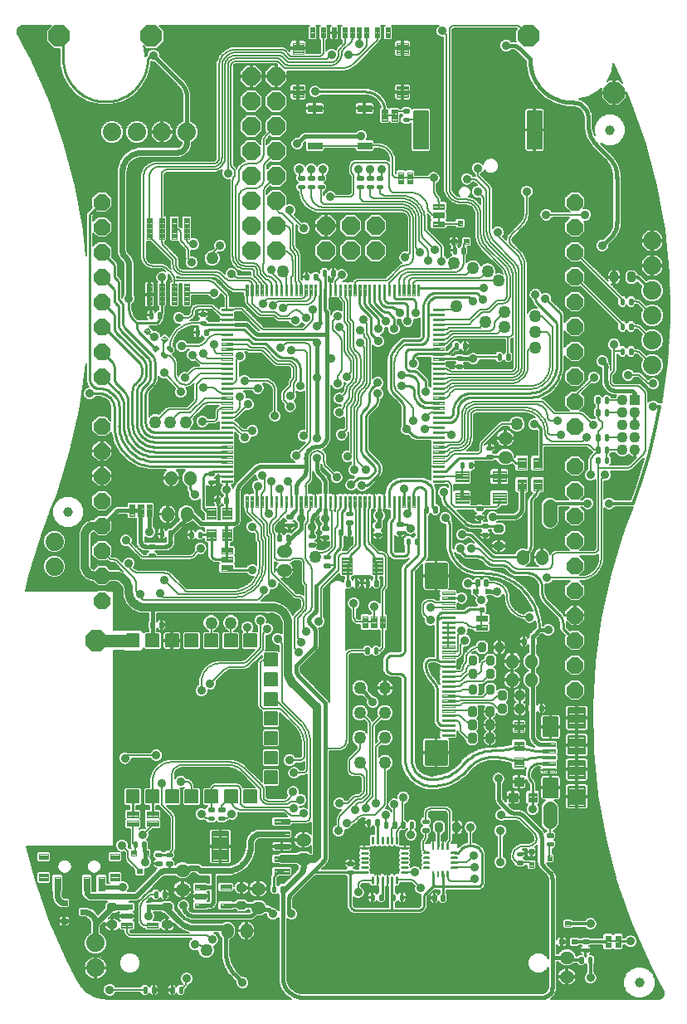
<source format=gbl>
G75*
G70*
%OFA0B0*%
%FSLAX24Y24*%
%IPPOS*%
%LPD*%
%AMOC8*
5,1,8,0,0,1.08239X$1,22.5*
%
%ADD10C,0.0055*%
%ADD11C,0.0047*%
%ADD12C,0.0040*%
%ADD13C,0.0039*%
%ADD14C,0.0394*%
%ADD15C,0.0740*%
%ADD16C,0.0063*%
%ADD17C,0.0500*%
%ADD18C,0.0039*%
%ADD19C,0.0180*%
%ADD20OC8,0.0850*%
%ADD21C,0.0098*%
%ADD22C,0.0075*%
%ADD23C,0.0512*%
%ADD24C,0.0040*%
%ADD25C,0.0039*%
%ADD26C,0.0043*%
%ADD27R,0.0436X0.0436*%
%ADD28C,0.0436*%
%ADD29C,0.0041*%
%ADD30OC8,0.0660*%
%ADD31OC8,0.0740*%
%ADD32C,0.0080*%
%ADD33C,0.0283*%
%ADD34C,0.0073*%
%ADD35C,0.0083*%
%ADD36C,0.0041*%
%ADD37C,0.0041*%
%ADD38C,0.0554*%
%ADD39C,0.0091*%
%ADD40C,0.0100*%
%ADD41C,0.0160*%
%ADD42C,0.0357*%
%ADD43C,0.0120*%
%ADD44C,0.0059*%
%ADD45C,0.0320*%
%ADD46C,0.0240*%
%ADD47C,0.0500*%
%ADD48C,0.0121*%
D10*
X006037Y008724D02*
X006037Y009220D01*
X006533Y009220D01*
X006533Y008724D01*
X006037Y008724D01*
X006037Y008778D02*
X006533Y008778D01*
X006533Y008832D02*
X006037Y008832D01*
X006037Y008886D02*
X006533Y008886D01*
X006533Y008940D02*
X006037Y008940D01*
X006037Y008994D02*
X006533Y008994D01*
X006533Y009048D02*
X006037Y009048D01*
X006037Y009102D02*
X006533Y009102D01*
X006533Y009156D02*
X006037Y009156D01*
X006037Y009210D02*
X006533Y009210D01*
X006824Y009220D02*
X006824Y008724D01*
X006824Y009220D02*
X007320Y009220D01*
X007320Y008724D01*
X006824Y008724D01*
X006824Y008778D02*
X007320Y008778D01*
X007320Y008832D02*
X006824Y008832D01*
X006824Y008886D02*
X007320Y008886D01*
X007320Y008940D02*
X006824Y008940D01*
X006824Y008994D02*
X007320Y008994D01*
X007320Y009048D02*
X006824Y009048D01*
X006824Y009102D02*
X007320Y009102D01*
X007320Y009156D02*
X006824Y009156D01*
X006824Y009210D02*
X007320Y009210D01*
X007611Y009220D02*
X007611Y008724D01*
X007611Y009220D02*
X008107Y009220D01*
X008107Y008724D01*
X007611Y008724D01*
X007611Y008778D02*
X008107Y008778D01*
X008107Y008832D02*
X007611Y008832D01*
X007611Y008886D02*
X008107Y008886D01*
X008107Y008940D02*
X007611Y008940D01*
X007611Y008994D02*
X008107Y008994D01*
X008107Y009048D02*
X007611Y009048D01*
X007611Y009102D02*
X008107Y009102D01*
X008107Y009156D02*
X007611Y009156D01*
X007611Y009210D02*
X008107Y009210D01*
X008399Y009220D02*
X008399Y008724D01*
X008399Y009220D02*
X008895Y009220D01*
X008895Y008724D01*
X008399Y008724D01*
X008399Y008778D02*
X008895Y008778D01*
X008895Y008832D02*
X008399Y008832D01*
X008399Y008886D02*
X008895Y008886D01*
X008895Y008940D02*
X008399Y008940D01*
X008399Y008994D02*
X008895Y008994D01*
X008895Y009048D02*
X008399Y009048D01*
X008399Y009102D02*
X008895Y009102D01*
X008895Y009156D02*
X008399Y009156D01*
X008399Y009210D02*
X008895Y009210D01*
X009186Y009220D02*
X009186Y008724D01*
X009186Y009220D02*
X009682Y009220D01*
X009682Y008724D01*
X009186Y008724D01*
X009186Y008778D02*
X009682Y008778D01*
X009682Y008832D02*
X009186Y008832D01*
X009186Y008886D02*
X009682Y008886D01*
X009682Y008940D02*
X009186Y008940D01*
X009186Y008994D02*
X009682Y008994D01*
X009682Y009048D02*
X009186Y009048D01*
X009186Y009102D02*
X009682Y009102D01*
X009682Y009156D02*
X009186Y009156D01*
X009186Y009210D02*
X009682Y009210D01*
X009974Y009220D02*
X009974Y008724D01*
X009974Y009220D02*
X010470Y009220D01*
X010470Y008724D01*
X009974Y008724D01*
X009974Y008778D02*
X010470Y008778D01*
X010470Y008832D02*
X009974Y008832D01*
X009974Y008886D02*
X010470Y008886D01*
X010470Y008940D02*
X009974Y008940D01*
X009974Y008994D02*
X010470Y008994D01*
X010470Y009048D02*
X009974Y009048D01*
X009974Y009102D02*
X010470Y009102D01*
X010470Y009156D02*
X009974Y009156D01*
X009974Y009210D02*
X010470Y009210D01*
X010761Y009220D02*
X010761Y008724D01*
X010761Y009220D02*
X011257Y009220D01*
X011257Y008724D01*
X010761Y008724D01*
X010761Y008778D02*
X011257Y008778D01*
X011257Y008832D02*
X010761Y008832D01*
X010761Y008886D02*
X011257Y008886D01*
X011257Y008940D02*
X010761Y008940D01*
X010761Y008994D02*
X011257Y008994D01*
X011257Y009048D02*
X010761Y009048D01*
X010761Y009102D02*
X011257Y009102D01*
X011257Y009156D02*
X010761Y009156D01*
X010761Y009210D02*
X011257Y009210D01*
X011588Y009987D02*
X012084Y009987D01*
X012084Y009491D01*
X011588Y009491D01*
X011588Y009987D01*
X011588Y009545D02*
X012084Y009545D01*
X012084Y009599D02*
X011588Y009599D01*
X011588Y009653D02*
X012084Y009653D01*
X012084Y009707D02*
X011588Y009707D01*
X011588Y009761D02*
X012084Y009761D01*
X012084Y009815D02*
X011588Y009815D01*
X011588Y009869D02*
X012084Y009869D01*
X012084Y009923D02*
X011588Y009923D01*
X011588Y009977D02*
X012084Y009977D01*
X012084Y010775D02*
X011588Y010775D01*
X012084Y010775D02*
X012084Y010279D01*
X011588Y010279D01*
X011588Y010775D01*
X011588Y010333D02*
X012084Y010333D01*
X012084Y010387D02*
X011588Y010387D01*
X011588Y010441D02*
X012084Y010441D01*
X012084Y010495D02*
X011588Y010495D01*
X011588Y010549D02*
X012084Y010549D01*
X012084Y010603D02*
X011588Y010603D01*
X011588Y010657D02*
X012084Y010657D01*
X012084Y010711D02*
X011588Y010711D01*
X011588Y010765D02*
X012084Y010765D01*
X012084Y011562D02*
X011588Y011562D01*
X012084Y011562D02*
X012084Y011066D01*
X011588Y011066D01*
X011588Y011562D01*
X011588Y011120D02*
X012084Y011120D01*
X012084Y011174D02*
X011588Y011174D01*
X011588Y011228D02*
X012084Y011228D01*
X012084Y011282D02*
X011588Y011282D01*
X011588Y011336D02*
X012084Y011336D01*
X012084Y011390D02*
X011588Y011390D01*
X011588Y011444D02*
X012084Y011444D01*
X012084Y011498D02*
X011588Y011498D01*
X011588Y011552D02*
X012084Y011552D01*
X012084Y012349D02*
X011588Y012349D01*
X012084Y012349D02*
X012084Y011853D01*
X011588Y011853D01*
X011588Y012349D01*
X011588Y011907D02*
X012084Y011907D01*
X012084Y011961D02*
X011588Y011961D01*
X011588Y012015D02*
X012084Y012015D01*
X012084Y012069D02*
X011588Y012069D01*
X011588Y012123D02*
X012084Y012123D01*
X012084Y012177D02*
X011588Y012177D01*
X011588Y012231D02*
X012084Y012231D01*
X012084Y012285D02*
X011588Y012285D01*
X011588Y012339D02*
X012084Y012339D01*
X012084Y013137D02*
X011588Y013137D01*
X012084Y013137D02*
X012084Y012641D01*
X011588Y012641D01*
X011588Y013137D01*
X011588Y012695D02*
X012084Y012695D01*
X012084Y012749D02*
X011588Y012749D01*
X011588Y012803D02*
X012084Y012803D01*
X012084Y012857D02*
X011588Y012857D01*
X011588Y012911D02*
X012084Y012911D01*
X012084Y012965D02*
X011588Y012965D01*
X011588Y013019D02*
X012084Y013019D01*
X012084Y013073D02*
X011588Y013073D01*
X011588Y013127D02*
X012084Y013127D01*
X012084Y013924D02*
X011588Y013924D01*
X012084Y013924D02*
X012084Y013428D01*
X011588Y013428D01*
X011588Y013924D01*
X011588Y013482D02*
X012084Y013482D01*
X012084Y013536D02*
X011588Y013536D01*
X011588Y013590D02*
X012084Y013590D01*
X012084Y013644D02*
X011588Y013644D01*
X011588Y013698D02*
X012084Y013698D01*
X012084Y013752D02*
X011588Y013752D01*
X011588Y013806D02*
X012084Y013806D01*
X012084Y013860D02*
X011588Y013860D01*
X011588Y013914D02*
X012084Y013914D01*
X012084Y014712D02*
X011588Y014712D01*
X012084Y014712D02*
X012084Y014216D01*
X011588Y014216D01*
X011588Y014712D01*
X011588Y014270D02*
X012084Y014270D01*
X012084Y014324D02*
X011588Y014324D01*
X011588Y014378D02*
X012084Y014378D01*
X012084Y014432D02*
X011588Y014432D01*
X011588Y014486D02*
X012084Y014486D01*
X012084Y014540D02*
X011588Y014540D01*
X011588Y014594D02*
X012084Y014594D01*
X012084Y014648D02*
X011588Y014648D01*
X011588Y014702D02*
X012084Y014702D01*
X010761Y014983D02*
X010761Y015479D01*
X011257Y015479D01*
X011257Y014983D01*
X010761Y014983D01*
X010761Y015037D02*
X011257Y015037D01*
X011257Y015091D02*
X010761Y015091D01*
X010761Y015145D02*
X011257Y015145D01*
X011257Y015199D02*
X010761Y015199D01*
X010761Y015253D02*
X011257Y015253D01*
X011257Y015307D02*
X010761Y015307D01*
X010761Y015361D02*
X011257Y015361D01*
X011257Y015415D02*
X010761Y015415D01*
X010761Y015469D02*
X011257Y015469D01*
X009974Y015479D02*
X009974Y014983D01*
X009974Y015479D02*
X010470Y015479D01*
X010470Y014983D01*
X009974Y014983D01*
X009974Y015037D02*
X010470Y015037D01*
X010470Y015091D02*
X009974Y015091D01*
X009974Y015145D02*
X010470Y015145D01*
X010470Y015199D02*
X009974Y015199D01*
X009974Y015253D02*
X010470Y015253D01*
X010470Y015307D02*
X009974Y015307D01*
X009974Y015361D02*
X010470Y015361D01*
X010470Y015415D02*
X009974Y015415D01*
X009974Y015469D02*
X010470Y015469D01*
X009186Y015479D02*
X009186Y014983D01*
X009186Y015479D02*
X009682Y015479D01*
X009682Y014983D01*
X009186Y014983D01*
X009186Y015037D02*
X009682Y015037D01*
X009682Y015091D02*
X009186Y015091D01*
X009186Y015145D02*
X009682Y015145D01*
X009682Y015199D02*
X009186Y015199D01*
X009186Y015253D02*
X009682Y015253D01*
X009682Y015307D02*
X009186Y015307D01*
X009186Y015361D02*
X009682Y015361D01*
X009682Y015415D02*
X009186Y015415D01*
X009186Y015469D02*
X009682Y015469D01*
X008399Y015479D02*
X008399Y014983D01*
X008399Y015479D02*
X008895Y015479D01*
X008895Y014983D01*
X008399Y014983D01*
X008399Y015037D02*
X008895Y015037D01*
X008895Y015091D02*
X008399Y015091D01*
X008399Y015145D02*
X008895Y015145D01*
X008895Y015199D02*
X008399Y015199D01*
X008399Y015253D02*
X008895Y015253D01*
X008895Y015307D02*
X008399Y015307D01*
X008399Y015361D02*
X008895Y015361D01*
X008895Y015415D02*
X008399Y015415D01*
X008399Y015469D02*
X008895Y015469D01*
X007611Y015479D02*
X007611Y014983D01*
X007611Y015479D02*
X008107Y015479D01*
X008107Y014983D01*
X007611Y014983D01*
X007611Y015037D02*
X008107Y015037D01*
X008107Y015091D02*
X007611Y015091D01*
X007611Y015145D02*
X008107Y015145D01*
X008107Y015199D02*
X007611Y015199D01*
X007611Y015253D02*
X008107Y015253D01*
X008107Y015307D02*
X007611Y015307D01*
X007611Y015361D02*
X008107Y015361D01*
X008107Y015415D02*
X007611Y015415D01*
X007611Y015469D02*
X008107Y015469D01*
X006824Y015479D02*
X006824Y014983D01*
X006824Y015479D02*
X007320Y015479D01*
X007320Y014983D01*
X006824Y014983D01*
X006824Y015037D02*
X007320Y015037D01*
X007320Y015091D02*
X006824Y015091D01*
X006824Y015145D02*
X007320Y015145D01*
X007320Y015199D02*
X006824Y015199D01*
X006824Y015253D02*
X007320Y015253D01*
X007320Y015307D02*
X006824Y015307D01*
X006824Y015361D02*
X007320Y015361D01*
X007320Y015415D02*
X006824Y015415D01*
X006824Y015469D02*
X007320Y015469D01*
X006037Y015479D02*
X006037Y014983D01*
X006037Y015479D02*
X006533Y015479D01*
X006533Y014983D01*
X006037Y014983D01*
X006037Y015037D02*
X006533Y015037D01*
X006533Y015091D02*
X006037Y015091D01*
X006037Y015145D02*
X006533Y015145D01*
X006533Y015199D02*
X006037Y015199D01*
X006037Y015253D02*
X006533Y015253D01*
X006533Y015307D02*
X006037Y015307D01*
X006037Y015361D02*
X006533Y015361D01*
X006533Y015415D02*
X006037Y015415D01*
X006037Y015469D02*
X006533Y015469D01*
D11*
X019241Y021173D02*
X019785Y021173D01*
X019785Y020747D01*
X019241Y020747D01*
X019241Y021173D01*
X019241Y020793D02*
X019785Y020793D01*
X019785Y020839D02*
X019241Y020839D01*
X019241Y020885D02*
X019785Y020885D01*
X019785Y020931D02*
X019241Y020931D01*
X019241Y020977D02*
X019785Y020977D01*
X019785Y021023D02*
X019241Y021023D01*
X019241Y021069D02*
X019785Y021069D01*
X019785Y021115D02*
X019241Y021115D01*
X019241Y021161D02*
X019785Y021161D01*
X019785Y022039D02*
X019241Y022039D01*
X019785Y022039D02*
X019785Y021613D01*
X019241Y021613D01*
X019241Y022039D01*
X019241Y021659D02*
X019785Y021659D01*
X019785Y021705D02*
X019241Y021705D01*
X019241Y021751D02*
X019785Y021751D01*
X019785Y021797D02*
X019241Y021797D01*
X019241Y021843D02*
X019785Y021843D01*
X019785Y021889D02*
X019241Y021889D01*
X019241Y021935D02*
X019785Y021935D01*
X019785Y021981D02*
X019241Y021981D01*
X019241Y022027D02*
X019785Y022027D01*
X020737Y022039D02*
X021281Y022039D01*
X021281Y021613D01*
X020737Y021613D01*
X020737Y022039D01*
X020737Y021659D02*
X021281Y021659D01*
X021281Y021705D02*
X020737Y021705D01*
X020737Y021751D02*
X021281Y021751D01*
X021281Y021797D02*
X020737Y021797D01*
X020737Y021843D02*
X021281Y021843D01*
X021281Y021889D02*
X020737Y021889D01*
X020737Y021935D02*
X021281Y021935D01*
X021281Y021981D02*
X020737Y021981D01*
X020737Y022027D02*
X021281Y022027D01*
X021281Y021173D02*
X020737Y021173D01*
X021281Y021173D02*
X021281Y020747D01*
X020737Y020747D01*
X020737Y021173D01*
X020737Y020793D02*
X021281Y020793D01*
X021281Y020839D02*
X020737Y020839D01*
X020737Y020885D02*
X021281Y020885D01*
X021281Y020931D02*
X020737Y020931D01*
X020737Y020977D02*
X021281Y020977D01*
X021281Y021023D02*
X020737Y021023D01*
X020737Y021069D02*
X021281Y021069D01*
X021281Y021115D02*
X020737Y021115D01*
X020737Y021161D02*
X021281Y021161D01*
X017344Y037056D02*
X016898Y037056D01*
X016898Y037482D01*
X017344Y037482D01*
X017344Y037056D01*
X017344Y037102D02*
X016898Y037102D01*
X016898Y037148D02*
X017344Y037148D01*
X017344Y037194D02*
X016898Y037194D01*
X016898Y037240D02*
X017344Y037240D01*
X017344Y037286D02*
X016898Y037286D01*
X016898Y037332D02*
X017344Y037332D01*
X017344Y037378D02*
X016898Y037378D01*
X016898Y037424D02*
X017344Y037424D01*
X017344Y037470D02*
X016898Y037470D01*
X016898Y038808D02*
X017344Y038808D01*
X016898Y038808D02*
X016898Y039234D01*
X017344Y039234D01*
X017344Y038808D01*
X017344Y038854D02*
X016898Y038854D01*
X016898Y038900D02*
X017344Y038900D01*
X017344Y038946D02*
X016898Y038946D01*
X016898Y038992D02*
X017344Y038992D01*
X017344Y039038D02*
X016898Y039038D01*
X016898Y039084D02*
X017344Y039084D01*
X017344Y039130D02*
X016898Y039130D01*
X016898Y039176D02*
X017344Y039176D01*
X017344Y039222D02*
X016898Y039222D01*
X013151Y038808D02*
X012705Y038808D01*
X012705Y039234D01*
X013151Y039234D01*
X013151Y038808D01*
X013151Y038854D02*
X012705Y038854D01*
X012705Y038900D02*
X013151Y038900D01*
X013151Y038946D02*
X012705Y038946D01*
X012705Y038992D02*
X013151Y038992D01*
X013151Y039038D02*
X012705Y039038D01*
X012705Y039084D02*
X013151Y039084D01*
X013151Y039130D02*
X012705Y039130D01*
X012705Y039176D02*
X013151Y039176D01*
X013151Y039222D02*
X012705Y039222D01*
X012705Y037056D02*
X013151Y037056D01*
X012705Y037056D02*
X012705Y037482D01*
X013151Y037482D01*
X013151Y037056D01*
X013151Y037102D02*
X012705Y037102D01*
X012705Y037148D02*
X013151Y037148D01*
X013151Y037194D02*
X012705Y037194D01*
X012705Y037240D02*
X013151Y037240D01*
X013151Y037286D02*
X012705Y037286D01*
X012705Y037332D02*
X013151Y037332D01*
X013151Y037378D02*
X012705Y037378D01*
X012705Y037424D02*
X013151Y037424D01*
X013151Y037470D02*
X012705Y037470D01*
D12*
X012604Y029542D02*
X012604Y029110D01*
X012604Y029542D02*
X012682Y029542D01*
X012682Y029110D01*
X012604Y029110D01*
X012604Y029149D02*
X012682Y029149D01*
X012682Y029188D02*
X012604Y029188D01*
X012604Y029227D02*
X012682Y029227D01*
X012682Y029266D02*
X012604Y029266D01*
X012604Y029305D02*
X012682Y029305D01*
X012682Y029344D02*
X012604Y029344D01*
X012604Y029383D02*
X012682Y029383D01*
X012682Y029422D02*
X012604Y029422D01*
X012604Y029461D02*
X012682Y029461D01*
X012682Y029500D02*
X012604Y029500D01*
X012604Y029539D02*
X012682Y029539D01*
X012801Y029542D02*
X012801Y029110D01*
X012801Y029542D02*
X012879Y029542D01*
X012879Y029110D01*
X012801Y029110D01*
X012801Y029149D02*
X012879Y029149D01*
X012879Y029188D02*
X012801Y029188D01*
X012801Y029227D02*
X012879Y029227D01*
X012879Y029266D02*
X012801Y029266D01*
X012801Y029305D02*
X012879Y029305D01*
X012879Y029344D02*
X012801Y029344D01*
X012801Y029383D02*
X012879Y029383D01*
X012879Y029422D02*
X012801Y029422D01*
X012801Y029461D02*
X012879Y029461D01*
X012879Y029500D02*
X012801Y029500D01*
X012801Y029539D02*
X012879Y029539D01*
X012998Y029542D02*
X012998Y029110D01*
X012998Y029542D02*
X013076Y029542D01*
X013076Y029110D01*
X012998Y029110D01*
X012998Y029149D02*
X013076Y029149D01*
X013076Y029188D02*
X012998Y029188D01*
X012998Y029227D02*
X013076Y029227D01*
X013076Y029266D02*
X012998Y029266D01*
X012998Y029305D02*
X013076Y029305D01*
X013076Y029344D02*
X012998Y029344D01*
X012998Y029383D02*
X013076Y029383D01*
X013076Y029422D02*
X012998Y029422D01*
X012998Y029461D02*
X013076Y029461D01*
X013076Y029500D02*
X012998Y029500D01*
X012998Y029539D02*
X013076Y029539D01*
X013195Y029542D02*
X013195Y029110D01*
X013195Y029542D02*
X013273Y029542D01*
X013273Y029110D01*
X013195Y029110D01*
X013195Y029149D02*
X013273Y029149D01*
X013273Y029188D02*
X013195Y029188D01*
X013195Y029227D02*
X013273Y029227D01*
X013273Y029266D02*
X013195Y029266D01*
X013195Y029305D02*
X013273Y029305D01*
X013273Y029344D02*
X013195Y029344D01*
X013195Y029383D02*
X013273Y029383D01*
X013273Y029422D02*
X013195Y029422D01*
X013195Y029461D02*
X013273Y029461D01*
X013273Y029500D02*
X013195Y029500D01*
X013195Y029539D02*
X013273Y029539D01*
X013391Y029542D02*
X013391Y029110D01*
X013391Y029542D02*
X013469Y029542D01*
X013469Y029110D01*
X013391Y029110D01*
X013391Y029149D02*
X013469Y029149D01*
X013469Y029188D02*
X013391Y029188D01*
X013391Y029227D02*
X013469Y029227D01*
X013469Y029266D02*
X013391Y029266D01*
X013391Y029305D02*
X013469Y029305D01*
X013469Y029344D02*
X013391Y029344D01*
X013391Y029383D02*
X013469Y029383D01*
X013469Y029422D02*
X013391Y029422D01*
X013391Y029461D02*
X013469Y029461D01*
X013469Y029500D02*
X013391Y029500D01*
X013391Y029539D02*
X013469Y029539D01*
X013588Y029542D02*
X013588Y029110D01*
X013588Y029542D02*
X013666Y029542D01*
X013666Y029110D01*
X013588Y029110D01*
X013588Y029149D02*
X013666Y029149D01*
X013666Y029188D02*
X013588Y029188D01*
X013588Y029227D02*
X013666Y029227D01*
X013666Y029266D02*
X013588Y029266D01*
X013588Y029305D02*
X013666Y029305D01*
X013666Y029344D02*
X013588Y029344D01*
X013588Y029383D02*
X013666Y029383D01*
X013666Y029422D02*
X013588Y029422D01*
X013588Y029461D02*
X013666Y029461D01*
X013666Y029500D02*
X013588Y029500D01*
X013588Y029539D02*
X013666Y029539D01*
X013785Y029542D02*
X013785Y029110D01*
X013785Y029542D02*
X013863Y029542D01*
X013863Y029110D01*
X013785Y029110D01*
X013785Y029149D02*
X013863Y029149D01*
X013863Y029188D02*
X013785Y029188D01*
X013785Y029227D02*
X013863Y029227D01*
X013863Y029266D02*
X013785Y029266D01*
X013785Y029305D02*
X013863Y029305D01*
X013863Y029344D02*
X013785Y029344D01*
X013785Y029383D02*
X013863Y029383D01*
X013863Y029422D02*
X013785Y029422D01*
X013785Y029461D02*
X013863Y029461D01*
X013863Y029500D02*
X013785Y029500D01*
X013785Y029539D02*
X013863Y029539D01*
X013982Y029542D02*
X013982Y029110D01*
X013982Y029542D02*
X014060Y029542D01*
X014060Y029110D01*
X013982Y029110D01*
X013982Y029149D02*
X014060Y029149D01*
X014060Y029188D02*
X013982Y029188D01*
X013982Y029227D02*
X014060Y029227D01*
X014060Y029266D02*
X013982Y029266D01*
X013982Y029305D02*
X014060Y029305D01*
X014060Y029344D02*
X013982Y029344D01*
X013982Y029383D02*
X014060Y029383D01*
X014060Y029422D02*
X013982Y029422D01*
X013982Y029461D02*
X014060Y029461D01*
X014060Y029500D02*
X013982Y029500D01*
X013982Y029539D02*
X014060Y029539D01*
X014179Y029542D02*
X014179Y029110D01*
X014179Y029542D02*
X014257Y029542D01*
X014257Y029110D01*
X014179Y029110D01*
X014179Y029149D02*
X014257Y029149D01*
X014257Y029188D02*
X014179Y029188D01*
X014179Y029227D02*
X014257Y029227D01*
X014257Y029266D02*
X014179Y029266D01*
X014179Y029305D02*
X014257Y029305D01*
X014257Y029344D02*
X014179Y029344D01*
X014179Y029383D02*
X014257Y029383D01*
X014257Y029422D02*
X014179Y029422D01*
X014179Y029461D02*
X014257Y029461D01*
X014257Y029500D02*
X014179Y029500D01*
X014179Y029539D02*
X014257Y029539D01*
X014376Y029542D02*
X014376Y029110D01*
X014376Y029542D02*
X014454Y029542D01*
X014454Y029110D01*
X014376Y029110D01*
X014376Y029149D02*
X014454Y029149D01*
X014454Y029188D02*
X014376Y029188D01*
X014376Y029227D02*
X014454Y029227D01*
X014454Y029266D02*
X014376Y029266D01*
X014376Y029305D02*
X014454Y029305D01*
X014454Y029344D02*
X014376Y029344D01*
X014376Y029383D02*
X014454Y029383D01*
X014454Y029422D02*
X014376Y029422D01*
X014376Y029461D02*
X014454Y029461D01*
X014454Y029500D02*
X014376Y029500D01*
X014376Y029539D02*
X014454Y029539D01*
X014572Y029542D02*
X014572Y029110D01*
X014572Y029542D02*
X014650Y029542D01*
X014650Y029110D01*
X014572Y029110D01*
X014572Y029149D02*
X014650Y029149D01*
X014650Y029188D02*
X014572Y029188D01*
X014572Y029227D02*
X014650Y029227D01*
X014650Y029266D02*
X014572Y029266D01*
X014572Y029305D02*
X014650Y029305D01*
X014650Y029344D02*
X014572Y029344D01*
X014572Y029383D02*
X014650Y029383D01*
X014650Y029422D02*
X014572Y029422D01*
X014572Y029461D02*
X014650Y029461D01*
X014650Y029500D02*
X014572Y029500D01*
X014572Y029539D02*
X014650Y029539D01*
X014769Y029542D02*
X014769Y029110D01*
X014769Y029542D02*
X014847Y029542D01*
X014847Y029110D01*
X014769Y029110D01*
X014769Y029149D02*
X014847Y029149D01*
X014847Y029188D02*
X014769Y029188D01*
X014769Y029227D02*
X014847Y029227D01*
X014847Y029266D02*
X014769Y029266D01*
X014769Y029305D02*
X014847Y029305D01*
X014847Y029344D02*
X014769Y029344D01*
X014769Y029383D02*
X014847Y029383D01*
X014847Y029422D02*
X014769Y029422D01*
X014769Y029461D02*
X014847Y029461D01*
X014847Y029500D02*
X014769Y029500D01*
X014769Y029539D02*
X014847Y029539D01*
X014966Y029542D02*
X014966Y029110D01*
X014966Y029542D02*
X015044Y029542D01*
X015044Y029110D01*
X014966Y029110D01*
X014966Y029149D02*
X015044Y029149D01*
X015044Y029188D02*
X014966Y029188D01*
X014966Y029227D02*
X015044Y029227D01*
X015044Y029266D02*
X014966Y029266D01*
X014966Y029305D02*
X015044Y029305D01*
X015044Y029344D02*
X014966Y029344D01*
X014966Y029383D02*
X015044Y029383D01*
X015044Y029422D02*
X014966Y029422D01*
X014966Y029461D02*
X015044Y029461D01*
X015044Y029500D02*
X014966Y029500D01*
X014966Y029539D02*
X015044Y029539D01*
X015163Y029542D02*
X015163Y029110D01*
X015163Y029542D02*
X015241Y029542D01*
X015241Y029110D01*
X015163Y029110D01*
X015163Y029149D02*
X015241Y029149D01*
X015241Y029188D02*
X015163Y029188D01*
X015163Y029227D02*
X015241Y029227D01*
X015241Y029266D02*
X015163Y029266D01*
X015163Y029305D02*
X015241Y029305D01*
X015241Y029344D02*
X015163Y029344D01*
X015163Y029383D02*
X015241Y029383D01*
X015241Y029422D02*
X015163Y029422D01*
X015163Y029461D02*
X015241Y029461D01*
X015241Y029500D02*
X015163Y029500D01*
X015163Y029539D02*
X015241Y029539D01*
X015360Y029542D02*
X015360Y029110D01*
X015360Y029542D02*
X015438Y029542D01*
X015438Y029110D01*
X015360Y029110D01*
X015360Y029149D02*
X015438Y029149D01*
X015438Y029188D02*
X015360Y029188D01*
X015360Y029227D02*
X015438Y029227D01*
X015438Y029266D02*
X015360Y029266D01*
X015360Y029305D02*
X015438Y029305D01*
X015438Y029344D02*
X015360Y029344D01*
X015360Y029383D02*
X015438Y029383D01*
X015438Y029422D02*
X015360Y029422D01*
X015360Y029461D02*
X015438Y029461D01*
X015438Y029500D02*
X015360Y029500D01*
X015360Y029539D02*
X015438Y029539D01*
X015557Y029542D02*
X015557Y029110D01*
X015557Y029542D02*
X015635Y029542D01*
X015635Y029110D01*
X015557Y029110D01*
X015557Y029149D02*
X015635Y029149D01*
X015635Y029188D02*
X015557Y029188D01*
X015557Y029227D02*
X015635Y029227D01*
X015635Y029266D02*
X015557Y029266D01*
X015557Y029305D02*
X015635Y029305D01*
X015635Y029344D02*
X015557Y029344D01*
X015557Y029383D02*
X015635Y029383D01*
X015635Y029422D02*
X015557Y029422D01*
X015557Y029461D02*
X015635Y029461D01*
X015635Y029500D02*
X015557Y029500D01*
X015557Y029539D02*
X015635Y029539D01*
X015754Y029542D02*
X015754Y029110D01*
X015754Y029542D02*
X015832Y029542D01*
X015832Y029110D01*
X015754Y029110D01*
X015754Y029149D02*
X015832Y029149D01*
X015832Y029188D02*
X015754Y029188D01*
X015754Y029227D02*
X015832Y029227D01*
X015832Y029266D02*
X015754Y029266D01*
X015754Y029305D02*
X015832Y029305D01*
X015832Y029344D02*
X015754Y029344D01*
X015754Y029383D02*
X015832Y029383D01*
X015832Y029422D02*
X015754Y029422D01*
X015754Y029461D02*
X015832Y029461D01*
X015832Y029500D02*
X015754Y029500D01*
X015754Y029539D02*
X015832Y029539D01*
X015950Y029542D02*
X015950Y029110D01*
X015950Y029542D02*
X016028Y029542D01*
X016028Y029110D01*
X015950Y029110D01*
X015950Y029149D02*
X016028Y029149D01*
X016028Y029188D02*
X015950Y029188D01*
X015950Y029227D02*
X016028Y029227D01*
X016028Y029266D02*
X015950Y029266D01*
X015950Y029305D02*
X016028Y029305D01*
X016028Y029344D02*
X015950Y029344D01*
X015950Y029383D02*
X016028Y029383D01*
X016028Y029422D02*
X015950Y029422D01*
X015950Y029461D02*
X016028Y029461D01*
X016028Y029500D02*
X015950Y029500D01*
X015950Y029539D02*
X016028Y029539D01*
X016147Y029542D02*
X016147Y029110D01*
X016147Y029542D02*
X016225Y029542D01*
X016225Y029110D01*
X016147Y029110D01*
X016147Y029149D02*
X016225Y029149D01*
X016225Y029188D02*
X016147Y029188D01*
X016147Y029227D02*
X016225Y029227D01*
X016225Y029266D02*
X016147Y029266D01*
X016147Y029305D02*
X016225Y029305D01*
X016225Y029344D02*
X016147Y029344D01*
X016147Y029383D02*
X016225Y029383D01*
X016225Y029422D02*
X016147Y029422D01*
X016147Y029461D02*
X016225Y029461D01*
X016225Y029500D02*
X016147Y029500D01*
X016147Y029539D02*
X016225Y029539D01*
X016344Y029542D02*
X016344Y029110D01*
X016344Y029542D02*
X016422Y029542D01*
X016422Y029110D01*
X016344Y029110D01*
X016344Y029149D02*
X016422Y029149D01*
X016422Y029188D02*
X016344Y029188D01*
X016344Y029227D02*
X016422Y029227D01*
X016422Y029266D02*
X016344Y029266D01*
X016344Y029305D02*
X016422Y029305D01*
X016422Y029344D02*
X016344Y029344D01*
X016344Y029383D02*
X016422Y029383D01*
X016422Y029422D02*
X016344Y029422D01*
X016344Y029461D02*
X016422Y029461D01*
X016422Y029500D02*
X016344Y029500D01*
X016344Y029539D02*
X016422Y029539D01*
X016541Y029542D02*
X016541Y029110D01*
X016541Y029542D02*
X016619Y029542D01*
X016619Y029110D01*
X016541Y029110D01*
X016541Y029149D02*
X016619Y029149D01*
X016619Y029188D02*
X016541Y029188D01*
X016541Y029227D02*
X016619Y029227D01*
X016619Y029266D02*
X016541Y029266D01*
X016541Y029305D02*
X016619Y029305D01*
X016619Y029344D02*
X016541Y029344D01*
X016541Y029383D02*
X016619Y029383D01*
X016619Y029422D02*
X016541Y029422D01*
X016541Y029461D02*
X016619Y029461D01*
X016619Y029500D02*
X016541Y029500D01*
X016541Y029539D02*
X016619Y029539D01*
X016738Y029542D02*
X016738Y029110D01*
X016738Y029542D02*
X016816Y029542D01*
X016816Y029110D01*
X016738Y029110D01*
X016738Y029149D02*
X016816Y029149D01*
X016816Y029188D02*
X016738Y029188D01*
X016738Y029227D02*
X016816Y029227D01*
X016816Y029266D02*
X016738Y029266D01*
X016738Y029305D02*
X016816Y029305D01*
X016816Y029344D02*
X016738Y029344D01*
X016738Y029383D02*
X016816Y029383D01*
X016816Y029422D02*
X016738Y029422D01*
X016738Y029461D02*
X016816Y029461D01*
X016816Y029500D02*
X016738Y029500D01*
X016738Y029539D02*
X016816Y029539D01*
X016935Y029542D02*
X016935Y029110D01*
X016935Y029542D02*
X017013Y029542D01*
X017013Y029110D01*
X016935Y029110D01*
X016935Y029149D02*
X017013Y029149D01*
X017013Y029188D02*
X016935Y029188D01*
X016935Y029227D02*
X017013Y029227D01*
X017013Y029266D02*
X016935Y029266D01*
X016935Y029305D02*
X017013Y029305D01*
X017013Y029344D02*
X016935Y029344D01*
X016935Y029383D02*
X017013Y029383D01*
X017013Y029422D02*
X016935Y029422D01*
X016935Y029461D02*
X017013Y029461D01*
X017013Y029500D02*
X016935Y029500D01*
X016935Y029539D02*
X017013Y029539D01*
X017132Y029542D02*
X017132Y029110D01*
X017132Y029542D02*
X017210Y029542D01*
X017210Y029110D01*
X017132Y029110D01*
X017132Y029149D02*
X017210Y029149D01*
X017210Y029188D02*
X017132Y029188D01*
X017132Y029227D02*
X017210Y029227D01*
X017210Y029266D02*
X017132Y029266D01*
X017132Y029305D02*
X017210Y029305D01*
X017210Y029344D02*
X017132Y029344D01*
X017132Y029383D02*
X017210Y029383D01*
X017210Y029422D02*
X017132Y029422D01*
X017132Y029461D02*
X017210Y029461D01*
X017210Y029500D02*
X017132Y029500D01*
X017132Y029539D02*
X017210Y029539D01*
X017328Y029542D02*
X017328Y029110D01*
X017328Y029542D02*
X017406Y029542D01*
X017406Y029110D01*
X017328Y029110D01*
X017328Y029149D02*
X017406Y029149D01*
X017406Y029188D02*
X017328Y029188D01*
X017328Y029227D02*
X017406Y029227D01*
X017406Y029266D02*
X017328Y029266D01*
X017328Y029305D02*
X017406Y029305D01*
X017406Y029344D02*
X017328Y029344D01*
X017328Y029383D02*
X017406Y029383D01*
X017406Y029422D02*
X017328Y029422D01*
X017328Y029461D02*
X017406Y029461D01*
X017406Y029500D02*
X017328Y029500D01*
X017328Y029539D02*
X017406Y029539D01*
X017525Y029542D02*
X017525Y029110D01*
X017525Y029542D02*
X017603Y029542D01*
X017603Y029110D01*
X017525Y029110D01*
X017525Y029149D02*
X017603Y029149D01*
X017603Y029188D02*
X017525Y029188D01*
X017525Y029227D02*
X017603Y029227D01*
X017603Y029266D02*
X017525Y029266D01*
X017525Y029305D02*
X017603Y029305D01*
X017603Y029344D02*
X017525Y029344D01*
X017525Y029383D02*
X017603Y029383D01*
X017603Y029422D02*
X017525Y029422D01*
X017525Y029461D02*
X017603Y029461D01*
X017603Y029500D02*
X017525Y029500D01*
X017525Y029539D02*
X017603Y029539D01*
X017722Y029542D02*
X017722Y029110D01*
X017722Y029542D02*
X017800Y029542D01*
X017800Y029110D01*
X017722Y029110D01*
X017722Y029149D02*
X017800Y029149D01*
X017800Y029188D02*
X017722Y029188D01*
X017722Y029227D02*
X017800Y029227D01*
X017800Y029266D02*
X017722Y029266D01*
X017722Y029305D02*
X017800Y029305D01*
X017800Y029344D02*
X017722Y029344D01*
X017722Y029383D02*
X017800Y029383D01*
X017800Y029422D02*
X017722Y029422D01*
X017722Y029461D02*
X017800Y029461D01*
X017800Y029500D02*
X017722Y029500D01*
X017722Y029539D02*
X017800Y029539D01*
X018352Y028558D02*
X018352Y028480D01*
X018352Y028558D02*
X018784Y028558D01*
X018784Y028480D01*
X018352Y028480D01*
X018352Y028519D02*
X018784Y028519D01*
X018784Y028558D02*
X018352Y028558D01*
X018352Y028361D02*
X018352Y028283D01*
X018352Y028361D02*
X018784Y028361D01*
X018784Y028283D01*
X018352Y028283D01*
X018352Y028322D02*
X018784Y028322D01*
X018784Y028361D02*
X018352Y028361D01*
X018352Y028164D02*
X018352Y028086D01*
X018352Y028164D02*
X018784Y028164D01*
X018784Y028086D01*
X018352Y028086D01*
X018352Y028125D02*
X018784Y028125D01*
X018784Y028164D02*
X018352Y028164D01*
X018352Y027967D02*
X018352Y027889D01*
X018352Y027967D02*
X018784Y027967D01*
X018784Y027889D01*
X018352Y027889D01*
X018352Y027928D02*
X018784Y027928D01*
X018784Y027967D02*
X018352Y027967D01*
X018352Y027770D02*
X018352Y027692D01*
X018352Y027770D02*
X018784Y027770D01*
X018784Y027692D01*
X018352Y027692D01*
X018352Y027731D02*
X018784Y027731D01*
X018784Y027770D02*
X018352Y027770D01*
X018352Y027574D02*
X018352Y027496D01*
X018352Y027574D02*
X018784Y027574D01*
X018784Y027496D01*
X018352Y027496D01*
X018352Y027535D02*
X018784Y027535D01*
X018784Y027574D02*
X018352Y027574D01*
X018352Y027377D02*
X018352Y027299D01*
X018352Y027377D02*
X018784Y027377D01*
X018784Y027299D01*
X018352Y027299D01*
X018352Y027338D02*
X018784Y027338D01*
X018784Y027377D02*
X018352Y027377D01*
X018352Y027180D02*
X018352Y027102D01*
X018352Y027180D02*
X018784Y027180D01*
X018784Y027102D01*
X018352Y027102D01*
X018352Y027141D02*
X018784Y027141D01*
X018784Y027180D02*
X018352Y027180D01*
X018352Y026983D02*
X018352Y026905D01*
X018352Y026983D02*
X018784Y026983D01*
X018784Y026905D01*
X018352Y026905D01*
X018352Y026944D02*
X018784Y026944D01*
X018784Y026983D02*
X018352Y026983D01*
X018352Y026786D02*
X018352Y026708D01*
X018352Y026786D02*
X018784Y026786D01*
X018784Y026708D01*
X018352Y026708D01*
X018352Y026747D02*
X018784Y026747D01*
X018784Y026786D02*
X018352Y026786D01*
X018352Y026589D02*
X018352Y026511D01*
X018352Y026589D02*
X018784Y026589D01*
X018784Y026511D01*
X018352Y026511D01*
X018352Y026550D02*
X018784Y026550D01*
X018784Y026589D02*
X018352Y026589D01*
X018352Y026392D02*
X018352Y026314D01*
X018352Y026392D02*
X018784Y026392D01*
X018784Y026314D01*
X018352Y026314D01*
X018352Y026353D02*
X018784Y026353D01*
X018784Y026392D02*
X018352Y026392D01*
X018352Y026196D02*
X018352Y026118D01*
X018352Y026196D02*
X018784Y026196D01*
X018784Y026118D01*
X018352Y026118D01*
X018352Y026157D02*
X018784Y026157D01*
X018784Y026196D02*
X018352Y026196D01*
X018352Y025999D02*
X018352Y025921D01*
X018352Y025999D02*
X018784Y025999D01*
X018784Y025921D01*
X018352Y025921D01*
X018352Y025960D02*
X018784Y025960D01*
X018784Y025999D02*
X018352Y025999D01*
X018352Y025802D02*
X018352Y025724D01*
X018352Y025802D02*
X018784Y025802D01*
X018784Y025724D01*
X018352Y025724D01*
X018352Y025763D02*
X018784Y025763D01*
X018784Y025802D02*
X018352Y025802D01*
X018352Y025605D02*
X018352Y025527D01*
X018352Y025605D02*
X018784Y025605D01*
X018784Y025527D01*
X018352Y025527D01*
X018352Y025566D02*
X018784Y025566D01*
X018784Y025605D02*
X018352Y025605D01*
X018352Y025408D02*
X018352Y025330D01*
X018352Y025408D02*
X018784Y025408D01*
X018784Y025330D01*
X018352Y025330D01*
X018352Y025369D02*
X018784Y025369D01*
X018784Y025408D02*
X018352Y025408D01*
X018352Y025211D02*
X018352Y025133D01*
X018352Y025211D02*
X018784Y025211D01*
X018784Y025133D01*
X018352Y025133D01*
X018352Y025172D02*
X018784Y025172D01*
X018784Y025211D02*
X018352Y025211D01*
X018352Y025015D02*
X018352Y024937D01*
X018352Y025015D02*
X018784Y025015D01*
X018784Y024937D01*
X018352Y024937D01*
X018352Y024976D02*
X018784Y024976D01*
X018784Y025015D02*
X018352Y025015D01*
X018352Y024818D02*
X018352Y024740D01*
X018352Y024818D02*
X018784Y024818D01*
X018784Y024740D01*
X018352Y024740D01*
X018352Y024779D02*
X018784Y024779D01*
X018784Y024818D02*
X018352Y024818D01*
X018352Y024621D02*
X018352Y024543D01*
X018352Y024621D02*
X018784Y024621D01*
X018784Y024543D01*
X018352Y024543D01*
X018352Y024582D02*
X018784Y024582D01*
X018784Y024621D02*
X018352Y024621D01*
X018352Y024424D02*
X018352Y024346D01*
X018352Y024424D02*
X018784Y024424D01*
X018784Y024346D01*
X018352Y024346D01*
X018352Y024385D02*
X018784Y024385D01*
X018784Y024424D02*
X018352Y024424D01*
X018352Y024227D02*
X018352Y024149D01*
X018352Y024227D02*
X018784Y024227D01*
X018784Y024149D01*
X018352Y024149D01*
X018352Y024188D02*
X018784Y024188D01*
X018784Y024227D02*
X018352Y024227D01*
X018352Y024030D02*
X018352Y023952D01*
X018352Y024030D02*
X018784Y024030D01*
X018784Y023952D01*
X018352Y023952D01*
X018352Y023991D02*
X018784Y023991D01*
X018784Y024030D02*
X018352Y024030D01*
X018352Y023833D02*
X018352Y023755D01*
X018352Y023833D02*
X018784Y023833D01*
X018784Y023755D01*
X018352Y023755D01*
X018352Y023794D02*
X018784Y023794D01*
X018784Y023833D02*
X018352Y023833D01*
X018352Y023637D02*
X018352Y023559D01*
X018352Y023637D02*
X018784Y023637D01*
X018784Y023559D01*
X018352Y023559D01*
X018352Y023598D02*
X018784Y023598D01*
X018784Y023637D02*
X018352Y023637D01*
X018352Y023440D02*
X018352Y023362D01*
X018352Y023440D02*
X018784Y023440D01*
X018784Y023362D01*
X018352Y023362D01*
X018352Y023401D02*
X018784Y023401D01*
X018784Y023440D02*
X018352Y023440D01*
X018352Y023243D02*
X018352Y023165D01*
X018352Y023243D02*
X018784Y023243D01*
X018784Y023165D01*
X018352Y023165D01*
X018352Y023204D02*
X018784Y023204D01*
X018784Y023243D02*
X018352Y023243D01*
X018352Y023046D02*
X018352Y022968D01*
X018352Y023046D02*
X018784Y023046D01*
X018784Y022968D01*
X018352Y022968D01*
X018352Y023007D02*
X018784Y023007D01*
X018784Y023046D02*
X018352Y023046D01*
X018352Y022849D02*
X018352Y022771D01*
X018352Y022849D02*
X018784Y022849D01*
X018784Y022771D01*
X018352Y022771D01*
X018352Y022810D02*
X018784Y022810D01*
X018784Y022849D02*
X018352Y022849D01*
X018352Y022652D02*
X018352Y022574D01*
X018352Y022652D02*
X018784Y022652D01*
X018784Y022574D01*
X018352Y022574D01*
X018352Y022613D02*
X018784Y022613D01*
X018784Y022652D02*
X018352Y022652D01*
X018352Y022455D02*
X018352Y022377D01*
X018352Y022455D02*
X018784Y022455D01*
X018784Y022377D01*
X018352Y022377D01*
X018352Y022416D02*
X018784Y022416D01*
X018784Y022455D02*
X018352Y022455D01*
X018352Y022259D02*
X018352Y022181D01*
X018352Y022259D02*
X018784Y022259D01*
X018784Y022181D01*
X018352Y022181D01*
X018352Y022220D02*
X018784Y022220D01*
X018784Y022259D02*
X018352Y022259D01*
X018352Y022062D02*
X018352Y021984D01*
X018352Y022062D02*
X018784Y022062D01*
X018784Y021984D01*
X018352Y021984D01*
X018352Y022023D02*
X018784Y022023D01*
X018784Y022062D02*
X018352Y022062D01*
X018352Y021865D02*
X018352Y021787D01*
X018352Y021865D02*
X018784Y021865D01*
X018784Y021787D01*
X018352Y021787D01*
X018352Y021826D02*
X018784Y021826D01*
X018784Y021865D02*
X018352Y021865D01*
X018352Y021668D02*
X018352Y021590D01*
X018352Y021668D02*
X018784Y021668D01*
X018784Y021590D01*
X018352Y021590D01*
X018352Y021629D02*
X018784Y021629D01*
X018784Y021668D02*
X018352Y021668D01*
X017722Y021038D02*
X017722Y020606D01*
X017722Y021038D02*
X017800Y021038D01*
X017800Y020606D01*
X017722Y020606D01*
X017722Y020645D02*
X017800Y020645D01*
X017800Y020684D02*
X017722Y020684D01*
X017722Y020723D02*
X017800Y020723D01*
X017800Y020762D02*
X017722Y020762D01*
X017722Y020801D02*
X017800Y020801D01*
X017800Y020840D02*
X017722Y020840D01*
X017722Y020879D02*
X017800Y020879D01*
X017800Y020918D02*
X017722Y020918D01*
X017722Y020957D02*
X017800Y020957D01*
X017800Y020996D02*
X017722Y020996D01*
X017722Y021035D02*
X017800Y021035D01*
X017525Y021038D02*
X017525Y020606D01*
X017525Y021038D02*
X017603Y021038D01*
X017603Y020606D01*
X017525Y020606D01*
X017525Y020645D02*
X017603Y020645D01*
X017603Y020684D02*
X017525Y020684D01*
X017525Y020723D02*
X017603Y020723D01*
X017603Y020762D02*
X017525Y020762D01*
X017525Y020801D02*
X017603Y020801D01*
X017603Y020840D02*
X017525Y020840D01*
X017525Y020879D02*
X017603Y020879D01*
X017603Y020918D02*
X017525Y020918D01*
X017525Y020957D02*
X017603Y020957D01*
X017603Y020996D02*
X017525Y020996D01*
X017525Y021035D02*
X017603Y021035D01*
X017328Y021038D02*
X017328Y020606D01*
X017328Y021038D02*
X017406Y021038D01*
X017406Y020606D01*
X017328Y020606D01*
X017328Y020645D02*
X017406Y020645D01*
X017406Y020684D02*
X017328Y020684D01*
X017328Y020723D02*
X017406Y020723D01*
X017406Y020762D02*
X017328Y020762D01*
X017328Y020801D02*
X017406Y020801D01*
X017406Y020840D02*
X017328Y020840D01*
X017328Y020879D02*
X017406Y020879D01*
X017406Y020918D02*
X017328Y020918D01*
X017328Y020957D02*
X017406Y020957D01*
X017406Y020996D02*
X017328Y020996D01*
X017328Y021035D02*
X017406Y021035D01*
X017132Y021038D02*
X017132Y020606D01*
X017132Y021038D02*
X017210Y021038D01*
X017210Y020606D01*
X017132Y020606D01*
X017132Y020645D02*
X017210Y020645D01*
X017210Y020684D02*
X017132Y020684D01*
X017132Y020723D02*
X017210Y020723D01*
X017210Y020762D02*
X017132Y020762D01*
X017132Y020801D02*
X017210Y020801D01*
X017210Y020840D02*
X017132Y020840D01*
X017132Y020879D02*
X017210Y020879D01*
X017210Y020918D02*
X017132Y020918D01*
X017132Y020957D02*
X017210Y020957D01*
X017210Y020996D02*
X017132Y020996D01*
X017132Y021035D02*
X017210Y021035D01*
X016935Y021038D02*
X016935Y020606D01*
X016935Y021038D02*
X017013Y021038D01*
X017013Y020606D01*
X016935Y020606D01*
X016935Y020645D02*
X017013Y020645D01*
X017013Y020684D02*
X016935Y020684D01*
X016935Y020723D02*
X017013Y020723D01*
X017013Y020762D02*
X016935Y020762D01*
X016935Y020801D02*
X017013Y020801D01*
X017013Y020840D02*
X016935Y020840D01*
X016935Y020879D02*
X017013Y020879D01*
X017013Y020918D02*
X016935Y020918D01*
X016935Y020957D02*
X017013Y020957D01*
X017013Y020996D02*
X016935Y020996D01*
X016935Y021035D02*
X017013Y021035D01*
X016738Y021038D02*
X016738Y020606D01*
X016738Y021038D02*
X016816Y021038D01*
X016816Y020606D01*
X016738Y020606D01*
X016738Y020645D02*
X016816Y020645D01*
X016816Y020684D02*
X016738Y020684D01*
X016738Y020723D02*
X016816Y020723D01*
X016816Y020762D02*
X016738Y020762D01*
X016738Y020801D02*
X016816Y020801D01*
X016816Y020840D02*
X016738Y020840D01*
X016738Y020879D02*
X016816Y020879D01*
X016816Y020918D02*
X016738Y020918D01*
X016738Y020957D02*
X016816Y020957D01*
X016816Y020996D02*
X016738Y020996D01*
X016738Y021035D02*
X016816Y021035D01*
X016541Y021038D02*
X016541Y020606D01*
X016541Y021038D02*
X016619Y021038D01*
X016619Y020606D01*
X016541Y020606D01*
X016541Y020645D02*
X016619Y020645D01*
X016619Y020684D02*
X016541Y020684D01*
X016541Y020723D02*
X016619Y020723D01*
X016619Y020762D02*
X016541Y020762D01*
X016541Y020801D02*
X016619Y020801D01*
X016619Y020840D02*
X016541Y020840D01*
X016541Y020879D02*
X016619Y020879D01*
X016619Y020918D02*
X016541Y020918D01*
X016541Y020957D02*
X016619Y020957D01*
X016619Y020996D02*
X016541Y020996D01*
X016541Y021035D02*
X016619Y021035D01*
X016344Y021038D02*
X016344Y020606D01*
X016344Y021038D02*
X016422Y021038D01*
X016422Y020606D01*
X016344Y020606D01*
X016344Y020645D02*
X016422Y020645D01*
X016422Y020684D02*
X016344Y020684D01*
X016344Y020723D02*
X016422Y020723D01*
X016422Y020762D02*
X016344Y020762D01*
X016344Y020801D02*
X016422Y020801D01*
X016422Y020840D02*
X016344Y020840D01*
X016344Y020879D02*
X016422Y020879D01*
X016422Y020918D02*
X016344Y020918D01*
X016344Y020957D02*
X016422Y020957D01*
X016422Y020996D02*
X016344Y020996D01*
X016344Y021035D02*
X016422Y021035D01*
X016147Y021038D02*
X016147Y020606D01*
X016147Y021038D02*
X016225Y021038D01*
X016225Y020606D01*
X016147Y020606D01*
X016147Y020645D02*
X016225Y020645D01*
X016225Y020684D02*
X016147Y020684D01*
X016147Y020723D02*
X016225Y020723D01*
X016225Y020762D02*
X016147Y020762D01*
X016147Y020801D02*
X016225Y020801D01*
X016225Y020840D02*
X016147Y020840D01*
X016147Y020879D02*
X016225Y020879D01*
X016225Y020918D02*
X016147Y020918D01*
X016147Y020957D02*
X016225Y020957D01*
X016225Y020996D02*
X016147Y020996D01*
X016147Y021035D02*
X016225Y021035D01*
X015950Y021038D02*
X015950Y020606D01*
X015950Y021038D02*
X016028Y021038D01*
X016028Y020606D01*
X015950Y020606D01*
X015950Y020645D02*
X016028Y020645D01*
X016028Y020684D02*
X015950Y020684D01*
X015950Y020723D02*
X016028Y020723D01*
X016028Y020762D02*
X015950Y020762D01*
X015950Y020801D02*
X016028Y020801D01*
X016028Y020840D02*
X015950Y020840D01*
X015950Y020879D02*
X016028Y020879D01*
X016028Y020918D02*
X015950Y020918D01*
X015950Y020957D02*
X016028Y020957D01*
X016028Y020996D02*
X015950Y020996D01*
X015950Y021035D02*
X016028Y021035D01*
X015754Y021038D02*
X015754Y020606D01*
X015754Y021038D02*
X015832Y021038D01*
X015832Y020606D01*
X015754Y020606D01*
X015754Y020645D02*
X015832Y020645D01*
X015832Y020684D02*
X015754Y020684D01*
X015754Y020723D02*
X015832Y020723D01*
X015832Y020762D02*
X015754Y020762D01*
X015754Y020801D02*
X015832Y020801D01*
X015832Y020840D02*
X015754Y020840D01*
X015754Y020879D02*
X015832Y020879D01*
X015832Y020918D02*
X015754Y020918D01*
X015754Y020957D02*
X015832Y020957D01*
X015832Y020996D02*
X015754Y020996D01*
X015754Y021035D02*
X015832Y021035D01*
X015557Y021038D02*
X015557Y020606D01*
X015557Y021038D02*
X015635Y021038D01*
X015635Y020606D01*
X015557Y020606D01*
X015557Y020645D02*
X015635Y020645D01*
X015635Y020684D02*
X015557Y020684D01*
X015557Y020723D02*
X015635Y020723D01*
X015635Y020762D02*
X015557Y020762D01*
X015557Y020801D02*
X015635Y020801D01*
X015635Y020840D02*
X015557Y020840D01*
X015557Y020879D02*
X015635Y020879D01*
X015635Y020918D02*
X015557Y020918D01*
X015557Y020957D02*
X015635Y020957D01*
X015635Y020996D02*
X015557Y020996D01*
X015557Y021035D02*
X015635Y021035D01*
X015360Y021038D02*
X015360Y020606D01*
X015360Y021038D02*
X015438Y021038D01*
X015438Y020606D01*
X015360Y020606D01*
X015360Y020645D02*
X015438Y020645D01*
X015438Y020684D02*
X015360Y020684D01*
X015360Y020723D02*
X015438Y020723D01*
X015438Y020762D02*
X015360Y020762D01*
X015360Y020801D02*
X015438Y020801D01*
X015438Y020840D02*
X015360Y020840D01*
X015360Y020879D02*
X015438Y020879D01*
X015438Y020918D02*
X015360Y020918D01*
X015360Y020957D02*
X015438Y020957D01*
X015438Y020996D02*
X015360Y020996D01*
X015360Y021035D02*
X015438Y021035D01*
X015163Y021038D02*
X015163Y020606D01*
X015163Y021038D02*
X015241Y021038D01*
X015241Y020606D01*
X015163Y020606D01*
X015163Y020645D02*
X015241Y020645D01*
X015241Y020684D02*
X015163Y020684D01*
X015163Y020723D02*
X015241Y020723D01*
X015241Y020762D02*
X015163Y020762D01*
X015163Y020801D02*
X015241Y020801D01*
X015241Y020840D02*
X015163Y020840D01*
X015163Y020879D02*
X015241Y020879D01*
X015241Y020918D02*
X015163Y020918D01*
X015163Y020957D02*
X015241Y020957D01*
X015241Y020996D02*
X015163Y020996D01*
X015163Y021035D02*
X015241Y021035D01*
X014966Y021038D02*
X014966Y020606D01*
X014966Y021038D02*
X015044Y021038D01*
X015044Y020606D01*
X014966Y020606D01*
X014966Y020645D02*
X015044Y020645D01*
X015044Y020684D02*
X014966Y020684D01*
X014966Y020723D02*
X015044Y020723D01*
X015044Y020762D02*
X014966Y020762D01*
X014966Y020801D02*
X015044Y020801D01*
X015044Y020840D02*
X014966Y020840D01*
X014966Y020879D02*
X015044Y020879D01*
X015044Y020918D02*
X014966Y020918D01*
X014966Y020957D02*
X015044Y020957D01*
X015044Y020996D02*
X014966Y020996D01*
X014966Y021035D02*
X015044Y021035D01*
X014769Y021038D02*
X014769Y020606D01*
X014769Y021038D02*
X014847Y021038D01*
X014847Y020606D01*
X014769Y020606D01*
X014769Y020645D02*
X014847Y020645D01*
X014847Y020684D02*
X014769Y020684D01*
X014769Y020723D02*
X014847Y020723D01*
X014847Y020762D02*
X014769Y020762D01*
X014769Y020801D02*
X014847Y020801D01*
X014847Y020840D02*
X014769Y020840D01*
X014769Y020879D02*
X014847Y020879D01*
X014847Y020918D02*
X014769Y020918D01*
X014769Y020957D02*
X014847Y020957D01*
X014847Y020996D02*
X014769Y020996D01*
X014769Y021035D02*
X014847Y021035D01*
X014572Y021038D02*
X014572Y020606D01*
X014572Y021038D02*
X014650Y021038D01*
X014650Y020606D01*
X014572Y020606D01*
X014572Y020645D02*
X014650Y020645D01*
X014650Y020684D02*
X014572Y020684D01*
X014572Y020723D02*
X014650Y020723D01*
X014650Y020762D02*
X014572Y020762D01*
X014572Y020801D02*
X014650Y020801D01*
X014650Y020840D02*
X014572Y020840D01*
X014572Y020879D02*
X014650Y020879D01*
X014650Y020918D02*
X014572Y020918D01*
X014572Y020957D02*
X014650Y020957D01*
X014650Y020996D02*
X014572Y020996D01*
X014572Y021035D02*
X014650Y021035D01*
X014376Y021038D02*
X014376Y020606D01*
X014376Y021038D02*
X014454Y021038D01*
X014454Y020606D01*
X014376Y020606D01*
X014376Y020645D02*
X014454Y020645D01*
X014454Y020684D02*
X014376Y020684D01*
X014376Y020723D02*
X014454Y020723D01*
X014454Y020762D02*
X014376Y020762D01*
X014376Y020801D02*
X014454Y020801D01*
X014454Y020840D02*
X014376Y020840D01*
X014376Y020879D02*
X014454Y020879D01*
X014454Y020918D02*
X014376Y020918D01*
X014376Y020957D02*
X014454Y020957D01*
X014454Y020996D02*
X014376Y020996D01*
X014376Y021035D02*
X014454Y021035D01*
X014179Y021038D02*
X014179Y020606D01*
X014179Y021038D02*
X014257Y021038D01*
X014257Y020606D01*
X014179Y020606D01*
X014179Y020645D02*
X014257Y020645D01*
X014257Y020684D02*
X014179Y020684D01*
X014179Y020723D02*
X014257Y020723D01*
X014257Y020762D02*
X014179Y020762D01*
X014179Y020801D02*
X014257Y020801D01*
X014257Y020840D02*
X014179Y020840D01*
X014179Y020879D02*
X014257Y020879D01*
X014257Y020918D02*
X014179Y020918D01*
X014179Y020957D02*
X014257Y020957D01*
X014257Y020996D02*
X014179Y020996D01*
X014179Y021035D02*
X014257Y021035D01*
X013982Y021038D02*
X013982Y020606D01*
X013982Y021038D02*
X014060Y021038D01*
X014060Y020606D01*
X013982Y020606D01*
X013982Y020645D02*
X014060Y020645D01*
X014060Y020684D02*
X013982Y020684D01*
X013982Y020723D02*
X014060Y020723D01*
X014060Y020762D02*
X013982Y020762D01*
X013982Y020801D02*
X014060Y020801D01*
X014060Y020840D02*
X013982Y020840D01*
X013982Y020879D02*
X014060Y020879D01*
X014060Y020918D02*
X013982Y020918D01*
X013982Y020957D02*
X014060Y020957D01*
X014060Y020996D02*
X013982Y020996D01*
X013982Y021035D02*
X014060Y021035D01*
X013785Y021038D02*
X013785Y020606D01*
X013785Y021038D02*
X013863Y021038D01*
X013863Y020606D01*
X013785Y020606D01*
X013785Y020645D02*
X013863Y020645D01*
X013863Y020684D02*
X013785Y020684D01*
X013785Y020723D02*
X013863Y020723D01*
X013863Y020762D02*
X013785Y020762D01*
X013785Y020801D02*
X013863Y020801D01*
X013863Y020840D02*
X013785Y020840D01*
X013785Y020879D02*
X013863Y020879D01*
X013863Y020918D02*
X013785Y020918D01*
X013785Y020957D02*
X013863Y020957D01*
X013863Y020996D02*
X013785Y020996D01*
X013785Y021035D02*
X013863Y021035D01*
X013588Y021038D02*
X013588Y020606D01*
X013588Y021038D02*
X013666Y021038D01*
X013666Y020606D01*
X013588Y020606D01*
X013588Y020645D02*
X013666Y020645D01*
X013666Y020684D02*
X013588Y020684D01*
X013588Y020723D02*
X013666Y020723D01*
X013666Y020762D02*
X013588Y020762D01*
X013588Y020801D02*
X013666Y020801D01*
X013666Y020840D02*
X013588Y020840D01*
X013588Y020879D02*
X013666Y020879D01*
X013666Y020918D02*
X013588Y020918D01*
X013588Y020957D02*
X013666Y020957D01*
X013666Y020996D02*
X013588Y020996D01*
X013588Y021035D02*
X013666Y021035D01*
X013391Y021038D02*
X013391Y020606D01*
X013391Y021038D02*
X013469Y021038D01*
X013469Y020606D01*
X013391Y020606D01*
X013391Y020645D02*
X013469Y020645D01*
X013469Y020684D02*
X013391Y020684D01*
X013391Y020723D02*
X013469Y020723D01*
X013469Y020762D02*
X013391Y020762D01*
X013391Y020801D02*
X013469Y020801D01*
X013469Y020840D02*
X013391Y020840D01*
X013391Y020879D02*
X013469Y020879D01*
X013469Y020918D02*
X013391Y020918D01*
X013391Y020957D02*
X013469Y020957D01*
X013469Y020996D02*
X013391Y020996D01*
X013391Y021035D02*
X013469Y021035D01*
X013195Y021038D02*
X013195Y020606D01*
X013195Y021038D02*
X013273Y021038D01*
X013273Y020606D01*
X013195Y020606D01*
X013195Y020645D02*
X013273Y020645D01*
X013273Y020684D02*
X013195Y020684D01*
X013195Y020723D02*
X013273Y020723D01*
X013273Y020762D02*
X013195Y020762D01*
X013195Y020801D02*
X013273Y020801D01*
X013273Y020840D02*
X013195Y020840D01*
X013195Y020879D02*
X013273Y020879D01*
X013273Y020918D02*
X013195Y020918D01*
X013195Y020957D02*
X013273Y020957D01*
X013273Y020996D02*
X013195Y020996D01*
X013195Y021035D02*
X013273Y021035D01*
X012998Y021038D02*
X012998Y020606D01*
X012998Y021038D02*
X013076Y021038D01*
X013076Y020606D01*
X012998Y020606D01*
X012998Y020645D02*
X013076Y020645D01*
X013076Y020684D02*
X012998Y020684D01*
X012998Y020723D02*
X013076Y020723D01*
X013076Y020762D02*
X012998Y020762D01*
X012998Y020801D02*
X013076Y020801D01*
X013076Y020840D02*
X012998Y020840D01*
X012998Y020879D02*
X013076Y020879D01*
X013076Y020918D02*
X012998Y020918D01*
X012998Y020957D02*
X013076Y020957D01*
X013076Y020996D02*
X012998Y020996D01*
X012998Y021035D02*
X013076Y021035D01*
X012801Y021038D02*
X012801Y020606D01*
X012801Y021038D02*
X012879Y021038D01*
X012879Y020606D01*
X012801Y020606D01*
X012801Y020645D02*
X012879Y020645D01*
X012879Y020684D02*
X012801Y020684D01*
X012801Y020723D02*
X012879Y020723D01*
X012879Y020762D02*
X012801Y020762D01*
X012801Y020801D02*
X012879Y020801D01*
X012879Y020840D02*
X012801Y020840D01*
X012801Y020879D02*
X012879Y020879D01*
X012879Y020918D02*
X012801Y020918D01*
X012801Y020957D02*
X012879Y020957D01*
X012879Y020996D02*
X012801Y020996D01*
X012801Y021035D02*
X012879Y021035D01*
X012604Y021038D02*
X012604Y020606D01*
X012604Y021038D02*
X012682Y021038D01*
X012682Y020606D01*
X012604Y020606D01*
X012604Y020645D02*
X012682Y020645D01*
X012682Y020684D02*
X012604Y020684D01*
X012604Y020723D02*
X012682Y020723D01*
X012682Y020762D02*
X012604Y020762D01*
X012604Y020801D02*
X012682Y020801D01*
X012682Y020840D02*
X012604Y020840D01*
X012604Y020879D02*
X012682Y020879D01*
X012682Y020918D02*
X012604Y020918D01*
X012604Y020957D02*
X012682Y020957D01*
X012682Y020996D02*
X012604Y020996D01*
X012604Y021035D02*
X012682Y021035D01*
X012407Y021038D02*
X012407Y020606D01*
X012407Y021038D02*
X012485Y021038D01*
X012485Y020606D01*
X012407Y020606D01*
X012407Y020645D02*
X012485Y020645D01*
X012485Y020684D02*
X012407Y020684D01*
X012407Y020723D02*
X012485Y020723D01*
X012485Y020762D02*
X012407Y020762D01*
X012407Y020801D02*
X012485Y020801D01*
X012485Y020840D02*
X012407Y020840D01*
X012407Y020879D02*
X012485Y020879D01*
X012485Y020918D02*
X012407Y020918D01*
X012407Y020957D02*
X012485Y020957D01*
X012485Y020996D02*
X012407Y020996D01*
X012407Y021035D02*
X012485Y021035D01*
X012210Y021038D02*
X012210Y020606D01*
X012210Y021038D02*
X012288Y021038D01*
X012288Y020606D01*
X012210Y020606D01*
X012210Y020645D02*
X012288Y020645D01*
X012288Y020684D02*
X012210Y020684D01*
X012210Y020723D02*
X012288Y020723D01*
X012288Y020762D02*
X012210Y020762D01*
X012210Y020801D02*
X012288Y020801D01*
X012288Y020840D02*
X012210Y020840D01*
X012210Y020879D02*
X012288Y020879D01*
X012288Y020918D02*
X012210Y020918D01*
X012210Y020957D02*
X012288Y020957D01*
X012288Y020996D02*
X012210Y020996D01*
X012210Y021035D02*
X012288Y021035D01*
X012013Y021038D02*
X012013Y020606D01*
X012013Y021038D02*
X012091Y021038D01*
X012091Y020606D01*
X012013Y020606D01*
X012013Y020645D02*
X012091Y020645D01*
X012091Y020684D02*
X012013Y020684D01*
X012013Y020723D02*
X012091Y020723D01*
X012091Y020762D02*
X012013Y020762D01*
X012013Y020801D02*
X012091Y020801D01*
X012091Y020840D02*
X012013Y020840D01*
X012013Y020879D02*
X012091Y020879D01*
X012091Y020918D02*
X012013Y020918D01*
X012013Y020957D02*
X012091Y020957D01*
X012091Y020996D02*
X012013Y020996D01*
X012013Y021035D02*
X012091Y021035D01*
X011817Y021038D02*
X011817Y020606D01*
X011817Y021038D02*
X011895Y021038D01*
X011895Y020606D01*
X011817Y020606D01*
X011817Y020645D02*
X011895Y020645D01*
X011895Y020684D02*
X011817Y020684D01*
X011817Y020723D02*
X011895Y020723D01*
X011895Y020762D02*
X011817Y020762D01*
X011817Y020801D02*
X011895Y020801D01*
X011895Y020840D02*
X011817Y020840D01*
X011817Y020879D02*
X011895Y020879D01*
X011895Y020918D02*
X011817Y020918D01*
X011817Y020957D02*
X011895Y020957D01*
X011895Y020996D02*
X011817Y020996D01*
X011817Y021035D02*
X011895Y021035D01*
X011620Y021038D02*
X011620Y020606D01*
X011620Y021038D02*
X011698Y021038D01*
X011698Y020606D01*
X011620Y020606D01*
X011620Y020645D02*
X011698Y020645D01*
X011698Y020684D02*
X011620Y020684D01*
X011620Y020723D02*
X011698Y020723D01*
X011698Y020762D02*
X011620Y020762D01*
X011620Y020801D02*
X011698Y020801D01*
X011698Y020840D02*
X011620Y020840D01*
X011620Y020879D02*
X011698Y020879D01*
X011698Y020918D02*
X011620Y020918D01*
X011620Y020957D02*
X011698Y020957D01*
X011698Y020996D02*
X011620Y020996D01*
X011620Y021035D02*
X011698Y021035D01*
X011423Y021038D02*
X011423Y020606D01*
X011423Y021038D02*
X011501Y021038D01*
X011501Y020606D01*
X011423Y020606D01*
X011423Y020645D02*
X011501Y020645D01*
X011501Y020684D02*
X011423Y020684D01*
X011423Y020723D02*
X011501Y020723D01*
X011501Y020762D02*
X011423Y020762D01*
X011423Y020801D02*
X011501Y020801D01*
X011501Y020840D02*
X011423Y020840D01*
X011423Y020879D02*
X011501Y020879D01*
X011501Y020918D02*
X011423Y020918D01*
X011423Y020957D02*
X011501Y020957D01*
X011501Y020996D02*
X011423Y020996D01*
X011423Y021035D02*
X011501Y021035D01*
X011226Y021038D02*
X011226Y020606D01*
X011226Y021038D02*
X011304Y021038D01*
X011304Y020606D01*
X011226Y020606D01*
X011226Y020645D02*
X011304Y020645D01*
X011304Y020684D02*
X011226Y020684D01*
X011226Y020723D02*
X011304Y020723D01*
X011304Y020762D02*
X011226Y020762D01*
X011226Y020801D02*
X011304Y020801D01*
X011304Y020840D02*
X011226Y020840D01*
X011226Y020879D02*
X011304Y020879D01*
X011304Y020918D02*
X011226Y020918D01*
X011226Y020957D02*
X011304Y020957D01*
X011304Y020996D02*
X011226Y020996D01*
X011226Y021035D02*
X011304Y021035D01*
X011029Y021038D02*
X011029Y020606D01*
X011029Y021038D02*
X011107Y021038D01*
X011107Y020606D01*
X011029Y020606D01*
X011029Y020645D02*
X011107Y020645D01*
X011107Y020684D02*
X011029Y020684D01*
X011029Y020723D02*
X011107Y020723D01*
X011107Y020762D02*
X011029Y020762D01*
X011029Y020801D02*
X011107Y020801D01*
X011107Y020840D02*
X011029Y020840D01*
X011029Y020879D02*
X011107Y020879D01*
X011107Y020918D02*
X011029Y020918D01*
X011029Y020957D02*
X011107Y020957D01*
X011107Y020996D02*
X011029Y020996D01*
X011029Y021035D02*
X011107Y021035D01*
X010832Y021038D02*
X010832Y020606D01*
X010832Y021038D02*
X010910Y021038D01*
X010910Y020606D01*
X010832Y020606D01*
X010832Y020645D02*
X010910Y020645D01*
X010910Y020684D02*
X010832Y020684D01*
X010832Y020723D02*
X010910Y020723D01*
X010910Y020762D02*
X010832Y020762D01*
X010832Y020801D02*
X010910Y020801D01*
X010910Y020840D02*
X010832Y020840D01*
X010832Y020879D02*
X010910Y020879D01*
X010910Y020918D02*
X010832Y020918D01*
X010832Y020957D02*
X010910Y020957D01*
X010910Y020996D02*
X010832Y020996D01*
X010832Y021035D02*
X010910Y021035D01*
X009848Y021590D02*
X009848Y021668D01*
X010280Y021668D01*
X010280Y021590D01*
X009848Y021590D01*
X009848Y021629D02*
X010280Y021629D01*
X010280Y021668D02*
X009848Y021668D01*
X009848Y021787D02*
X009848Y021865D01*
X010280Y021865D01*
X010280Y021787D01*
X009848Y021787D01*
X009848Y021826D02*
X010280Y021826D01*
X010280Y021865D02*
X009848Y021865D01*
X009848Y021984D02*
X009848Y022062D01*
X010280Y022062D01*
X010280Y021984D01*
X009848Y021984D01*
X009848Y022023D02*
X010280Y022023D01*
X010280Y022062D02*
X009848Y022062D01*
X009848Y022181D02*
X009848Y022259D01*
X010280Y022259D01*
X010280Y022181D01*
X009848Y022181D01*
X009848Y022220D02*
X010280Y022220D01*
X010280Y022259D02*
X009848Y022259D01*
X009848Y022377D02*
X009848Y022455D01*
X010280Y022455D01*
X010280Y022377D01*
X009848Y022377D01*
X009848Y022416D02*
X010280Y022416D01*
X010280Y022455D02*
X009848Y022455D01*
X009848Y022574D02*
X009848Y022652D01*
X010280Y022652D01*
X010280Y022574D01*
X009848Y022574D01*
X009848Y022613D02*
X010280Y022613D01*
X010280Y022652D02*
X009848Y022652D01*
X009848Y022771D02*
X009848Y022849D01*
X010280Y022849D01*
X010280Y022771D01*
X009848Y022771D01*
X009848Y022810D02*
X010280Y022810D01*
X010280Y022849D02*
X009848Y022849D01*
X009848Y022968D02*
X009848Y023046D01*
X010280Y023046D01*
X010280Y022968D01*
X009848Y022968D01*
X009848Y023007D02*
X010280Y023007D01*
X010280Y023046D02*
X009848Y023046D01*
X009848Y023165D02*
X009848Y023243D01*
X010280Y023243D01*
X010280Y023165D01*
X009848Y023165D01*
X009848Y023204D02*
X010280Y023204D01*
X010280Y023243D02*
X009848Y023243D01*
X009848Y023362D02*
X009848Y023440D01*
X010280Y023440D01*
X010280Y023362D01*
X009848Y023362D01*
X009848Y023401D02*
X010280Y023401D01*
X010280Y023440D02*
X009848Y023440D01*
X009848Y023559D02*
X009848Y023637D01*
X010280Y023637D01*
X010280Y023559D01*
X009848Y023559D01*
X009848Y023598D02*
X010280Y023598D01*
X010280Y023637D02*
X009848Y023637D01*
X009848Y023755D02*
X009848Y023833D01*
X010280Y023833D01*
X010280Y023755D01*
X009848Y023755D01*
X009848Y023794D02*
X010280Y023794D01*
X010280Y023833D02*
X009848Y023833D01*
X009848Y023952D02*
X009848Y024030D01*
X010280Y024030D01*
X010280Y023952D01*
X009848Y023952D01*
X009848Y023991D02*
X010280Y023991D01*
X010280Y024030D02*
X009848Y024030D01*
X009848Y024149D02*
X009848Y024227D01*
X010280Y024227D01*
X010280Y024149D01*
X009848Y024149D01*
X009848Y024188D02*
X010280Y024188D01*
X010280Y024227D02*
X009848Y024227D01*
X009848Y024346D02*
X009848Y024424D01*
X010280Y024424D01*
X010280Y024346D01*
X009848Y024346D01*
X009848Y024385D02*
X010280Y024385D01*
X010280Y024424D02*
X009848Y024424D01*
X009848Y024543D02*
X009848Y024621D01*
X010280Y024621D01*
X010280Y024543D01*
X009848Y024543D01*
X009848Y024582D02*
X010280Y024582D01*
X010280Y024621D02*
X009848Y024621D01*
X009848Y024740D02*
X009848Y024818D01*
X010280Y024818D01*
X010280Y024740D01*
X009848Y024740D01*
X009848Y024779D02*
X010280Y024779D01*
X010280Y024818D02*
X009848Y024818D01*
X009848Y024937D02*
X009848Y025015D01*
X010280Y025015D01*
X010280Y024937D01*
X009848Y024937D01*
X009848Y024976D02*
X010280Y024976D01*
X010280Y025015D02*
X009848Y025015D01*
X009848Y025133D02*
X009848Y025211D01*
X010280Y025211D01*
X010280Y025133D01*
X009848Y025133D01*
X009848Y025172D02*
X010280Y025172D01*
X010280Y025211D02*
X009848Y025211D01*
X009848Y025330D02*
X009848Y025408D01*
X010280Y025408D01*
X010280Y025330D01*
X009848Y025330D01*
X009848Y025369D02*
X010280Y025369D01*
X010280Y025408D02*
X009848Y025408D01*
X009848Y025527D02*
X009848Y025605D01*
X010280Y025605D01*
X010280Y025527D01*
X009848Y025527D01*
X009848Y025566D02*
X010280Y025566D01*
X010280Y025605D02*
X009848Y025605D01*
X009848Y025724D02*
X009848Y025802D01*
X010280Y025802D01*
X010280Y025724D01*
X009848Y025724D01*
X009848Y025763D02*
X010280Y025763D01*
X010280Y025802D02*
X009848Y025802D01*
X009848Y025921D02*
X009848Y025999D01*
X010280Y025999D01*
X010280Y025921D01*
X009848Y025921D01*
X009848Y025960D02*
X010280Y025960D01*
X010280Y025999D02*
X009848Y025999D01*
X009848Y026118D02*
X009848Y026196D01*
X010280Y026196D01*
X010280Y026118D01*
X009848Y026118D01*
X009848Y026157D02*
X010280Y026157D01*
X010280Y026196D02*
X009848Y026196D01*
X009848Y026314D02*
X009848Y026392D01*
X010280Y026392D01*
X010280Y026314D01*
X009848Y026314D01*
X009848Y026353D02*
X010280Y026353D01*
X010280Y026392D02*
X009848Y026392D01*
X009848Y026511D02*
X009848Y026589D01*
X010280Y026589D01*
X010280Y026511D01*
X009848Y026511D01*
X009848Y026550D02*
X010280Y026550D01*
X010280Y026589D02*
X009848Y026589D01*
X009848Y026708D02*
X009848Y026786D01*
X010280Y026786D01*
X010280Y026708D01*
X009848Y026708D01*
X009848Y026747D02*
X010280Y026747D01*
X010280Y026786D02*
X009848Y026786D01*
X009848Y026905D02*
X009848Y026983D01*
X010280Y026983D01*
X010280Y026905D01*
X009848Y026905D01*
X009848Y026944D02*
X010280Y026944D01*
X010280Y026983D02*
X009848Y026983D01*
X009848Y027102D02*
X009848Y027180D01*
X010280Y027180D01*
X010280Y027102D01*
X009848Y027102D01*
X009848Y027141D02*
X010280Y027141D01*
X010280Y027180D02*
X009848Y027180D01*
X009848Y027299D02*
X009848Y027377D01*
X010280Y027377D01*
X010280Y027299D01*
X009848Y027299D01*
X009848Y027338D02*
X010280Y027338D01*
X010280Y027377D02*
X009848Y027377D01*
X009848Y027496D02*
X009848Y027574D01*
X010280Y027574D01*
X010280Y027496D01*
X009848Y027496D01*
X009848Y027535D02*
X010280Y027535D01*
X010280Y027574D02*
X009848Y027574D01*
X009848Y027692D02*
X009848Y027770D01*
X010280Y027770D01*
X010280Y027692D01*
X009848Y027692D01*
X009848Y027731D02*
X010280Y027731D01*
X010280Y027770D02*
X009848Y027770D01*
X009848Y027889D02*
X009848Y027967D01*
X010280Y027967D01*
X010280Y027889D01*
X009848Y027889D01*
X009848Y027928D02*
X010280Y027928D01*
X010280Y027967D02*
X009848Y027967D01*
X009848Y028086D02*
X009848Y028164D01*
X010280Y028164D01*
X010280Y028086D01*
X009848Y028086D01*
X009848Y028125D02*
X010280Y028125D01*
X010280Y028164D02*
X009848Y028164D01*
X009848Y028283D02*
X009848Y028361D01*
X010280Y028361D01*
X010280Y028283D01*
X009848Y028283D01*
X009848Y028322D02*
X010280Y028322D01*
X010280Y028361D02*
X009848Y028361D01*
X009848Y028480D02*
X009848Y028558D01*
X010280Y028558D01*
X010280Y028480D01*
X009848Y028480D01*
X009848Y028519D02*
X010280Y028519D01*
X010280Y028558D02*
X009848Y028558D01*
X010832Y029110D02*
X010832Y029542D01*
X010910Y029542D01*
X010910Y029110D01*
X010832Y029110D01*
X010832Y029149D02*
X010910Y029149D01*
X010910Y029188D02*
X010832Y029188D01*
X010832Y029227D02*
X010910Y029227D01*
X010910Y029266D02*
X010832Y029266D01*
X010832Y029305D02*
X010910Y029305D01*
X010910Y029344D02*
X010832Y029344D01*
X010832Y029383D02*
X010910Y029383D01*
X010910Y029422D02*
X010832Y029422D01*
X010832Y029461D02*
X010910Y029461D01*
X010910Y029500D02*
X010832Y029500D01*
X010832Y029539D02*
X010910Y029539D01*
X011029Y029542D02*
X011029Y029110D01*
X011029Y029542D02*
X011107Y029542D01*
X011107Y029110D01*
X011029Y029110D01*
X011029Y029149D02*
X011107Y029149D01*
X011107Y029188D02*
X011029Y029188D01*
X011029Y029227D02*
X011107Y029227D01*
X011107Y029266D02*
X011029Y029266D01*
X011029Y029305D02*
X011107Y029305D01*
X011107Y029344D02*
X011029Y029344D01*
X011029Y029383D02*
X011107Y029383D01*
X011107Y029422D02*
X011029Y029422D01*
X011029Y029461D02*
X011107Y029461D01*
X011107Y029500D02*
X011029Y029500D01*
X011029Y029539D02*
X011107Y029539D01*
X011226Y029542D02*
X011226Y029110D01*
X011226Y029542D02*
X011304Y029542D01*
X011304Y029110D01*
X011226Y029110D01*
X011226Y029149D02*
X011304Y029149D01*
X011304Y029188D02*
X011226Y029188D01*
X011226Y029227D02*
X011304Y029227D01*
X011304Y029266D02*
X011226Y029266D01*
X011226Y029305D02*
X011304Y029305D01*
X011304Y029344D02*
X011226Y029344D01*
X011226Y029383D02*
X011304Y029383D01*
X011304Y029422D02*
X011226Y029422D01*
X011226Y029461D02*
X011304Y029461D01*
X011304Y029500D02*
X011226Y029500D01*
X011226Y029539D02*
X011304Y029539D01*
X011423Y029542D02*
X011423Y029110D01*
X011423Y029542D02*
X011501Y029542D01*
X011501Y029110D01*
X011423Y029110D01*
X011423Y029149D02*
X011501Y029149D01*
X011501Y029188D02*
X011423Y029188D01*
X011423Y029227D02*
X011501Y029227D01*
X011501Y029266D02*
X011423Y029266D01*
X011423Y029305D02*
X011501Y029305D01*
X011501Y029344D02*
X011423Y029344D01*
X011423Y029383D02*
X011501Y029383D01*
X011501Y029422D02*
X011423Y029422D01*
X011423Y029461D02*
X011501Y029461D01*
X011501Y029500D02*
X011423Y029500D01*
X011423Y029539D02*
X011501Y029539D01*
X011620Y029542D02*
X011620Y029110D01*
X011620Y029542D02*
X011698Y029542D01*
X011698Y029110D01*
X011620Y029110D01*
X011620Y029149D02*
X011698Y029149D01*
X011698Y029188D02*
X011620Y029188D01*
X011620Y029227D02*
X011698Y029227D01*
X011698Y029266D02*
X011620Y029266D01*
X011620Y029305D02*
X011698Y029305D01*
X011698Y029344D02*
X011620Y029344D01*
X011620Y029383D02*
X011698Y029383D01*
X011698Y029422D02*
X011620Y029422D01*
X011620Y029461D02*
X011698Y029461D01*
X011698Y029500D02*
X011620Y029500D01*
X011620Y029539D02*
X011698Y029539D01*
X011817Y029542D02*
X011817Y029110D01*
X011817Y029542D02*
X011895Y029542D01*
X011895Y029110D01*
X011817Y029110D01*
X011817Y029149D02*
X011895Y029149D01*
X011895Y029188D02*
X011817Y029188D01*
X011817Y029227D02*
X011895Y029227D01*
X011895Y029266D02*
X011817Y029266D01*
X011817Y029305D02*
X011895Y029305D01*
X011895Y029344D02*
X011817Y029344D01*
X011817Y029383D02*
X011895Y029383D01*
X011895Y029422D02*
X011817Y029422D01*
X011817Y029461D02*
X011895Y029461D01*
X011895Y029500D02*
X011817Y029500D01*
X011817Y029539D02*
X011895Y029539D01*
X012013Y029542D02*
X012013Y029110D01*
X012013Y029542D02*
X012091Y029542D01*
X012091Y029110D01*
X012013Y029110D01*
X012013Y029149D02*
X012091Y029149D01*
X012091Y029188D02*
X012013Y029188D01*
X012013Y029227D02*
X012091Y029227D01*
X012091Y029266D02*
X012013Y029266D01*
X012013Y029305D02*
X012091Y029305D01*
X012091Y029344D02*
X012013Y029344D01*
X012013Y029383D02*
X012091Y029383D01*
X012091Y029422D02*
X012013Y029422D01*
X012013Y029461D02*
X012091Y029461D01*
X012091Y029500D02*
X012013Y029500D01*
X012013Y029539D02*
X012091Y029539D01*
X012210Y029542D02*
X012210Y029110D01*
X012210Y029542D02*
X012288Y029542D01*
X012288Y029110D01*
X012210Y029110D01*
X012210Y029149D02*
X012288Y029149D01*
X012288Y029188D02*
X012210Y029188D01*
X012210Y029227D02*
X012288Y029227D01*
X012288Y029266D02*
X012210Y029266D01*
X012210Y029305D02*
X012288Y029305D01*
X012288Y029344D02*
X012210Y029344D01*
X012210Y029383D02*
X012288Y029383D01*
X012288Y029422D02*
X012210Y029422D01*
X012210Y029461D02*
X012288Y029461D01*
X012288Y029500D02*
X012210Y029500D01*
X012210Y029539D02*
X012288Y029539D01*
X012407Y029542D02*
X012407Y029110D01*
X012407Y029542D02*
X012485Y029542D01*
X012485Y029110D01*
X012407Y029110D01*
X012407Y029149D02*
X012485Y029149D01*
X012485Y029188D02*
X012407Y029188D01*
X012407Y029227D02*
X012485Y029227D01*
X012485Y029266D02*
X012407Y029266D01*
X012407Y029305D02*
X012485Y029305D01*
X012485Y029344D02*
X012407Y029344D01*
X012407Y029383D02*
X012485Y029383D01*
X012485Y029422D02*
X012407Y029422D01*
X012407Y029461D02*
X012485Y029461D01*
X012485Y029500D02*
X012407Y029500D01*
X012407Y029539D02*
X012485Y029539D01*
X018707Y017102D02*
X019217Y017102D01*
X018707Y017102D02*
X018707Y017180D01*
X019217Y017180D01*
X019217Y017102D01*
X019217Y017141D02*
X018707Y017141D01*
X018707Y017180D02*
X019217Y017180D01*
X019217Y016983D02*
X018707Y016983D01*
X019217Y016983D02*
X019217Y016905D01*
X018707Y016905D01*
X018707Y016983D01*
X018707Y016944D02*
X019217Y016944D01*
X019217Y016983D02*
X018707Y016983D01*
X018707Y016786D02*
X019217Y016786D01*
X019217Y016708D01*
X018707Y016708D01*
X018707Y016786D01*
X018707Y016747D02*
X019217Y016747D01*
X019217Y016786D02*
X018707Y016786D01*
X018707Y016589D02*
X019217Y016589D01*
X019217Y016511D01*
X018707Y016511D01*
X018707Y016589D01*
X018707Y016550D02*
X019217Y016550D01*
X019217Y016589D02*
X018707Y016589D01*
X018707Y016392D02*
X019217Y016392D01*
X019217Y016314D01*
X018707Y016314D01*
X018707Y016392D01*
X018707Y016353D02*
X019217Y016353D01*
X019217Y016392D02*
X018707Y016392D01*
X018707Y016196D02*
X019217Y016196D01*
X019217Y016118D01*
X018707Y016118D01*
X018707Y016196D01*
X018707Y016157D02*
X019217Y016157D01*
X019217Y016196D02*
X018707Y016196D01*
X018707Y015999D02*
X019217Y015999D01*
X019217Y015921D01*
X018707Y015921D01*
X018707Y015999D01*
X018707Y015960D02*
X019217Y015960D01*
X019217Y015999D02*
X018707Y015999D01*
X018707Y015802D02*
X019217Y015802D01*
X019217Y015724D01*
X018707Y015724D01*
X018707Y015802D01*
X018707Y015763D02*
X019217Y015763D01*
X019217Y015802D02*
X018707Y015802D01*
X018707Y015605D02*
X019217Y015605D01*
X019217Y015527D01*
X018707Y015527D01*
X018707Y015605D01*
X018707Y015566D02*
X019217Y015566D01*
X019217Y015605D02*
X018707Y015605D01*
X018707Y015408D02*
X019217Y015408D01*
X019217Y015330D01*
X018707Y015330D01*
X018707Y015408D01*
X018707Y015369D02*
X019217Y015369D01*
X019217Y015408D02*
X018707Y015408D01*
X018707Y015211D02*
X019217Y015211D01*
X019217Y015133D01*
X018707Y015133D01*
X018707Y015211D01*
X018707Y015172D02*
X019217Y015172D01*
X019217Y015211D02*
X018707Y015211D01*
X018707Y015015D02*
X019217Y015015D01*
X019217Y014937D01*
X018707Y014937D01*
X018707Y015015D01*
X018707Y014976D02*
X019217Y014976D01*
X019217Y015015D02*
X018707Y015015D01*
X018707Y014818D02*
X019217Y014818D01*
X019217Y014740D01*
X018707Y014740D01*
X018707Y014818D01*
X018707Y014779D02*
X019217Y014779D01*
X019217Y014818D02*
X018707Y014818D01*
X018707Y014621D02*
X019217Y014621D01*
X019217Y014543D01*
X018707Y014543D01*
X018707Y014621D01*
X018707Y014582D02*
X019217Y014582D01*
X019217Y014621D02*
X018707Y014621D01*
X018707Y014424D02*
X019217Y014424D01*
X019217Y014346D01*
X018707Y014346D01*
X018707Y014424D01*
X018707Y014385D02*
X019217Y014385D01*
X019217Y014424D02*
X018707Y014424D01*
X018707Y014227D02*
X019217Y014227D01*
X019217Y014149D01*
X018707Y014149D01*
X018707Y014227D01*
X018707Y014188D02*
X019217Y014188D01*
X019217Y014227D02*
X018707Y014227D01*
X018707Y014030D02*
X019217Y014030D01*
X019217Y013952D01*
X018707Y013952D01*
X018707Y014030D01*
X018707Y013991D02*
X019217Y013991D01*
X019217Y014030D02*
X018707Y014030D01*
X018707Y013833D02*
X019217Y013833D01*
X019217Y013755D01*
X018707Y013755D01*
X018707Y013833D01*
X018707Y013794D02*
X019217Y013794D01*
X019217Y013833D02*
X018707Y013833D01*
X018707Y013637D02*
X019217Y013637D01*
X019217Y013559D01*
X018707Y013559D01*
X018707Y013637D01*
X018707Y013598D02*
X019217Y013598D01*
X019217Y013637D02*
X018707Y013637D01*
X018707Y013440D02*
X019217Y013440D01*
X019217Y013362D01*
X018707Y013362D01*
X018707Y013440D01*
X018707Y013401D02*
X019217Y013401D01*
X019217Y013440D02*
X018707Y013440D01*
X018707Y013243D02*
X019217Y013243D01*
X019217Y013165D01*
X018707Y013165D01*
X018707Y013243D01*
X018707Y013204D02*
X019217Y013204D01*
X019217Y013243D02*
X018707Y013243D01*
X018707Y013046D02*
X019217Y013046D01*
X019217Y012968D01*
X018707Y012968D01*
X018707Y013046D01*
X018707Y013007D02*
X019217Y013007D01*
X019217Y013046D02*
X018707Y013046D01*
X018707Y012849D02*
X019217Y012849D01*
X019217Y012771D01*
X018707Y012771D01*
X018707Y012849D01*
X018707Y012810D02*
X019217Y012810D01*
X019217Y012849D02*
X018707Y012849D01*
X018707Y012652D02*
X019217Y012652D01*
X019217Y012574D01*
X018707Y012574D01*
X018707Y012652D01*
X018707Y012613D02*
X019217Y012613D01*
X019217Y012652D02*
X018707Y012652D01*
X018707Y012455D02*
X019217Y012455D01*
X019217Y012377D01*
X018707Y012377D01*
X018707Y012455D01*
X018707Y012416D02*
X019217Y012416D01*
X019217Y012455D02*
X018707Y012455D01*
X018707Y012259D02*
X019217Y012259D01*
X019217Y012181D01*
X018707Y012181D01*
X018707Y012259D01*
X018707Y012220D02*
X019217Y012220D01*
X019217Y012259D02*
X018707Y012259D01*
X018707Y012062D02*
X019217Y012062D01*
X019217Y011984D01*
X018707Y011984D01*
X018707Y012062D01*
X018707Y012023D02*
X019217Y012023D01*
X019217Y012062D02*
X018707Y012062D01*
X018707Y011865D02*
X019217Y011865D01*
X019217Y011787D01*
X018707Y011787D01*
X018707Y011865D01*
X018707Y011826D02*
X019217Y011826D01*
X019217Y011865D02*
X018707Y011865D01*
X018707Y011668D02*
X019217Y011668D01*
X019217Y011590D01*
X018707Y011590D01*
X018707Y011668D01*
X018707Y011629D02*
X019217Y011629D01*
X019217Y011668D02*
X018707Y011668D01*
X018707Y011471D02*
X019217Y011471D01*
X019217Y011393D01*
X018707Y011393D01*
X018707Y011471D01*
X018707Y011432D02*
X019217Y011432D01*
X019217Y011471D02*
X018707Y011471D01*
X005753Y006648D02*
X005399Y006648D01*
X005753Y006648D02*
X005753Y006452D01*
X005399Y006452D01*
X005399Y006648D01*
X005399Y006491D02*
X005753Y006491D01*
X005753Y006530D02*
X005399Y006530D01*
X005399Y006569D02*
X005753Y006569D01*
X005753Y006608D02*
X005399Y006608D01*
X005399Y006647D02*
X005753Y006647D01*
X004434Y004424D02*
X004434Y004228D01*
X004198Y004228D01*
X004198Y004424D01*
X004434Y004424D01*
X004434Y004267D02*
X004198Y004267D01*
X004198Y004306D02*
X004434Y004306D01*
X004434Y004345D02*
X004198Y004345D01*
X004198Y004384D02*
X004434Y004384D01*
X004434Y004423D02*
X004198Y004423D01*
X003647Y004602D02*
X003647Y004798D01*
X003647Y004602D02*
X003411Y004602D01*
X003411Y004798D01*
X003647Y004798D01*
X003647Y004641D02*
X003411Y004641D01*
X003411Y004680D02*
X003647Y004680D01*
X003647Y004719D02*
X003411Y004719D01*
X003411Y004758D02*
X003647Y004758D01*
X003647Y004797D02*
X003411Y004797D01*
X003647Y004050D02*
X003647Y003854D01*
X003411Y003854D01*
X003411Y004050D01*
X003647Y004050D01*
X003647Y003893D02*
X003411Y003893D01*
X003411Y003932D02*
X003647Y003932D01*
X003647Y003971D02*
X003411Y003971D01*
X003411Y004010D02*
X003647Y004010D01*
X003647Y004049D02*
X003411Y004049D01*
X002879Y006648D02*
X002525Y006648D01*
X002879Y006648D02*
X002879Y006452D01*
X002525Y006452D01*
X002525Y006648D01*
X002525Y006491D02*
X002879Y006491D01*
X002879Y006530D02*
X002525Y006530D01*
X002525Y006569D02*
X002879Y006569D01*
X002879Y006608D02*
X002525Y006608D01*
X002525Y006647D02*
X002879Y006647D01*
D13*
X013311Y034980D02*
X013311Y035242D01*
X013873Y035242D01*
X013873Y034980D01*
X013311Y034980D01*
X013311Y035018D02*
X013873Y035018D01*
X013873Y035056D02*
X013311Y035056D01*
X013311Y035094D02*
X013873Y035094D01*
X013873Y035132D02*
X013311Y035132D01*
X013311Y035170D02*
X013873Y035170D01*
X013873Y035208D02*
X013311Y035208D01*
X013311Y036480D02*
X013311Y036742D01*
X013873Y036742D01*
X013873Y036480D01*
X013311Y036480D01*
X013311Y036518D02*
X013873Y036518D01*
X013873Y036556D02*
X013311Y036556D01*
X013311Y036594D02*
X013873Y036594D01*
X013873Y036632D02*
X013311Y036632D01*
X013311Y036670D02*
X013873Y036670D01*
X013873Y036708D02*
X013311Y036708D01*
X015311Y036742D02*
X015311Y036480D01*
X015311Y036742D02*
X015873Y036742D01*
X015873Y036480D01*
X015311Y036480D01*
X015311Y036518D02*
X015873Y036518D01*
X015873Y036556D02*
X015311Y036556D01*
X015311Y036594D02*
X015873Y036594D01*
X015873Y036632D02*
X015311Y036632D01*
X015311Y036670D02*
X015873Y036670D01*
X015873Y036708D02*
X015311Y036708D01*
X015311Y035242D02*
X015311Y034980D01*
X015311Y035242D02*
X015873Y035242D01*
X015873Y034980D01*
X015311Y034980D01*
X015311Y035018D02*
X015873Y035018D01*
X015873Y035056D02*
X015311Y035056D01*
X015311Y035094D02*
X015873Y035094D01*
X015873Y035132D02*
X015311Y035132D01*
X015311Y035170D02*
X015873Y035170D01*
X015873Y035208D02*
X015311Y035208D01*
D14*
X025458Y035743D03*
X026639Y001491D03*
X003686Y020389D03*
D15*
X003135Y019208D03*
X003135Y018208D03*
X004789Y003082D03*
X004789Y002082D03*
X005454Y035664D03*
X006454Y035664D03*
X007454Y035664D03*
X008454Y035664D03*
X027151Y031294D03*
X027151Y030294D03*
X027151Y029294D03*
X027151Y028294D03*
X027151Y027294D03*
X027151Y026294D03*
D16*
X022710Y034987D02*
X022142Y034987D01*
X022142Y036499D01*
X022710Y036499D01*
X022710Y034987D01*
X022710Y035049D02*
X022142Y035049D01*
X022142Y035111D02*
X022710Y035111D01*
X022710Y035173D02*
X022142Y035173D01*
X022142Y035235D02*
X022710Y035235D01*
X022710Y035297D02*
X022142Y035297D01*
X022142Y035359D02*
X022710Y035359D01*
X022710Y035421D02*
X022142Y035421D01*
X022142Y035483D02*
X022710Y035483D01*
X022710Y035545D02*
X022142Y035545D01*
X022142Y035607D02*
X022710Y035607D01*
X022710Y035669D02*
X022142Y035669D01*
X022142Y035731D02*
X022710Y035731D01*
X022710Y035793D02*
X022142Y035793D01*
X022142Y035855D02*
X022710Y035855D01*
X022710Y035917D02*
X022142Y035917D01*
X022142Y035979D02*
X022710Y035979D01*
X022710Y036041D02*
X022142Y036041D01*
X022142Y036103D02*
X022710Y036103D01*
X022710Y036165D02*
X022142Y036165D01*
X022142Y036227D02*
X022710Y036227D01*
X022710Y036289D02*
X022142Y036289D01*
X022142Y036351D02*
X022710Y036351D01*
X022710Y036413D02*
X022142Y036413D01*
X022142Y036475D02*
X022710Y036475D01*
X018143Y034987D02*
X017575Y034987D01*
X017575Y036499D01*
X018143Y036499D01*
X018143Y034987D01*
X018143Y035049D02*
X017575Y035049D01*
X017575Y035111D02*
X018143Y035111D01*
X018143Y035173D02*
X017575Y035173D01*
X017575Y035235D02*
X018143Y035235D01*
X018143Y035297D02*
X017575Y035297D01*
X017575Y035359D02*
X018143Y035359D01*
X018143Y035421D02*
X017575Y035421D01*
X017575Y035483D02*
X018143Y035483D01*
X018143Y035545D02*
X017575Y035545D01*
X017575Y035607D02*
X018143Y035607D01*
X018143Y035669D02*
X017575Y035669D01*
X017575Y035731D02*
X018143Y035731D01*
X018143Y035793D02*
X017575Y035793D01*
X017575Y035855D02*
X018143Y035855D01*
X018143Y035917D02*
X017575Y035917D01*
X017575Y035979D02*
X018143Y035979D01*
X018143Y036041D02*
X017575Y036041D01*
X017575Y036103D02*
X018143Y036103D01*
X018143Y036165D02*
X017575Y036165D01*
X017575Y036227D02*
X018143Y036227D01*
X018143Y036289D02*
X017575Y036289D01*
X017575Y036351D02*
X018143Y036351D01*
X018143Y036413D02*
X017575Y036413D01*
X017575Y036475D02*
X018143Y036475D01*
X023350Y012149D02*
X023350Y011385D01*
X022782Y011385D01*
X022782Y012149D01*
X023350Y012149D01*
X023350Y011447D02*
X022782Y011447D01*
X022782Y011509D02*
X023350Y011509D01*
X023350Y011571D02*
X022782Y011571D01*
X022782Y011633D02*
X023350Y011633D01*
X023350Y011695D02*
X022782Y011695D01*
X022782Y011757D02*
X023350Y011757D01*
X023350Y011819D02*
X022782Y011819D01*
X022782Y011881D02*
X023350Y011881D01*
X023350Y011943D02*
X022782Y011943D01*
X022782Y012005D02*
X023350Y012005D01*
X023350Y012067D02*
X022782Y012067D01*
X022782Y012129D02*
X023350Y012129D01*
X023350Y009708D02*
X023350Y008944D01*
X022782Y008944D01*
X022782Y009708D01*
X023350Y009708D01*
X023350Y009006D02*
X022782Y009006D01*
X022782Y009068D02*
X023350Y009068D01*
X023350Y009130D02*
X022782Y009130D01*
X022782Y009192D02*
X023350Y009192D01*
X023350Y009254D02*
X022782Y009254D01*
X022782Y009316D02*
X023350Y009316D01*
X023350Y009378D02*
X022782Y009378D01*
X022782Y009440D02*
X023350Y009440D01*
X023350Y009502D02*
X022782Y009502D01*
X022782Y009564D02*
X023350Y009564D01*
X023350Y009626D02*
X022782Y009626D01*
X022782Y009688D02*
X023350Y009688D01*
D17*
X016411Y010326D03*
X016411Y011326D03*
X016411Y012326D03*
X016411Y013326D03*
X015411Y013326D03*
X015411Y012326D03*
X015411Y011326D03*
X015411Y010326D03*
X013608Y018598D03*
X010222Y015940D03*
X009434Y015940D03*
X008411Y024011D03*
X007781Y024011D03*
X007190Y024011D03*
X009474Y030586D03*
X012328Y030074D03*
X019198Y030389D03*
X019946Y030192D03*
X020537Y030074D03*
X020970Y029680D03*
X021206Y028420D03*
X021206Y027830D03*
X020458Y028027D03*
X019297Y028657D03*
X021718Y023932D03*
X022466Y027003D03*
X022466Y027633D03*
X022466Y028263D03*
X009237Y002790D03*
D18*
X009612Y019266D02*
X009612Y019700D01*
X009612Y019266D02*
X009256Y019266D01*
X009256Y019700D01*
X009612Y019700D01*
X009612Y019304D02*
X009256Y019304D01*
X009256Y019342D02*
X009612Y019342D01*
X009612Y019380D02*
X009256Y019380D01*
X009256Y019418D02*
X009612Y019418D01*
X009612Y019456D02*
X009256Y019456D01*
X009256Y019494D02*
X009612Y019494D01*
X009612Y019532D02*
X009256Y019532D01*
X009256Y019570D02*
X009612Y019570D01*
X009612Y019608D02*
X009256Y019608D01*
X009256Y019646D02*
X009612Y019646D01*
X009612Y019684D02*
X009256Y019684D01*
X009612Y020133D02*
X009612Y020567D01*
X009612Y020133D02*
X009256Y020133D01*
X009256Y020567D01*
X009612Y020567D01*
X009612Y020171D02*
X009256Y020171D01*
X009256Y020209D02*
X009612Y020209D01*
X009612Y020247D02*
X009256Y020247D01*
X009256Y020285D02*
X009612Y020285D01*
X009612Y020323D02*
X009256Y020323D01*
X009256Y020361D02*
X009612Y020361D01*
X009612Y020399D02*
X009256Y020399D01*
X009256Y020437D02*
X009612Y020437D01*
X009612Y020475D02*
X009256Y020475D01*
X009256Y020513D02*
X009612Y020513D01*
X009612Y020551D02*
X009256Y020551D01*
X010242Y020567D02*
X010242Y020133D01*
X009886Y020133D01*
X009886Y020567D01*
X010242Y020567D01*
X010242Y020171D02*
X009886Y020171D01*
X009886Y020209D02*
X010242Y020209D01*
X010242Y020247D02*
X009886Y020247D01*
X009886Y020285D02*
X010242Y020285D01*
X010242Y020323D02*
X009886Y020323D01*
X009886Y020361D02*
X010242Y020361D01*
X010242Y020399D02*
X009886Y020399D01*
X009886Y020437D02*
X010242Y020437D01*
X010242Y020475D02*
X009886Y020475D01*
X009886Y020513D02*
X010242Y020513D01*
X010242Y020551D02*
X009886Y020551D01*
X010242Y019700D02*
X010242Y019266D01*
X009886Y019266D01*
X009886Y019700D01*
X010242Y019700D01*
X010242Y019304D02*
X009886Y019304D01*
X009886Y019342D02*
X010242Y019342D01*
X010242Y019380D02*
X009886Y019380D01*
X009886Y019418D02*
X010242Y019418D01*
X010242Y019456D02*
X009886Y019456D01*
X009886Y019494D02*
X010242Y019494D01*
X010242Y019532D02*
X009886Y019532D01*
X009886Y019570D02*
X010242Y019570D01*
X010242Y019608D02*
X009886Y019608D01*
X009886Y019646D02*
X010242Y019646D01*
X010242Y019684D02*
X009886Y019684D01*
X021975Y011965D02*
X021975Y011609D01*
X021619Y011609D01*
X021619Y011965D01*
X021975Y011965D01*
X021975Y011647D02*
X021619Y011647D01*
X021619Y011685D02*
X021975Y011685D01*
X021975Y011723D02*
X021619Y011723D01*
X021619Y011761D02*
X021975Y011761D01*
X021975Y011799D02*
X021619Y011799D01*
X021619Y011837D02*
X021975Y011837D01*
X021975Y011875D02*
X021619Y011875D01*
X021619Y011913D02*
X021975Y011913D01*
X021975Y011951D02*
X021619Y011951D01*
X021975Y011177D02*
X021975Y010821D01*
X021619Y010821D01*
X021619Y011177D01*
X021975Y011177D01*
X021975Y010859D02*
X021619Y010859D01*
X021619Y010897D02*
X021975Y010897D01*
X021975Y010935D02*
X021619Y010935D01*
X021619Y010973D02*
X021975Y010973D01*
X021975Y011011D02*
X021619Y011011D01*
X021619Y011049D02*
X021975Y011049D01*
X021975Y011087D02*
X021619Y011087D01*
X021619Y011125D02*
X021975Y011125D01*
X021975Y011163D02*
X021619Y011163D01*
X021619Y010528D02*
X021619Y010172D01*
X021619Y010528D02*
X021975Y010528D01*
X021975Y010172D01*
X021619Y010172D01*
X021619Y010210D02*
X021975Y010210D01*
X021975Y010248D02*
X021619Y010248D01*
X021619Y010286D02*
X021975Y010286D01*
X021975Y010324D02*
X021619Y010324D01*
X021619Y010362D02*
X021975Y010362D01*
X021975Y010400D02*
X021619Y010400D01*
X021619Y010438D02*
X021975Y010438D01*
X021975Y010476D02*
X021619Y010476D01*
X021619Y010514D02*
X021975Y010514D01*
X021619Y009740D02*
X021619Y009384D01*
X021619Y009740D02*
X021975Y009740D01*
X021975Y009384D01*
X021619Y009384D01*
X021619Y009422D02*
X021975Y009422D01*
X021975Y009460D02*
X021619Y009460D01*
X021619Y009498D02*
X021975Y009498D01*
X021975Y009536D02*
X021619Y009536D01*
X021619Y009574D02*
X021975Y009574D01*
X021975Y009612D02*
X021619Y009612D01*
X021619Y009650D02*
X021975Y009650D01*
X021975Y009688D02*
X021619Y009688D01*
X021619Y009726D02*
X021975Y009726D01*
X022170Y009110D02*
X022526Y009110D01*
X022526Y008754D01*
X022170Y008754D01*
X022170Y009110D01*
X022170Y008792D02*
X022526Y008792D01*
X022526Y008830D02*
X022170Y008830D01*
X022170Y008868D02*
X022526Y008868D01*
X022526Y008906D02*
X022170Y008906D01*
X022170Y008944D02*
X022526Y008944D01*
X022526Y008982D02*
X022170Y008982D01*
X022170Y009020D02*
X022526Y009020D01*
X022526Y009058D02*
X022170Y009058D01*
X022170Y009096D02*
X022526Y009096D01*
X023253Y009976D02*
X023253Y010094D01*
X023253Y009976D02*
X022741Y009976D01*
X022741Y010094D01*
X023253Y010094D01*
X023253Y010014D02*
X022741Y010014D01*
X022741Y010052D02*
X023253Y010052D01*
X023253Y010090D02*
X022741Y010090D01*
X023253Y010231D02*
X023253Y010349D01*
X023253Y010231D02*
X022741Y010231D01*
X022741Y010349D01*
X023253Y010349D01*
X023253Y010269D02*
X022741Y010269D01*
X022741Y010307D02*
X023253Y010307D01*
X023253Y010345D02*
X022741Y010345D01*
X023253Y010487D02*
X023253Y010605D01*
X023253Y010487D02*
X022741Y010487D01*
X022741Y010605D01*
X023253Y010605D01*
X023253Y010525D02*
X022741Y010525D01*
X022741Y010563D02*
X023253Y010563D01*
X023253Y010601D02*
X022741Y010601D01*
X023253Y010743D02*
X023253Y010861D01*
X023253Y010743D02*
X022741Y010743D01*
X022741Y010861D01*
X023253Y010861D01*
X023253Y010781D02*
X022741Y010781D01*
X022741Y010819D02*
X023253Y010819D01*
X023253Y010857D02*
X022741Y010857D01*
X023253Y010999D02*
X023253Y011117D01*
X023253Y010999D02*
X022741Y010999D01*
X022741Y011117D01*
X023253Y011117D01*
X023253Y011037D02*
X022741Y011037D01*
X022741Y011075D02*
X023253Y011075D01*
X023253Y011113D02*
X022741Y011113D01*
X021738Y009110D02*
X021382Y009110D01*
X021738Y009110D02*
X021738Y008754D01*
X021382Y008754D01*
X021382Y009110D01*
X021382Y008792D02*
X021738Y008792D01*
X021738Y008830D02*
X021382Y008830D01*
X021382Y008868D02*
X021738Y008868D01*
X021738Y008906D02*
X021382Y008906D01*
X021382Y008944D02*
X021738Y008944D01*
X021738Y008982D02*
X021382Y008982D01*
X021382Y009020D02*
X021738Y009020D01*
X021738Y009058D02*
X021382Y009058D01*
X021382Y009096D02*
X021738Y009096D01*
X022093Y021274D02*
X022093Y021708D01*
X022093Y021274D02*
X021737Y021274D01*
X021737Y021708D01*
X022093Y021708D01*
X022093Y021312D02*
X021737Y021312D01*
X021737Y021350D02*
X022093Y021350D01*
X022093Y021388D02*
X021737Y021388D01*
X021737Y021426D02*
X022093Y021426D01*
X022093Y021464D02*
X021737Y021464D01*
X021737Y021502D02*
X022093Y021502D01*
X022093Y021540D02*
X021737Y021540D01*
X021737Y021578D02*
X022093Y021578D01*
X022093Y021616D02*
X021737Y021616D01*
X021737Y021654D02*
X022093Y021654D01*
X022093Y021692D02*
X021737Y021692D01*
X022093Y022140D02*
X022093Y022574D01*
X022093Y022140D02*
X021737Y022140D01*
X021737Y022574D01*
X022093Y022574D01*
X022093Y022178D02*
X021737Y022178D01*
X021737Y022216D02*
X022093Y022216D01*
X022093Y022254D02*
X021737Y022254D01*
X021737Y022292D02*
X022093Y022292D01*
X022093Y022330D02*
X021737Y022330D01*
X021737Y022368D02*
X022093Y022368D01*
X022093Y022406D02*
X021737Y022406D01*
X021737Y022444D02*
X022093Y022444D01*
X022093Y022482D02*
X021737Y022482D01*
X021737Y022520D02*
X022093Y022520D01*
X022093Y022558D02*
X021737Y022558D01*
X022367Y022574D02*
X022367Y022140D01*
X022367Y022574D02*
X022723Y022574D01*
X022723Y022140D01*
X022367Y022140D01*
X022367Y022178D02*
X022723Y022178D01*
X022723Y022216D02*
X022367Y022216D01*
X022367Y022254D02*
X022723Y022254D01*
X022723Y022292D02*
X022367Y022292D01*
X022367Y022330D02*
X022723Y022330D01*
X022723Y022368D02*
X022367Y022368D01*
X022367Y022406D02*
X022723Y022406D01*
X022723Y022444D02*
X022367Y022444D01*
X022367Y022482D02*
X022723Y022482D01*
X022723Y022520D02*
X022367Y022520D01*
X022367Y022558D02*
X022723Y022558D01*
X022367Y021708D02*
X022367Y021274D01*
X022367Y021708D02*
X022723Y021708D01*
X022723Y021274D01*
X022367Y021274D01*
X022367Y021312D02*
X022723Y021312D01*
X022723Y021350D02*
X022367Y021350D01*
X022367Y021388D02*
X022723Y021388D01*
X022723Y021426D02*
X022367Y021426D01*
X022367Y021464D02*
X022723Y021464D01*
X022723Y021502D02*
X022367Y021502D01*
X022367Y021540D02*
X022723Y021540D01*
X022723Y021578D02*
X022367Y021578D01*
X022367Y021616D02*
X022723Y021616D01*
X022723Y021654D02*
X022367Y021654D01*
X022367Y021692D02*
X022723Y021692D01*
X016620Y039454D02*
X016462Y039454D01*
X016462Y039848D01*
X016620Y039848D01*
X016620Y039454D01*
X016620Y039492D02*
X016462Y039492D01*
X016462Y039530D02*
X016620Y039530D01*
X016620Y039568D02*
X016462Y039568D01*
X016462Y039606D02*
X016620Y039606D01*
X016620Y039644D02*
X016462Y039644D01*
X016462Y039682D02*
X016620Y039682D01*
X016620Y039720D02*
X016462Y039720D01*
X016462Y039758D02*
X016620Y039758D01*
X016620Y039796D02*
X016462Y039796D01*
X016462Y039834D02*
X016620Y039834D01*
X016187Y039454D02*
X016029Y039454D01*
X016029Y039848D01*
X016187Y039848D01*
X016187Y039454D01*
X016187Y039492D02*
X016029Y039492D01*
X016029Y039530D02*
X016187Y039530D01*
X016187Y039568D02*
X016029Y039568D01*
X016029Y039606D02*
X016187Y039606D01*
X016187Y039644D02*
X016029Y039644D01*
X016029Y039682D02*
X016187Y039682D01*
X016187Y039720D02*
X016029Y039720D01*
X016029Y039758D02*
X016187Y039758D01*
X016187Y039796D02*
X016029Y039796D01*
X016029Y039834D02*
X016187Y039834D01*
X015753Y039454D02*
X015595Y039454D01*
X015595Y039848D01*
X015753Y039848D01*
X015753Y039454D01*
X015753Y039492D02*
X015595Y039492D01*
X015595Y039530D02*
X015753Y039530D01*
X015753Y039568D02*
X015595Y039568D01*
X015595Y039606D02*
X015753Y039606D01*
X015753Y039644D02*
X015595Y039644D01*
X015595Y039682D02*
X015753Y039682D01*
X015753Y039720D02*
X015595Y039720D01*
X015595Y039758D02*
X015753Y039758D01*
X015753Y039796D02*
X015595Y039796D01*
X015595Y039834D02*
X015753Y039834D01*
X015458Y039454D02*
X015300Y039454D01*
X015300Y039848D01*
X015458Y039848D01*
X015458Y039454D01*
X015458Y039492D02*
X015300Y039492D01*
X015300Y039530D02*
X015458Y039530D01*
X015458Y039568D02*
X015300Y039568D01*
X015300Y039606D02*
X015458Y039606D01*
X015458Y039644D02*
X015300Y039644D01*
X015300Y039682D02*
X015458Y039682D01*
X015458Y039720D02*
X015300Y039720D01*
X015300Y039758D02*
X015458Y039758D01*
X015458Y039796D02*
X015300Y039796D01*
X015300Y039834D02*
X015458Y039834D01*
X015183Y039454D02*
X015025Y039454D01*
X015025Y039848D01*
X015183Y039848D01*
X015183Y039454D01*
X015183Y039492D02*
X015025Y039492D01*
X015025Y039530D02*
X015183Y039530D01*
X015183Y039568D02*
X015025Y039568D01*
X015025Y039606D02*
X015183Y039606D01*
X015183Y039644D02*
X015025Y039644D01*
X015025Y039682D02*
X015183Y039682D01*
X015183Y039720D02*
X015025Y039720D01*
X015025Y039758D02*
X015183Y039758D01*
X015183Y039796D02*
X015025Y039796D01*
X015025Y039834D02*
X015183Y039834D01*
X014887Y039454D02*
X014729Y039454D01*
X014729Y039848D01*
X014887Y039848D01*
X014887Y039454D01*
X014887Y039492D02*
X014729Y039492D01*
X014729Y039530D02*
X014887Y039530D01*
X014887Y039568D02*
X014729Y039568D01*
X014729Y039606D02*
X014887Y039606D01*
X014887Y039644D02*
X014729Y039644D01*
X014729Y039682D02*
X014887Y039682D01*
X014887Y039720D02*
X014729Y039720D01*
X014729Y039758D02*
X014887Y039758D01*
X014887Y039796D02*
X014729Y039796D01*
X014729Y039834D02*
X014887Y039834D01*
X014454Y039454D02*
X014296Y039454D01*
X014296Y039848D01*
X014454Y039848D01*
X014454Y039454D01*
X014454Y039492D02*
X014296Y039492D01*
X014296Y039530D02*
X014454Y039530D01*
X014454Y039568D02*
X014296Y039568D01*
X014296Y039606D02*
X014454Y039606D01*
X014454Y039644D02*
X014296Y039644D01*
X014296Y039682D02*
X014454Y039682D01*
X014454Y039720D02*
X014296Y039720D01*
X014296Y039758D02*
X014454Y039758D01*
X014454Y039796D02*
X014296Y039796D01*
X014296Y039834D02*
X014454Y039834D01*
X014021Y039454D02*
X013863Y039454D01*
X013863Y039848D01*
X014021Y039848D01*
X014021Y039454D01*
X014021Y039492D02*
X013863Y039492D01*
X013863Y039530D02*
X014021Y039530D01*
X014021Y039568D02*
X013863Y039568D01*
X013863Y039606D02*
X014021Y039606D01*
X014021Y039644D02*
X013863Y039644D01*
X013863Y039682D02*
X014021Y039682D01*
X014021Y039720D02*
X013863Y039720D01*
X013863Y039758D02*
X014021Y039758D01*
X014021Y039796D02*
X013863Y039796D01*
X013863Y039834D02*
X014021Y039834D01*
X013588Y039454D02*
X013430Y039454D01*
X013430Y039848D01*
X013588Y039848D01*
X013588Y039454D01*
X013588Y039492D02*
X013430Y039492D01*
X013430Y039530D02*
X013588Y039530D01*
X013588Y039568D02*
X013430Y039568D01*
X013430Y039606D02*
X013588Y039606D01*
X013588Y039644D02*
X013430Y039644D01*
X013430Y039682D02*
X013588Y039682D01*
X013588Y039720D02*
X013430Y039720D01*
X013430Y039758D02*
X013588Y039758D01*
X013588Y039796D02*
X013430Y039796D01*
X013430Y039834D02*
X013588Y039834D01*
D19*
X017329Y036519D02*
X017329Y036499D01*
X017209Y036499D01*
X017209Y036519D01*
X017329Y036519D01*
X017329Y036169D02*
X017329Y036149D01*
X017209Y036149D01*
X017209Y036169D01*
X017329Y036169D01*
X016146Y033822D02*
X016146Y033802D01*
X016146Y033822D02*
X016266Y033822D01*
X016266Y033802D01*
X016146Y033802D01*
X015752Y033802D02*
X015752Y033822D01*
X015872Y033822D01*
X015872Y033802D01*
X015752Y033802D01*
X015359Y033802D02*
X015359Y033822D01*
X015479Y033822D01*
X015479Y033802D01*
X015359Y033802D01*
X015359Y033472D02*
X015359Y033452D01*
X015359Y033472D02*
X015479Y033472D01*
X015479Y033452D01*
X015359Y033452D01*
X015752Y033452D02*
X015752Y033472D01*
X015872Y033472D01*
X015872Y033452D01*
X015752Y033452D01*
X016146Y033452D02*
X016146Y033472D01*
X016266Y033472D01*
X016266Y033452D01*
X016146Y033452D01*
X014344Y030055D02*
X014324Y030055D01*
X014344Y030055D02*
X014344Y029935D01*
X014324Y029935D01*
X014324Y030055D01*
X013994Y030055D02*
X013974Y030055D01*
X013994Y030055D02*
X013994Y029935D01*
X013974Y029935D01*
X013974Y030055D01*
X013635Y029778D02*
X013615Y029778D01*
X013615Y029898D01*
X013635Y029898D01*
X013635Y029778D01*
X013285Y029778D02*
X013265Y029778D01*
X013265Y029898D01*
X013285Y029898D01*
X013285Y029778D01*
X013390Y033452D02*
X013390Y033472D01*
X013510Y033472D01*
X013510Y033452D01*
X013390Y033452D01*
X012996Y033452D02*
X012996Y033472D01*
X013116Y033472D01*
X013116Y033452D01*
X012996Y033452D01*
X012996Y033802D02*
X012996Y033822D01*
X013116Y033822D01*
X013116Y033802D01*
X012996Y033802D01*
X013390Y033802D02*
X013390Y033822D01*
X013510Y033822D01*
X013510Y033802D01*
X013390Y033802D01*
X013784Y033802D02*
X013784Y033822D01*
X013904Y033822D01*
X013904Y033802D01*
X013784Y033802D01*
X013784Y033472D02*
X013784Y033452D01*
X013784Y033472D02*
X013904Y033472D01*
X013904Y033452D01*
X013784Y033452D01*
X009245Y027553D02*
X009225Y027553D01*
X009225Y027673D01*
X009245Y027673D01*
X009245Y027553D01*
X009040Y027979D02*
X009040Y027999D01*
X009160Y027999D01*
X009160Y027979D01*
X009040Y027979D01*
X009040Y028329D02*
X009040Y028349D01*
X009160Y028349D01*
X009160Y028329D01*
X009040Y028329D01*
X008895Y027553D02*
X008875Y027553D01*
X008875Y027673D01*
X008895Y027673D01*
X008895Y027553D01*
X007736Y027001D02*
X007722Y026987D01*
X007736Y027001D02*
X007820Y026917D01*
X007806Y026903D01*
X007722Y026987D01*
X007488Y026754D02*
X007474Y026740D01*
X007488Y026754D02*
X007572Y026670D01*
X007558Y026656D01*
X007474Y026740D01*
X007375Y028242D02*
X007355Y028242D01*
X007355Y028362D01*
X007375Y028362D01*
X007375Y028242D01*
X007025Y028242D02*
X007005Y028242D01*
X007005Y028362D01*
X007025Y028362D01*
X007025Y028242D01*
X009494Y021952D02*
X009494Y021932D01*
X009374Y021932D01*
X009374Y021952D01*
X009494Y021952D01*
X009494Y021602D02*
X009494Y021582D01*
X009374Y021582D01*
X009374Y021602D01*
X009494Y021602D01*
X009682Y020801D02*
X009702Y020801D01*
X009682Y020801D02*
X009682Y020921D01*
X009702Y020921D01*
X009702Y020801D01*
X010032Y020801D02*
X010052Y020801D01*
X010032Y020801D02*
X010032Y020921D01*
X010052Y020921D01*
X010052Y020801D01*
X008989Y019423D02*
X008969Y019423D01*
X008969Y019543D01*
X008989Y019543D01*
X008989Y019423D01*
X008639Y019423D02*
X008619Y019423D01*
X008619Y019543D01*
X008639Y019543D01*
X008639Y019423D01*
X007808Y019463D02*
X007788Y019463D01*
X007788Y019583D01*
X007808Y019583D01*
X007808Y019463D01*
X007458Y019463D02*
X007438Y019463D01*
X007438Y019583D01*
X007458Y019583D01*
X007458Y019463D01*
X007112Y019019D02*
X007112Y018999D01*
X006992Y018999D01*
X006992Y019019D01*
X007112Y019019D01*
X007112Y018669D02*
X007112Y018649D01*
X006992Y018649D01*
X006992Y018669D01*
X007112Y018669D01*
X007064Y015921D02*
X007084Y015921D01*
X007084Y015801D01*
X007064Y015801D01*
X007064Y015921D01*
X007414Y015921D02*
X007434Y015921D01*
X007434Y015801D01*
X007414Y015801D01*
X007414Y015921D01*
X009374Y008448D02*
X009374Y008428D01*
X009374Y008448D02*
X009494Y008448D01*
X009494Y008428D01*
X009374Y008428D01*
X009374Y008098D02*
X009374Y008078D01*
X009374Y008098D02*
X009494Y008098D01*
X009494Y008078D01*
X009374Y008078D01*
X009788Y008078D02*
X009788Y008098D01*
X009908Y008098D01*
X009908Y008078D01*
X009788Y008078D01*
X009788Y008428D02*
X009788Y008448D01*
X009908Y008448D01*
X009908Y008428D01*
X009788Y008428D01*
X011946Y005191D02*
X011966Y005191D01*
X011946Y005191D02*
X011946Y005311D01*
X011966Y005311D01*
X011966Y005191D01*
X012296Y005191D02*
X012316Y005191D01*
X012296Y005191D02*
X012296Y005311D01*
X012316Y005311D01*
X012316Y005191D01*
X015085Y005913D02*
X015085Y005933D01*
X015085Y005913D02*
X014965Y005913D01*
X014965Y005933D01*
X015085Y005933D01*
X015085Y006263D02*
X015085Y006283D01*
X015085Y006263D02*
X014965Y006263D01*
X014965Y006283D01*
X015085Y006283D01*
X015903Y004976D02*
X015923Y004976D01*
X015923Y004856D01*
X015903Y004856D01*
X015903Y004976D01*
X016253Y004976D02*
X016273Y004976D01*
X016273Y004856D01*
X016253Y004856D01*
X016253Y004976D01*
X016730Y004976D02*
X016750Y004976D01*
X016750Y004856D01*
X016730Y004856D01*
X016730Y004976D01*
X017080Y004976D02*
X017100Y004976D01*
X017100Y004856D01*
X017080Y004856D01*
X017080Y004976D01*
X018383Y004837D02*
X018403Y004837D01*
X018383Y004837D02*
X018383Y004957D01*
X018403Y004957D01*
X018403Y004837D01*
X018733Y004837D02*
X018753Y004837D01*
X018733Y004837D02*
X018733Y004957D01*
X018753Y004957D01*
X018753Y004837D01*
X017996Y007605D02*
X017996Y007625D01*
X018116Y007625D01*
X018116Y007605D01*
X017996Y007605D01*
X017996Y007955D02*
X017996Y007975D01*
X018116Y007975D01*
X018116Y007955D01*
X017996Y007955D01*
X017493Y007890D02*
X017473Y007890D01*
X017493Y007890D02*
X017493Y007770D01*
X017473Y007770D01*
X017473Y007890D01*
X017143Y007890D02*
X017123Y007890D01*
X017143Y007890D02*
X017143Y007770D01*
X017123Y007770D01*
X017123Y007890D01*
X016804Y007770D02*
X016784Y007770D01*
X016784Y007890D01*
X016804Y007890D01*
X016804Y007770D01*
X016454Y007770D02*
X016434Y007770D01*
X016434Y007890D01*
X016454Y007890D01*
X016454Y007770D01*
X016115Y007988D02*
X016095Y007988D01*
X016115Y007988D02*
X016115Y007868D01*
X016095Y007868D01*
X016095Y007988D01*
X015765Y007988D02*
X015745Y007988D01*
X015765Y007988D02*
X015765Y007868D01*
X015745Y007868D01*
X015745Y007988D01*
X015706Y014758D02*
X015686Y014758D01*
X015686Y014878D01*
X015706Y014878D01*
X015706Y014758D01*
X016036Y014758D02*
X016056Y014758D01*
X016036Y014758D02*
X016036Y014878D01*
X016056Y014878D01*
X016056Y014758D01*
X016076Y017475D02*
X016056Y017475D01*
X016056Y017595D01*
X016076Y017595D01*
X016076Y017475D01*
X015726Y017475D02*
X015706Y017475D01*
X015706Y017595D01*
X015726Y017595D01*
X015726Y017475D01*
X015289Y017595D02*
X015269Y017595D01*
X015289Y017595D02*
X015289Y017475D01*
X015269Y017475D01*
X015269Y017595D01*
X014939Y017595D02*
X014919Y017595D01*
X014939Y017595D02*
X014939Y017475D01*
X014919Y017475D01*
X014919Y017595D01*
X014020Y018235D02*
X014020Y018255D01*
X014140Y018255D01*
X014140Y018235D01*
X014020Y018235D01*
X014020Y018585D02*
X014020Y018605D01*
X014140Y018605D01*
X014140Y018585D01*
X014020Y018585D01*
X013549Y019062D02*
X013549Y019082D01*
X013549Y019062D02*
X013429Y019062D01*
X013429Y019082D01*
X013549Y019082D01*
X013549Y019412D02*
X013549Y019432D01*
X013549Y019412D02*
X013429Y019412D01*
X013429Y019432D01*
X013549Y019432D01*
X014081Y019397D02*
X014081Y019377D01*
X013961Y019377D01*
X013961Y019397D01*
X014081Y019397D01*
X014081Y019727D02*
X014081Y019747D01*
X014081Y019727D02*
X013961Y019727D01*
X013961Y019747D01*
X014081Y019747D01*
X014623Y019642D02*
X014643Y019642D01*
X014643Y019522D01*
X014623Y019522D01*
X014623Y019642D01*
X014973Y019642D02*
X014993Y019642D01*
X014993Y019522D01*
X014973Y019522D01*
X014973Y019642D01*
X015045Y019968D02*
X015045Y019988D01*
X015045Y019968D02*
X014925Y019968D01*
X014925Y019988D01*
X015045Y019988D01*
X015045Y020318D02*
X015045Y020338D01*
X015045Y020318D02*
X014925Y020318D01*
X014925Y020338D01*
X015045Y020338D01*
X016187Y019846D02*
X016187Y019826D01*
X016067Y019826D01*
X016067Y019846D01*
X016187Y019846D01*
X016187Y019496D02*
X016187Y019476D01*
X016067Y019476D01*
X016067Y019496D01*
X016187Y019496D01*
X017073Y019554D02*
X017073Y019574D01*
X017073Y019554D02*
X016953Y019554D01*
X016953Y019574D01*
X017073Y019574D01*
X017073Y019904D02*
X017073Y019924D01*
X017073Y019904D02*
X016953Y019904D01*
X016953Y019924D01*
X017073Y019924D01*
X017342Y019268D02*
X017362Y019268D01*
X017362Y019148D01*
X017342Y019148D01*
X017342Y019268D01*
X017692Y019268D02*
X017712Y019268D01*
X017712Y019148D01*
X017692Y019148D01*
X017692Y019268D01*
X018068Y020427D02*
X018088Y020427D01*
X018068Y020427D02*
X018068Y020547D01*
X018088Y020547D01*
X018088Y020427D01*
X018418Y020427D02*
X018438Y020427D01*
X018418Y020427D02*
X018418Y020547D01*
X018438Y020547D01*
X018438Y020427D01*
X019505Y022339D02*
X019525Y022339D01*
X019525Y022219D01*
X019505Y022219D01*
X019505Y022339D01*
X019855Y022339D02*
X019875Y022339D01*
X019875Y022219D01*
X019855Y022219D01*
X019855Y022339D01*
X020675Y022605D02*
X020675Y022625D01*
X020675Y022605D02*
X020555Y022605D01*
X020555Y022625D01*
X020675Y022625D01*
X020675Y022955D02*
X020675Y022975D01*
X020675Y022955D02*
X020555Y022955D01*
X020555Y022975D01*
X020675Y022975D01*
X020282Y020535D02*
X020282Y020515D01*
X020162Y020515D01*
X020162Y020535D01*
X020282Y020535D01*
X020282Y020185D02*
X020282Y020165D01*
X020162Y020165D01*
X020162Y020185D01*
X020282Y020185D01*
X020498Y019846D02*
X020498Y019826D01*
X020378Y019826D01*
X020378Y019846D01*
X020498Y019846D01*
X020498Y019496D02*
X020498Y019476D01*
X020378Y019476D01*
X020378Y019496D01*
X020498Y019496D01*
X020485Y017494D02*
X020465Y017494D01*
X020465Y017614D01*
X020485Y017614D01*
X020485Y017494D01*
X020135Y017494D02*
X020115Y017494D01*
X020115Y017614D01*
X020135Y017614D01*
X020135Y017494D01*
X021986Y015132D02*
X022006Y015132D01*
X021986Y015132D02*
X021986Y015252D01*
X022006Y015252D01*
X022006Y015132D01*
X022336Y015132D02*
X022356Y015132D01*
X022336Y015132D02*
X022336Y015252D01*
X022356Y015252D01*
X022356Y015132D01*
X022360Y012455D02*
X022340Y012455D01*
X022340Y012575D01*
X022360Y012575D01*
X022360Y012455D01*
X022690Y012455D02*
X022710Y012455D01*
X022690Y012455D02*
X022690Y012575D01*
X022710Y012575D01*
X022710Y012455D01*
X022996Y007424D02*
X022996Y007404D01*
X022996Y007424D02*
X023116Y007424D01*
X023116Y007404D01*
X022996Y007404D01*
X022996Y007074D02*
X022996Y007054D01*
X022996Y007074D02*
X023116Y007074D01*
X023116Y007054D01*
X022996Y007054D01*
X021896Y006676D02*
X021896Y006656D01*
X021776Y006656D01*
X021776Y006676D01*
X021896Y006676D01*
X021896Y006326D02*
X021896Y006306D01*
X021776Y006306D01*
X021776Y006326D01*
X021896Y006326D01*
X024414Y003153D02*
X024414Y003133D01*
X024414Y003153D02*
X024534Y003153D01*
X024534Y003133D01*
X024414Y003133D01*
X024414Y002803D02*
X024414Y002783D01*
X024414Y002803D02*
X024534Y002803D01*
X024534Y002783D01*
X024414Y002783D01*
X024309Y002457D02*
X024289Y002457D01*
X024309Y002457D02*
X024309Y002337D01*
X024289Y002337D01*
X024289Y002457D01*
X024639Y002457D02*
X024659Y002457D01*
X024659Y002337D01*
X024639Y002337D01*
X024639Y002457D01*
X024958Y022536D02*
X024978Y022536D01*
X024978Y022416D01*
X024958Y022416D01*
X024958Y022536D01*
X024958Y022953D02*
X024978Y022953D01*
X024978Y022833D01*
X024958Y022833D01*
X024958Y022953D01*
X024958Y023453D02*
X024978Y023453D01*
X024978Y023333D01*
X024958Y023333D01*
X024958Y023453D01*
X025308Y023453D02*
X025328Y023453D01*
X025328Y023333D01*
X025308Y023333D01*
X025308Y023453D01*
X025308Y022953D02*
X025328Y022953D01*
X025328Y022833D01*
X025308Y022833D01*
X025308Y022953D01*
X025308Y022536D02*
X025328Y022536D01*
X025328Y022416D01*
X025308Y022416D01*
X025308Y022536D01*
X025308Y024453D02*
X025328Y024453D01*
X025328Y024333D01*
X025308Y024333D01*
X025308Y024453D01*
X025308Y024953D02*
X025328Y024953D01*
X025328Y024833D01*
X025308Y024833D01*
X025308Y024953D01*
X024978Y024953D02*
X024958Y024953D01*
X024978Y024953D02*
X024978Y024833D01*
X024958Y024833D01*
X024958Y024953D01*
X024958Y024453D02*
X024978Y024453D01*
X024978Y024333D01*
X024958Y024333D01*
X024958Y024453D01*
X025942Y026786D02*
X025962Y026786D01*
X025942Y026786D02*
X025942Y026906D01*
X025962Y026906D01*
X025962Y026786D01*
X026292Y026786D02*
X026312Y026786D01*
X026292Y026786D02*
X026292Y026906D01*
X026312Y026906D01*
X026312Y026786D01*
X026292Y027906D02*
X026312Y027906D01*
X026312Y027786D01*
X026292Y027786D01*
X026292Y027906D01*
X025962Y027906D02*
X025942Y027906D01*
X025962Y027906D02*
X025962Y027786D01*
X025942Y027786D01*
X025942Y027906D01*
X025942Y028906D02*
X025962Y028906D01*
X025962Y028786D01*
X025942Y028786D01*
X025942Y028906D01*
X026292Y028906D02*
X026312Y028906D01*
X026312Y028786D01*
X026292Y028786D01*
X026292Y028906D01*
X021371Y026689D02*
X021351Y026689D01*
X021371Y026689D02*
X021371Y026569D01*
X021351Y026569D01*
X021351Y026689D01*
X021021Y026689D02*
X021001Y026689D01*
X021021Y026689D02*
X021021Y026569D01*
X021001Y026569D01*
X021001Y026689D01*
X019639Y027122D02*
X019619Y027122D01*
X019639Y027122D02*
X019639Y027002D01*
X019619Y027002D01*
X019619Y027122D01*
X019289Y027122D02*
X019269Y027122D01*
X019289Y027122D02*
X019289Y027002D01*
X019269Y027002D01*
X019269Y027122D01*
X019455Y026598D02*
X019455Y026578D01*
X019335Y026578D01*
X019335Y026598D01*
X019455Y026598D01*
X019455Y026248D02*
X019455Y026228D01*
X019335Y026228D01*
X019335Y026248D01*
X019455Y026248D01*
X019560Y030961D02*
X019580Y030961D01*
X019580Y030841D01*
X019560Y030841D01*
X019560Y030961D01*
X019230Y030961D02*
X019210Y030961D01*
X019230Y030961D02*
X019230Y030841D01*
X019210Y030841D01*
X019210Y030961D01*
X012644Y020220D02*
X012644Y020200D01*
X012524Y020200D01*
X012524Y020220D01*
X012644Y020220D01*
X012644Y019870D02*
X012644Y019850D01*
X012524Y019850D01*
X012524Y019870D01*
X012644Y019870D01*
X012533Y019305D02*
X012513Y019305D01*
X012513Y019425D01*
X012533Y019425D01*
X012533Y019305D01*
X012183Y019305D02*
X012163Y019305D01*
X012163Y019425D01*
X012183Y019425D01*
X012183Y019305D01*
X006745Y006982D02*
X006725Y006982D01*
X006725Y007102D01*
X006745Y007102D01*
X006745Y006982D01*
X006395Y006982D02*
X006375Y006982D01*
X006375Y007102D01*
X006395Y007102D01*
X006395Y006982D01*
X007248Y006637D02*
X007248Y006617D01*
X007248Y006637D02*
X007368Y006637D01*
X007368Y006617D01*
X007248Y006617D01*
X007248Y006287D02*
X007248Y006267D01*
X007248Y006287D02*
X007368Y006287D01*
X007368Y006267D01*
X007248Y006267D01*
X007681Y006267D02*
X007681Y006287D01*
X007801Y006287D01*
X007801Y006267D01*
X007681Y006267D01*
X007681Y006617D02*
X007681Y006637D01*
X007801Y006637D01*
X007801Y006617D01*
X007681Y006617D01*
X007572Y004975D02*
X007552Y004975D01*
X007552Y005095D01*
X007572Y005095D01*
X007572Y004975D01*
X007222Y004975D02*
X007202Y004975D01*
X007202Y005095D01*
X007222Y005095D01*
X007222Y004975D01*
X007139Y001136D02*
X007119Y001136D01*
X007119Y001256D01*
X007139Y001256D01*
X007139Y001136D01*
X006789Y001136D02*
X006769Y001136D01*
X006769Y001256D01*
X006789Y001256D01*
X006789Y001136D01*
X007852Y001256D02*
X007872Y001256D01*
X007872Y001136D01*
X007852Y001136D01*
X007852Y001256D01*
X008202Y001256D02*
X008222Y001256D01*
X008222Y001136D01*
X008202Y001136D01*
X008202Y001256D01*
D20*
X004828Y015231D03*
X003332Y039523D03*
X007033Y039523D03*
X022171Y039523D03*
X025615Y037239D03*
D21*
X016895Y007338D02*
X016895Y007082D01*
X016698Y007082D02*
X016698Y007338D01*
X016501Y007338D02*
X016501Y007082D01*
X016304Y007082D02*
X016304Y007338D01*
X016108Y007338D02*
X016108Y007082D01*
X015911Y007082D02*
X015911Y007338D01*
X015714Y006905D02*
X015478Y006905D01*
X015478Y006708D02*
X015714Y006708D01*
X015714Y006511D02*
X015478Y006511D01*
X015478Y006314D02*
X015714Y006314D01*
X015714Y006117D02*
X015478Y006117D01*
X015478Y005920D02*
X015714Y005920D01*
X015911Y005743D02*
X015911Y005487D01*
X016108Y005487D02*
X016108Y005743D01*
X016304Y005743D02*
X016304Y005487D01*
X016501Y005487D02*
X016501Y005743D01*
X016698Y005743D02*
X016698Y005487D01*
X016895Y005487D02*
X016895Y005743D01*
X017092Y005920D02*
X017328Y005920D01*
X017328Y006117D02*
X017092Y006117D01*
X017092Y006314D02*
X017328Y006314D01*
X017328Y006511D02*
X017092Y006511D01*
X017092Y006708D02*
X017328Y006708D01*
X017328Y006905D02*
X017092Y006905D01*
D22*
X024456Y008576D02*
X024456Y009368D01*
X024456Y008576D02*
X023782Y008576D01*
X023782Y009368D01*
X024456Y009368D01*
X024456Y008650D02*
X023782Y008650D01*
X023782Y008724D02*
X024456Y008724D01*
X024456Y008798D02*
X023782Y008798D01*
X023782Y008872D02*
X024456Y008872D01*
X024456Y008946D02*
X023782Y008946D01*
X023782Y009020D02*
X024456Y009020D01*
X024456Y009094D02*
X023782Y009094D01*
X023782Y009168D02*
X024456Y009168D01*
X024456Y009242D02*
X023782Y009242D01*
X023782Y009316D02*
X024456Y009316D01*
X024456Y009698D02*
X024456Y010410D01*
X024456Y009698D02*
X023782Y009698D01*
X023782Y010410D01*
X024456Y010410D01*
X024456Y009772D02*
X023782Y009772D01*
X023782Y009846D02*
X024456Y009846D01*
X024456Y009920D02*
X023782Y009920D01*
X023782Y009994D02*
X024456Y009994D01*
X024456Y010068D02*
X023782Y010068D01*
X023782Y010142D02*
X024456Y010142D01*
X024456Y010216D02*
X023782Y010216D01*
X023782Y010290D02*
X024456Y010290D01*
X024456Y010364D02*
X023782Y010364D01*
X024456Y010683D02*
X024456Y011395D01*
X024456Y010683D02*
X023782Y010683D01*
X023782Y011395D01*
X024456Y011395D01*
X024456Y010757D02*
X023782Y010757D01*
X023782Y010831D02*
X024456Y010831D01*
X024456Y010905D02*
X023782Y010905D01*
X023782Y010979D02*
X024456Y010979D01*
X024456Y011053D02*
X023782Y011053D01*
X023782Y011127D02*
X024456Y011127D01*
X024456Y011201D02*
X023782Y011201D01*
X023782Y011275D02*
X024456Y011275D01*
X024456Y011349D02*
X023782Y011349D01*
X024456Y011725D02*
X024456Y012517D01*
X024456Y011725D02*
X023782Y011725D01*
X023782Y012517D01*
X024456Y012517D01*
X024456Y011799D02*
X023782Y011799D01*
X023782Y011873D02*
X024456Y011873D01*
X024456Y011947D02*
X023782Y011947D01*
X023782Y012021D02*
X024456Y012021D01*
X024456Y012095D02*
X023782Y012095D01*
X023782Y012169D02*
X024456Y012169D01*
X024456Y012243D02*
X023782Y012243D01*
X023782Y012317D02*
X024456Y012317D01*
X024456Y012391D02*
X023782Y012391D01*
X023782Y012465D02*
X024456Y012465D01*
D23*
X022299Y013618D02*
X022299Y013696D01*
X022299Y014366D02*
X022299Y014444D01*
X021530Y014444D02*
X021530Y014366D01*
X021530Y013696D02*
X021530Y013618D01*
X021943Y018539D02*
X021943Y018617D01*
X022713Y018617D02*
X022713Y018539D01*
X021284Y022603D02*
X021206Y022603D01*
X021206Y023372D02*
X021284Y023372D01*
X012406Y018844D02*
X012328Y018844D01*
X012328Y018075D02*
X012406Y018075D01*
X008441Y020271D02*
X008441Y020349D01*
X007672Y020349D02*
X007672Y020271D01*
X007829Y021728D02*
X007829Y021806D01*
X008598Y021806D02*
X008598Y021728D01*
X013096Y007230D02*
X013174Y007230D01*
X013174Y006461D02*
X013096Y006461D01*
X011363Y005262D02*
X011285Y005262D01*
X011285Y004492D02*
X011363Y004492D01*
X010843Y003617D02*
X010843Y003539D01*
X010073Y003539D02*
X010073Y003617D01*
X008312Y005240D02*
X008234Y005240D01*
X008234Y006010D02*
X008312Y006010D01*
X023687Y002506D02*
X023765Y002506D01*
X023765Y001737D02*
X023687Y001737D01*
D24*
X025271Y002915D02*
X025481Y002915D01*
X025271Y002915D02*
X025271Y003375D01*
X025481Y003375D01*
X025481Y002915D01*
X025481Y002954D02*
X025271Y002954D01*
X025271Y002993D02*
X025481Y002993D01*
X025481Y003032D02*
X025271Y003032D01*
X025271Y003071D02*
X025481Y003071D01*
X025481Y003110D02*
X025271Y003110D01*
X025271Y003149D02*
X025481Y003149D01*
X025481Y003188D02*
X025271Y003188D01*
X025271Y003227D02*
X025481Y003227D01*
X025481Y003266D02*
X025271Y003266D01*
X025271Y003305D02*
X025481Y003305D01*
X025481Y003344D02*
X025271Y003344D01*
X025671Y002915D02*
X025881Y002915D01*
X025671Y002915D02*
X025671Y003375D01*
X025881Y003375D01*
X025881Y002915D01*
X025881Y002954D02*
X025671Y002954D01*
X025671Y002993D02*
X025881Y002993D01*
X025881Y003032D02*
X025671Y003032D01*
X025671Y003071D02*
X025881Y003071D01*
X025881Y003110D02*
X025671Y003110D01*
X025671Y003149D02*
X025881Y003149D01*
X025881Y003188D02*
X025671Y003188D01*
X025671Y003227D02*
X025881Y003227D01*
X025881Y003266D02*
X025671Y003266D01*
X025671Y003305D02*
X025881Y003305D01*
X025881Y003344D02*
X025671Y003344D01*
X020070Y015658D02*
X020070Y015868D01*
X020530Y015868D01*
X020530Y015658D01*
X020070Y015658D01*
X020070Y015697D02*
X020530Y015697D01*
X020530Y015736D02*
X020070Y015736D01*
X020070Y015775D02*
X020530Y015775D01*
X020530Y015814D02*
X020070Y015814D01*
X020070Y015853D02*
X020530Y015853D01*
X020070Y016012D02*
X020070Y016222D01*
X020530Y016222D01*
X020530Y016012D01*
X020070Y016012D01*
X020070Y016051D02*
X020530Y016051D01*
X020530Y016090D02*
X020070Y016090D01*
X020070Y016129D02*
X020530Y016129D01*
X020530Y016168D02*
X020070Y016168D01*
X020070Y016207D02*
X020530Y016207D01*
X016425Y016209D02*
X016215Y016209D01*
X016425Y016209D02*
X016425Y015749D01*
X016215Y015749D01*
X016215Y016209D01*
X016215Y015788D02*
X016425Y015788D01*
X016425Y015827D02*
X016215Y015827D01*
X016215Y015866D02*
X016425Y015866D01*
X016425Y015905D02*
X016215Y015905D01*
X016215Y015944D02*
X016425Y015944D01*
X016425Y015983D02*
X016215Y015983D01*
X016215Y016022D02*
X016425Y016022D01*
X016425Y016061D02*
X016215Y016061D01*
X016215Y016100D02*
X016425Y016100D01*
X016425Y016139D02*
X016215Y016139D01*
X016215Y016178D02*
X016425Y016178D01*
X016075Y016209D02*
X015865Y016209D01*
X016075Y016209D02*
X016075Y015749D01*
X015865Y015749D01*
X015865Y016209D01*
X015865Y015788D02*
X016075Y015788D01*
X016075Y015827D02*
X015865Y015827D01*
X015865Y015866D02*
X016075Y015866D01*
X016075Y015905D02*
X015865Y015905D01*
X015865Y015944D02*
X016075Y015944D01*
X016075Y015983D02*
X015865Y015983D01*
X015865Y016022D02*
X016075Y016022D01*
X016075Y016061D02*
X015865Y016061D01*
X015865Y016100D02*
X016075Y016100D01*
X016075Y016139D02*
X015865Y016139D01*
X015865Y016178D02*
X016075Y016178D01*
X015725Y016209D02*
X015515Y016209D01*
X015725Y016209D02*
X015725Y015749D01*
X015515Y015749D01*
X015515Y016209D01*
X015515Y015788D02*
X015725Y015788D01*
X015725Y015827D02*
X015515Y015827D01*
X015515Y015866D02*
X015725Y015866D01*
X015725Y015905D02*
X015515Y015905D01*
X015515Y015944D02*
X015725Y015944D01*
X015725Y015983D02*
X015515Y015983D01*
X015515Y016022D02*
X015725Y016022D01*
X015725Y016061D02*
X015515Y016061D01*
X015515Y016100D02*
X015725Y016100D01*
X015725Y016139D02*
X015515Y016139D01*
X015515Y016178D02*
X015725Y016178D01*
X010294Y018044D02*
X010294Y018254D01*
X010294Y018044D02*
X009834Y018044D01*
X009834Y018254D01*
X010294Y018254D01*
X010294Y018083D02*
X009834Y018083D01*
X009834Y018122D02*
X010294Y018122D01*
X010294Y018161D02*
X009834Y018161D01*
X009834Y018200D02*
X010294Y018200D01*
X010294Y018239D02*
X009834Y018239D01*
X010294Y018394D02*
X010294Y018604D01*
X010294Y018394D02*
X009834Y018394D01*
X009834Y018604D01*
X010294Y018604D01*
X010294Y018433D02*
X009834Y018433D01*
X009834Y018472D02*
X010294Y018472D01*
X010294Y018511D02*
X009834Y018511D01*
X009834Y018550D02*
X010294Y018550D01*
X010294Y018589D02*
X009834Y018589D01*
X010294Y018744D02*
X010294Y018954D01*
X010294Y018744D02*
X009834Y018744D01*
X009834Y018954D01*
X010294Y018954D01*
X010294Y018783D02*
X009834Y018783D01*
X009834Y018822D02*
X010294Y018822D01*
X010294Y018861D02*
X009834Y018861D01*
X009834Y018900D02*
X010294Y018900D01*
X010294Y018939D02*
X009834Y018939D01*
X007055Y020238D02*
X006845Y020238D01*
X006845Y020698D01*
X007055Y020698D01*
X007055Y020238D01*
X007055Y020277D02*
X006845Y020277D01*
X006845Y020316D02*
X007055Y020316D01*
X007055Y020355D02*
X006845Y020355D01*
X006845Y020394D02*
X007055Y020394D01*
X007055Y020433D02*
X006845Y020433D01*
X006845Y020472D02*
X007055Y020472D01*
X007055Y020511D02*
X006845Y020511D01*
X006845Y020550D02*
X007055Y020550D01*
X007055Y020589D02*
X006845Y020589D01*
X006845Y020628D02*
X007055Y020628D01*
X007055Y020667D02*
X006845Y020667D01*
X006705Y020238D02*
X006495Y020238D01*
X006495Y020698D01*
X006705Y020698D01*
X006705Y020238D01*
X006705Y020277D02*
X006495Y020277D01*
X006495Y020316D02*
X006705Y020316D01*
X006705Y020355D02*
X006495Y020355D01*
X006495Y020394D02*
X006705Y020394D01*
X006705Y020433D02*
X006495Y020433D01*
X006495Y020472D02*
X006705Y020472D01*
X006705Y020511D02*
X006495Y020511D01*
X006495Y020550D02*
X006705Y020550D01*
X006705Y020589D02*
X006495Y020589D01*
X006495Y020628D02*
X006705Y020628D01*
X006705Y020667D02*
X006495Y020667D01*
X006355Y020238D02*
X006145Y020238D01*
X006145Y020698D01*
X006355Y020698D01*
X006355Y020238D01*
X006355Y020277D02*
X006145Y020277D01*
X006145Y020316D02*
X006355Y020316D01*
X006355Y020355D02*
X006145Y020355D01*
X006145Y020394D02*
X006355Y020394D01*
X006355Y020433D02*
X006145Y020433D01*
X006145Y020472D02*
X006355Y020472D01*
X006355Y020511D02*
X006145Y020511D01*
X006145Y020550D02*
X006355Y020550D01*
X006355Y020589D02*
X006145Y020589D01*
X006145Y020628D02*
X006355Y020628D01*
X006355Y020667D02*
X006145Y020667D01*
X006055Y008348D02*
X006055Y008138D01*
X006055Y008348D02*
X006515Y008348D01*
X006515Y008138D01*
X006055Y008138D01*
X006055Y008177D02*
X006515Y008177D01*
X006515Y008216D02*
X006055Y008216D01*
X006055Y008255D02*
X006515Y008255D01*
X006515Y008294D02*
X006055Y008294D01*
X006055Y008333D02*
X006515Y008333D01*
X006055Y007994D02*
X006055Y007784D01*
X006055Y007994D02*
X006515Y007994D01*
X006515Y007784D01*
X006055Y007784D01*
X006055Y007823D02*
X006515Y007823D01*
X006515Y007862D02*
X006055Y007862D01*
X006055Y007901D02*
X006515Y007901D01*
X006515Y007940D02*
X006055Y007940D01*
X006055Y007979D02*
X006515Y007979D01*
X006842Y007994D02*
X006842Y007784D01*
X006842Y007994D02*
X007302Y007994D01*
X007302Y007784D01*
X006842Y007784D01*
X006842Y007823D02*
X007302Y007823D01*
X007302Y007862D02*
X006842Y007862D01*
X006842Y007901D02*
X007302Y007901D01*
X007302Y007940D02*
X006842Y007940D01*
X006842Y007979D02*
X007302Y007979D01*
X006842Y008138D02*
X006842Y008348D01*
X007302Y008348D01*
X007302Y008138D01*
X006842Y008138D01*
X006842Y008177D02*
X007302Y008177D01*
X007302Y008216D02*
X006842Y008216D01*
X006842Y008255D02*
X007302Y008255D01*
X007302Y008294D02*
X006842Y008294D01*
X006842Y008333D02*
X007302Y008333D01*
X018798Y031863D02*
X018798Y032073D01*
X018798Y031863D02*
X018338Y031863D01*
X018338Y032073D01*
X018798Y032073D01*
X018798Y031902D02*
X018338Y031902D01*
X018338Y031941D02*
X018798Y031941D01*
X018798Y031980D02*
X018338Y031980D01*
X018338Y032019D02*
X018798Y032019D01*
X018798Y032058D02*
X018338Y032058D01*
X018798Y032213D02*
X018798Y032423D01*
X018798Y032213D02*
X018338Y032213D01*
X018338Y032423D01*
X018798Y032423D01*
X018798Y032252D02*
X018338Y032252D01*
X018338Y032291D02*
X018798Y032291D01*
X018798Y032330D02*
X018338Y032330D01*
X018338Y032369D02*
X018798Y032369D01*
X018798Y032408D02*
X018338Y032408D01*
X018798Y032563D02*
X018798Y032773D01*
X018798Y032563D02*
X018338Y032563D01*
X018338Y032773D01*
X018798Y032773D01*
X018798Y032602D02*
X018338Y032602D01*
X018338Y032641D02*
X018798Y032641D01*
X018798Y032680D02*
X018338Y032680D01*
X018338Y032719D02*
X018798Y032719D01*
X018798Y032758D02*
X018338Y032758D01*
X017512Y034044D02*
X017302Y034044D01*
X017512Y034044D02*
X017512Y033584D01*
X017302Y033584D01*
X017302Y034044D01*
X017302Y033623D02*
X017512Y033623D01*
X017512Y033662D02*
X017302Y033662D01*
X017302Y033701D02*
X017512Y033701D01*
X017512Y033740D02*
X017302Y033740D01*
X017302Y033779D02*
X017512Y033779D01*
X017512Y033818D02*
X017302Y033818D01*
X017302Y033857D02*
X017512Y033857D01*
X017512Y033896D02*
X017302Y033896D01*
X017302Y033935D02*
X017512Y033935D01*
X017512Y033974D02*
X017302Y033974D01*
X017302Y034013D02*
X017512Y034013D01*
X017157Y034044D02*
X016947Y034044D01*
X017157Y034044D02*
X017157Y033584D01*
X016947Y033584D01*
X016947Y034044D01*
X016947Y033623D02*
X017157Y033623D01*
X017157Y033662D02*
X016947Y033662D01*
X016947Y033701D02*
X017157Y033701D01*
X017157Y033740D02*
X016947Y033740D01*
X016947Y033779D02*
X017157Y033779D01*
X017157Y033818D02*
X016947Y033818D01*
X016947Y033857D02*
X017157Y033857D01*
X017157Y033896D02*
X016947Y033896D01*
X016947Y033935D02*
X017157Y033935D01*
X017157Y033974D02*
X016947Y033974D01*
X016947Y034013D02*
X017157Y034013D01*
X016905Y036564D02*
X016695Y036564D01*
X016905Y036564D02*
X016905Y036104D01*
X016695Y036104D01*
X016695Y036564D01*
X016695Y036143D02*
X016905Y036143D01*
X016905Y036182D02*
X016695Y036182D01*
X016695Y036221D02*
X016905Y036221D01*
X016905Y036260D02*
X016695Y036260D01*
X016695Y036299D02*
X016905Y036299D01*
X016905Y036338D02*
X016695Y036338D01*
X016695Y036377D02*
X016905Y036377D01*
X016905Y036416D02*
X016695Y036416D01*
X016695Y036455D02*
X016905Y036455D01*
X016905Y036494D02*
X016695Y036494D01*
X016695Y036533D02*
X016905Y036533D01*
X016505Y036564D02*
X016295Y036564D01*
X016505Y036564D02*
X016505Y036104D01*
X016295Y036104D01*
X016295Y036564D01*
X016295Y036143D02*
X016505Y036143D01*
X016505Y036182D02*
X016295Y036182D01*
X016295Y036221D02*
X016505Y036221D01*
X016505Y036260D02*
X016295Y036260D01*
X016295Y036299D02*
X016505Y036299D01*
X016505Y036338D02*
X016295Y036338D01*
X016295Y036377D02*
X016505Y036377D01*
X016505Y036416D02*
X016295Y036416D01*
X016295Y036455D02*
X016505Y036455D01*
X016505Y036494D02*
X016295Y036494D01*
X016295Y036533D02*
X016505Y036533D01*
D25*
X019335Y032082D02*
X019533Y032082D01*
X019533Y031904D01*
X019335Y031904D01*
X019335Y032082D01*
X019335Y031942D02*
X019533Y031942D01*
X019533Y031980D02*
X019335Y031980D01*
X019335Y032018D02*
X019533Y032018D01*
X019533Y032056D02*
X019335Y032056D01*
X019277Y031354D02*
X019079Y031354D01*
X019277Y031354D02*
X019277Y031176D01*
X019079Y031176D01*
X019079Y031354D01*
X019079Y031214D02*
X019277Y031214D01*
X019277Y031252D02*
X019079Y031252D01*
X019079Y031290D02*
X019277Y031290D01*
X019277Y031328D02*
X019079Y031328D01*
X019591Y031354D02*
X019789Y031354D01*
X019789Y031176D01*
X019591Y031176D01*
X019591Y031354D01*
X019591Y031214D02*
X019789Y031214D01*
X019789Y031252D02*
X019591Y031252D01*
X019591Y031290D02*
X019789Y031290D01*
X019789Y031328D02*
X019591Y031328D01*
X019946Y017121D02*
X020144Y017121D01*
X019946Y017121D02*
X019946Y017299D01*
X020144Y017299D01*
X020144Y017121D01*
X020144Y017159D02*
X019946Y017159D01*
X019946Y017197D02*
X020144Y017197D01*
X020144Y017235D02*
X019946Y017235D01*
X019946Y017273D02*
X020144Y017273D01*
X020457Y017121D02*
X020655Y017121D01*
X020457Y017121D02*
X020457Y017299D01*
X020655Y017299D01*
X020655Y017121D01*
X020655Y017159D02*
X020457Y017159D01*
X020457Y017197D02*
X020655Y017197D01*
X020655Y017235D02*
X020457Y017235D01*
X020457Y017273D02*
X020655Y017273D01*
X020399Y016392D02*
X020201Y016392D01*
X020201Y016570D01*
X020399Y016570D01*
X020399Y016392D01*
X020399Y016430D02*
X020201Y016430D01*
X020201Y016468D02*
X020399Y016468D01*
X020399Y016506D02*
X020201Y016506D01*
X020201Y016544D02*
X020399Y016544D01*
X022387Y006846D02*
X022387Y006648D01*
X022209Y006648D01*
X022209Y006846D01*
X022387Y006846D01*
X022387Y006686D02*
X022209Y006686D01*
X022209Y006724D02*
X022387Y006724D01*
X022387Y006762D02*
X022209Y006762D01*
X022209Y006800D02*
X022387Y006800D01*
X022387Y006838D02*
X022209Y006838D01*
X022387Y006334D02*
X022387Y006136D01*
X022209Y006136D01*
X022209Y006334D01*
X022387Y006334D01*
X022387Y006174D02*
X022209Y006174D01*
X022209Y006212D02*
X022387Y006212D01*
X022387Y006250D02*
X022209Y006250D01*
X022209Y006288D02*
X022387Y006288D01*
X022387Y006326D02*
X022209Y006326D01*
X023116Y006392D02*
X023116Y006590D01*
X023116Y006392D02*
X022938Y006392D01*
X022938Y006590D01*
X023116Y006590D01*
X023116Y006430D02*
X022938Y006430D01*
X022938Y006468D02*
X023116Y006468D01*
X023116Y006506D02*
X022938Y006506D01*
X022938Y006544D02*
X023116Y006544D01*
X023116Y006582D02*
X022938Y006582D01*
X023666Y003952D02*
X023864Y003952D01*
X023864Y003774D01*
X023666Y003774D01*
X023666Y003952D01*
X023666Y003812D02*
X023864Y003812D01*
X023864Y003850D02*
X023666Y003850D01*
X023666Y003888D02*
X023864Y003888D01*
X023864Y003926D02*
X023666Y003926D01*
X023608Y003224D02*
X023410Y003224D01*
X023608Y003224D02*
X023608Y003046D01*
X023410Y003046D01*
X023410Y003224D01*
X023410Y003084D02*
X023608Y003084D01*
X023608Y003122D02*
X023410Y003122D01*
X023410Y003160D02*
X023608Y003160D01*
X023608Y003198D02*
X023410Y003198D01*
X023922Y003224D02*
X024120Y003224D01*
X024120Y003046D01*
X023922Y003046D01*
X023922Y003224D01*
X023922Y003084D02*
X024120Y003084D01*
X024120Y003122D02*
X023922Y003122D01*
X023922Y003160D02*
X024120Y003160D01*
X024120Y003198D02*
X023922Y003198D01*
X010242Y004493D02*
X010242Y004671D01*
X010242Y004493D02*
X009808Y004493D01*
X009808Y004671D01*
X010242Y004671D01*
X010242Y004531D02*
X009808Y004531D01*
X009808Y004569D02*
X010242Y004569D01*
X010242Y004607D02*
X009808Y004607D01*
X009808Y004645D02*
X010242Y004645D01*
X010242Y005241D02*
X010242Y005419D01*
X010242Y005241D02*
X009808Y005241D01*
X009808Y005419D01*
X010242Y005419D01*
X010242Y005279D02*
X009808Y005279D01*
X009808Y005317D02*
X010242Y005317D01*
X010242Y005355D02*
X009808Y005355D01*
X009808Y005393D02*
X010242Y005393D01*
X009218Y005419D02*
X009218Y005241D01*
X008784Y005241D01*
X008784Y005419D01*
X009218Y005419D01*
X009218Y005279D02*
X008784Y005279D01*
X008784Y005317D02*
X009218Y005317D01*
X009218Y005355D02*
X008784Y005355D01*
X008784Y005393D02*
X009218Y005393D01*
X009218Y005045D02*
X009218Y004867D01*
X008784Y004867D01*
X008784Y005045D01*
X009218Y005045D01*
X009218Y004905D02*
X008784Y004905D01*
X008784Y004943D02*
X009218Y004943D01*
X009218Y004981D02*
X008784Y004981D01*
X008784Y005019D02*
X009218Y005019D01*
X009218Y004671D02*
X009218Y004493D01*
X008784Y004493D01*
X008784Y004671D01*
X009218Y004671D01*
X009218Y004531D02*
X008784Y004531D01*
X008784Y004569D02*
X009218Y004569D01*
X009218Y004607D02*
X008784Y004607D01*
X008784Y004645D02*
X009218Y004645D01*
X007289Y004631D02*
X007289Y004453D01*
X006855Y004453D01*
X006855Y004631D01*
X007289Y004631D01*
X007289Y004491D02*
X006855Y004491D01*
X006855Y004529D02*
X007289Y004529D01*
X007289Y004567D02*
X006855Y004567D01*
X006855Y004605D02*
X007289Y004605D01*
X007289Y003883D02*
X007289Y003705D01*
X006855Y003705D01*
X006855Y003883D01*
X007289Y003883D01*
X007289Y003743D02*
X006855Y003743D01*
X006855Y003781D02*
X007289Y003781D01*
X007289Y003819D02*
X006855Y003819D01*
X006855Y003857D02*
X007289Y003857D01*
X006265Y003883D02*
X006265Y003705D01*
X005831Y003705D01*
X005831Y003883D01*
X006265Y003883D01*
X006265Y003743D02*
X005831Y003743D01*
X005831Y003781D02*
X006265Y003781D01*
X006265Y003819D02*
X005831Y003819D01*
X005831Y003857D02*
X006265Y003857D01*
X006265Y004079D02*
X006265Y004257D01*
X006265Y004079D02*
X005831Y004079D01*
X005831Y004257D01*
X006265Y004257D01*
X006265Y004117D02*
X005831Y004117D01*
X005831Y004155D02*
X006265Y004155D01*
X006265Y004193D02*
X005831Y004193D01*
X005831Y004231D02*
X006265Y004231D01*
X006265Y004453D02*
X006265Y004631D01*
X006265Y004453D02*
X005831Y004453D01*
X005831Y004631D01*
X006265Y004631D01*
X006265Y004491D02*
X005831Y004491D01*
X005831Y004529D02*
X006265Y004529D01*
X006265Y004567D02*
X005831Y004567D01*
X005831Y004605D02*
X006265Y004605D01*
X006461Y005881D02*
X006659Y005881D01*
X006461Y005881D02*
X006461Y006059D01*
X006659Y006059D01*
X006659Y005881D01*
X006659Y005919D02*
X006461Y005919D01*
X006461Y005957D02*
X006659Y005957D01*
X006659Y005995D02*
X006461Y005995D01*
X006461Y006033D02*
X006659Y006033D01*
X006717Y006609D02*
X006915Y006609D01*
X006717Y006609D02*
X006717Y006787D01*
X006915Y006787D01*
X006915Y006609D01*
X006915Y006647D02*
X006717Y006647D01*
X006717Y006685D02*
X006915Y006685D01*
X006915Y006723D02*
X006717Y006723D01*
X006717Y006761D02*
X006915Y006761D01*
X006403Y006609D02*
X006205Y006609D01*
X006205Y006787D01*
X006403Y006787D01*
X006403Y006609D01*
X006403Y006647D02*
X006205Y006647D01*
X006205Y006685D02*
X006403Y006685D01*
X006403Y006723D02*
X006205Y006723D01*
X006205Y006761D02*
X006403Y006761D01*
X007063Y026951D02*
X007202Y027090D01*
X007327Y026965D01*
X007188Y026826D01*
X007063Y026951D01*
X007150Y026864D02*
X007226Y026864D01*
X007264Y026902D02*
X007112Y026902D01*
X007074Y026940D02*
X007302Y026940D01*
X007314Y026978D02*
X007090Y026978D01*
X007128Y027016D02*
X007276Y027016D01*
X007238Y027054D02*
X007166Y027054D01*
X006729Y027647D02*
X006868Y027786D01*
X006993Y027661D01*
X006854Y027522D01*
X006729Y027647D01*
X006816Y027560D02*
X006892Y027560D01*
X006930Y027598D02*
X006778Y027598D01*
X006740Y027636D02*
X006968Y027636D01*
X006980Y027674D02*
X006756Y027674D01*
X006794Y027712D02*
X006942Y027712D01*
X006904Y027750D02*
X006832Y027750D01*
X007425Y027313D02*
X007564Y027452D01*
X007689Y027327D01*
X007550Y027188D01*
X007425Y027313D01*
X007512Y027226D02*
X007588Y027226D01*
X007626Y027264D02*
X007474Y027264D01*
X007436Y027302D02*
X007664Y027302D01*
X007676Y027340D02*
X007452Y027340D01*
X007490Y027378D02*
X007638Y027378D01*
X007600Y027416D02*
X007528Y027416D01*
D26*
X015082Y018557D02*
X015082Y017891D01*
X014692Y017891D01*
X014692Y018557D01*
X015082Y018557D01*
X015082Y017933D02*
X014692Y017933D01*
X014692Y017975D02*
X015082Y017975D01*
X015082Y018017D02*
X014692Y018017D01*
X014692Y018059D02*
X015082Y018059D01*
X015082Y018101D02*
X014692Y018101D01*
X014692Y018143D02*
X015082Y018143D01*
X015082Y018185D02*
X014692Y018185D01*
X014692Y018227D02*
X015082Y018227D01*
X015082Y018269D02*
X014692Y018269D01*
X014692Y018311D02*
X015082Y018311D01*
X015082Y018353D02*
X014692Y018353D01*
X014692Y018395D02*
X015082Y018395D01*
X015082Y018437D02*
X014692Y018437D01*
X014692Y018479D02*
X015082Y018479D01*
X015082Y018521D02*
X014692Y018521D01*
X016303Y018557D02*
X016303Y017891D01*
X015913Y017891D01*
X015913Y018557D01*
X016303Y018557D01*
X016303Y017933D02*
X015913Y017933D01*
X015913Y017975D02*
X016303Y017975D01*
X016303Y018017D02*
X015913Y018017D01*
X015913Y018059D02*
X016303Y018059D01*
X016303Y018101D02*
X015913Y018101D01*
X015913Y018143D02*
X016303Y018143D01*
X016303Y018185D02*
X015913Y018185D01*
X015913Y018227D02*
X016303Y018227D01*
X016303Y018269D02*
X015913Y018269D01*
X015913Y018311D02*
X016303Y018311D01*
X016303Y018353D02*
X015913Y018353D01*
X015913Y018395D02*
X016303Y018395D01*
X016303Y018437D02*
X015913Y018437D01*
X015913Y018479D02*
X016303Y018479D01*
X016303Y018521D02*
X015913Y018521D01*
D27*
X026456Y024893D03*
D28*
X026456Y024393D03*
X026456Y023893D03*
X026456Y023393D03*
X026456Y022893D03*
X025956Y022893D03*
X025956Y023393D03*
X025956Y023893D03*
X025956Y024393D03*
X025956Y024893D03*
D29*
X012569Y008064D02*
X011969Y008064D01*
X012569Y008064D02*
X012569Y007864D01*
X011969Y007864D01*
X011969Y008064D01*
X011969Y007904D02*
X012569Y007904D01*
X012569Y007944D02*
X011969Y007944D01*
X011969Y007984D02*
X012569Y007984D01*
X012569Y008024D02*
X011969Y008024D01*
X011969Y008064D02*
X012569Y008064D01*
X012569Y007564D02*
X011969Y007564D01*
X012569Y007564D02*
X012569Y007364D01*
X011969Y007364D01*
X011969Y007564D01*
X011969Y007404D02*
X012569Y007404D01*
X012569Y007444D02*
X011969Y007444D01*
X011969Y007484D02*
X012569Y007484D01*
X012569Y007524D02*
X011969Y007524D01*
X011969Y007564D02*
X012569Y007564D01*
X012569Y007064D02*
X011969Y007064D01*
X012569Y007064D02*
X012569Y006864D01*
X011969Y006864D01*
X011969Y007064D01*
X011969Y006904D02*
X012569Y006904D01*
X012569Y006944D02*
X011969Y006944D01*
X011969Y006984D02*
X012569Y006984D01*
X012569Y007024D02*
X011969Y007024D01*
X011969Y007064D02*
X012569Y007064D01*
X012569Y006564D02*
X011969Y006564D01*
X012569Y006564D02*
X012569Y006364D01*
X011969Y006364D01*
X011969Y006564D01*
X011969Y006404D02*
X012569Y006404D01*
X012569Y006444D02*
X011969Y006444D01*
X011969Y006484D02*
X012569Y006484D01*
X012569Y006524D02*
X011969Y006524D01*
X011969Y006564D02*
X012569Y006564D01*
X012569Y006064D02*
X011969Y006064D01*
X012569Y006064D02*
X012569Y005864D01*
X011969Y005864D01*
X011969Y006064D01*
X011969Y005904D02*
X012569Y005904D01*
X012569Y005944D02*
X011969Y005944D01*
X011969Y005984D02*
X012569Y005984D01*
X012569Y006024D02*
X011969Y006024D01*
X011969Y006064D02*
X012569Y006064D01*
X008552Y029553D02*
X008352Y029553D01*
X008552Y029553D02*
X008552Y028723D01*
X008352Y028723D01*
X008352Y029553D01*
X008352Y028763D02*
X008552Y028763D01*
X008552Y028803D02*
X008352Y028803D01*
X008352Y028843D02*
X008552Y028843D01*
X008552Y028883D02*
X008352Y028883D01*
X008352Y028923D02*
X008552Y028923D01*
X008552Y028963D02*
X008352Y028963D01*
X008352Y029003D02*
X008552Y029003D01*
X008552Y029043D02*
X008352Y029043D01*
X008352Y029083D02*
X008552Y029083D01*
X008552Y029123D02*
X008352Y029123D01*
X008352Y029163D02*
X008552Y029163D01*
X008552Y029203D02*
X008352Y029203D01*
X008352Y029243D02*
X008552Y029243D01*
X008552Y029283D02*
X008352Y029283D01*
X008352Y029323D02*
X008552Y029323D01*
X008552Y029363D02*
X008352Y029363D01*
X008352Y029403D02*
X008552Y029403D01*
X008552Y029443D02*
X008352Y029443D01*
X008352Y029483D02*
X008552Y029483D01*
X008552Y029523D02*
X008352Y029523D01*
X008052Y029553D02*
X007852Y029553D01*
X008052Y029553D02*
X008052Y028723D01*
X007852Y028723D01*
X007852Y029553D01*
X007852Y028763D02*
X008052Y028763D01*
X008052Y028803D02*
X007852Y028803D01*
X007852Y028843D02*
X008052Y028843D01*
X008052Y028883D02*
X007852Y028883D01*
X007852Y028923D02*
X008052Y028923D01*
X008052Y028963D02*
X007852Y028963D01*
X007852Y029003D02*
X008052Y029003D01*
X008052Y029043D02*
X007852Y029043D01*
X007852Y029083D02*
X008052Y029083D01*
X008052Y029123D02*
X007852Y029123D01*
X007852Y029163D02*
X008052Y029163D01*
X008052Y029203D02*
X007852Y029203D01*
X007852Y029243D02*
X008052Y029243D01*
X008052Y029283D02*
X007852Y029283D01*
X007852Y029323D02*
X008052Y029323D01*
X008052Y029363D02*
X007852Y029363D01*
X007852Y029403D02*
X008052Y029403D01*
X008052Y029443D02*
X007852Y029443D01*
X007852Y029483D02*
X008052Y029483D01*
X008052Y029523D02*
X007852Y029523D01*
X007552Y029553D02*
X007352Y029553D01*
X007552Y029553D02*
X007552Y028723D01*
X007352Y028723D01*
X007352Y029553D01*
X007352Y028763D02*
X007552Y028763D01*
X007552Y028803D02*
X007352Y028803D01*
X007352Y028843D02*
X007552Y028843D01*
X007552Y028883D02*
X007352Y028883D01*
X007352Y028923D02*
X007552Y028923D01*
X007552Y028963D02*
X007352Y028963D01*
X007352Y029003D02*
X007552Y029003D01*
X007552Y029043D02*
X007352Y029043D01*
X007352Y029083D02*
X007552Y029083D01*
X007552Y029123D02*
X007352Y029123D01*
X007352Y029163D02*
X007552Y029163D01*
X007552Y029203D02*
X007352Y029203D01*
X007352Y029243D02*
X007552Y029243D01*
X007552Y029283D02*
X007352Y029283D01*
X007352Y029323D02*
X007552Y029323D01*
X007552Y029363D02*
X007352Y029363D01*
X007352Y029403D02*
X007552Y029403D01*
X007552Y029443D02*
X007352Y029443D01*
X007352Y029483D02*
X007552Y029483D01*
X007552Y029523D02*
X007352Y029523D01*
X007052Y029553D02*
X006852Y029553D01*
X007052Y029553D02*
X007052Y028723D01*
X006852Y028723D01*
X006852Y029553D01*
X006852Y028763D02*
X007052Y028763D01*
X007052Y028803D02*
X006852Y028803D01*
X006852Y028843D02*
X007052Y028843D01*
X007052Y028883D02*
X006852Y028883D01*
X006852Y028923D02*
X007052Y028923D01*
X007052Y028963D02*
X006852Y028963D01*
X006852Y029003D02*
X007052Y029003D01*
X007052Y029043D02*
X006852Y029043D01*
X006852Y029083D02*
X007052Y029083D01*
X007052Y029123D02*
X006852Y029123D01*
X006852Y029163D02*
X007052Y029163D01*
X007052Y029203D02*
X006852Y029203D01*
X006852Y029243D02*
X007052Y029243D01*
X007052Y029283D02*
X006852Y029283D01*
X006852Y029323D02*
X007052Y029323D01*
X007052Y029363D02*
X006852Y029363D01*
X006852Y029403D02*
X007052Y029403D01*
X007052Y029443D02*
X006852Y029443D01*
X006852Y029483D02*
X007052Y029483D01*
X007052Y029523D02*
X006852Y029523D01*
X006852Y032203D02*
X007052Y032203D01*
X007052Y031373D01*
X006852Y031373D01*
X006852Y032203D01*
X006852Y031413D02*
X007052Y031413D01*
X007052Y031453D02*
X006852Y031453D01*
X006852Y031493D02*
X007052Y031493D01*
X007052Y031533D02*
X006852Y031533D01*
X006852Y031573D02*
X007052Y031573D01*
X007052Y031613D02*
X006852Y031613D01*
X006852Y031653D02*
X007052Y031653D01*
X007052Y031693D02*
X006852Y031693D01*
X006852Y031733D02*
X007052Y031733D01*
X007052Y031773D02*
X006852Y031773D01*
X006852Y031813D02*
X007052Y031813D01*
X007052Y031853D02*
X006852Y031853D01*
X006852Y031893D02*
X007052Y031893D01*
X007052Y031933D02*
X006852Y031933D01*
X006852Y031973D02*
X007052Y031973D01*
X007052Y032013D02*
X006852Y032013D01*
X006852Y032053D02*
X007052Y032053D01*
X007052Y032093D02*
X006852Y032093D01*
X006852Y032133D02*
X007052Y032133D01*
X007052Y032173D02*
X006852Y032173D01*
X007352Y032203D02*
X007552Y032203D01*
X007552Y031373D01*
X007352Y031373D01*
X007352Y032203D01*
X007352Y031413D02*
X007552Y031413D01*
X007552Y031453D02*
X007352Y031453D01*
X007352Y031493D02*
X007552Y031493D01*
X007552Y031533D02*
X007352Y031533D01*
X007352Y031573D02*
X007552Y031573D01*
X007552Y031613D02*
X007352Y031613D01*
X007352Y031653D02*
X007552Y031653D01*
X007552Y031693D02*
X007352Y031693D01*
X007352Y031733D02*
X007552Y031733D01*
X007552Y031773D02*
X007352Y031773D01*
X007352Y031813D02*
X007552Y031813D01*
X007552Y031853D02*
X007352Y031853D01*
X007352Y031893D02*
X007552Y031893D01*
X007552Y031933D02*
X007352Y031933D01*
X007352Y031973D02*
X007552Y031973D01*
X007552Y032013D02*
X007352Y032013D01*
X007352Y032053D02*
X007552Y032053D01*
X007552Y032093D02*
X007352Y032093D01*
X007352Y032133D02*
X007552Y032133D01*
X007552Y032173D02*
X007352Y032173D01*
X007852Y032203D02*
X008052Y032203D01*
X008052Y031373D01*
X007852Y031373D01*
X007852Y032203D01*
X007852Y031413D02*
X008052Y031413D01*
X008052Y031453D02*
X007852Y031453D01*
X007852Y031493D02*
X008052Y031493D01*
X008052Y031533D02*
X007852Y031533D01*
X007852Y031573D02*
X008052Y031573D01*
X008052Y031613D02*
X007852Y031613D01*
X007852Y031653D02*
X008052Y031653D01*
X008052Y031693D02*
X007852Y031693D01*
X007852Y031733D02*
X008052Y031733D01*
X008052Y031773D02*
X007852Y031773D01*
X007852Y031813D02*
X008052Y031813D01*
X008052Y031853D02*
X007852Y031853D01*
X007852Y031893D02*
X008052Y031893D01*
X008052Y031933D02*
X007852Y031933D01*
X007852Y031973D02*
X008052Y031973D01*
X008052Y032013D02*
X007852Y032013D01*
X007852Y032053D02*
X008052Y032053D01*
X008052Y032093D02*
X007852Y032093D01*
X007852Y032133D02*
X008052Y032133D01*
X008052Y032173D02*
X007852Y032173D01*
X008352Y032203D02*
X008552Y032203D01*
X008552Y031373D01*
X008352Y031373D01*
X008352Y032203D01*
X008352Y031413D02*
X008552Y031413D01*
X008552Y031453D02*
X008352Y031453D01*
X008352Y031493D02*
X008552Y031493D01*
X008552Y031533D02*
X008352Y031533D01*
X008352Y031573D02*
X008552Y031573D01*
X008552Y031613D02*
X008352Y031613D01*
X008352Y031653D02*
X008552Y031653D01*
X008552Y031693D02*
X008352Y031693D01*
X008352Y031733D02*
X008552Y031733D01*
X008552Y031773D02*
X008352Y031773D01*
X008352Y031813D02*
X008552Y031813D01*
X008552Y031853D02*
X008352Y031853D01*
X008352Y031893D02*
X008552Y031893D01*
X008552Y031933D02*
X008352Y031933D01*
X008352Y031973D02*
X008552Y031973D01*
X008552Y032013D02*
X008352Y032013D01*
X008352Y032053D02*
X008552Y032053D01*
X008552Y032093D02*
X008352Y032093D01*
X008352Y032133D02*
X008552Y032133D01*
X008552Y032173D02*
X008352Y032173D01*
D30*
X005041Y031842D03*
X005041Y032842D03*
X005041Y030842D03*
X005041Y029842D03*
X005041Y028842D03*
X005041Y027842D03*
X005041Y026842D03*
X005041Y025842D03*
X005041Y023842D03*
X005041Y022842D03*
X005041Y021842D03*
X005041Y020842D03*
X005041Y019842D03*
X005041Y018842D03*
X005041Y017842D03*
X005041Y016842D03*
X024041Y017242D03*
X024041Y016242D03*
X024041Y015242D03*
X024041Y014242D03*
X024041Y013242D03*
X024041Y018242D03*
X024041Y019242D03*
X024041Y020242D03*
X024041Y021242D03*
X024041Y022242D03*
X024041Y023842D03*
X024041Y024842D03*
X024041Y025842D03*
X024041Y026842D03*
X024041Y027842D03*
X024041Y028842D03*
X024041Y029842D03*
X024041Y030842D03*
X024041Y031842D03*
X024041Y032842D03*
D31*
X016041Y031892D03*
X016041Y030892D03*
X015041Y030892D03*
X015041Y031892D03*
X014041Y031892D03*
X014041Y030892D03*
X012041Y030892D03*
X012041Y031892D03*
X012041Y032892D03*
X012041Y033892D03*
X012041Y034892D03*
X012041Y035892D03*
X012041Y036892D03*
X012041Y037892D03*
X011041Y037892D03*
X011041Y036892D03*
X011041Y035892D03*
X011041Y034892D03*
X011041Y033892D03*
X011041Y032892D03*
X011041Y031892D03*
X011041Y030892D03*
D32*
X016450Y036334D02*
X016750Y036334D01*
X025426Y003145D02*
X025726Y003145D01*
D33*
X020667Y011239D02*
X020667Y011389D01*
X020667Y011239D02*
X020595Y011239D01*
X020595Y011389D01*
X020667Y011389D01*
X020667Y011771D02*
X020667Y011921D01*
X020667Y011771D02*
X020595Y011771D01*
X020595Y011921D01*
X020667Y011921D01*
X020667Y012302D02*
X020667Y012452D01*
X020667Y012302D02*
X020595Y012302D01*
X020595Y012452D01*
X020667Y012452D01*
X021168Y012420D02*
X021168Y012570D01*
X021168Y012420D02*
X021096Y012420D01*
X021096Y012570D01*
X021168Y012570D01*
X021168Y012952D02*
X021168Y013102D01*
X021168Y012952D02*
X021096Y012952D01*
X021096Y013102D01*
X021168Y013102D01*
X020686Y013188D02*
X020686Y013338D01*
X020686Y013188D02*
X020614Y013188D01*
X020614Y013338D01*
X020686Y013338D01*
X020614Y013818D02*
X020614Y013968D01*
X020686Y013968D01*
X020686Y013818D01*
X020614Y013818D01*
X020686Y014349D02*
X020686Y014499D01*
X020686Y014349D02*
X020614Y014349D01*
X020614Y014499D01*
X020686Y014499D01*
X021041Y014881D02*
X021041Y015031D01*
X021041Y014881D02*
X020969Y014881D01*
X020969Y015031D01*
X021041Y015031D01*
X020341Y015031D02*
X020341Y014881D01*
X020269Y014881D01*
X020269Y015031D01*
X020341Y015031D01*
X019986Y014499D02*
X019986Y014349D01*
X019914Y014349D01*
X019914Y014499D01*
X019986Y014499D01*
X019914Y013968D02*
X019914Y013818D01*
X019914Y013968D02*
X019986Y013968D01*
X019986Y013818D01*
X019914Y013818D01*
X019986Y013338D02*
X019986Y013188D01*
X019914Y013188D01*
X019914Y013338D01*
X019986Y013338D01*
X019967Y012452D02*
X019967Y012302D01*
X019895Y012302D01*
X019895Y012452D01*
X019967Y012452D01*
X019967Y011921D02*
X019967Y011771D01*
X019895Y011771D01*
X019895Y011921D01*
X019967Y011921D01*
X019967Y011389D02*
X019967Y011239D01*
X019895Y011239D01*
X019895Y011389D01*
X019967Y011389D01*
X021868Y012420D02*
X021868Y012570D01*
X021868Y012420D02*
X021796Y012420D01*
X021796Y012570D01*
X021868Y012570D01*
X021868Y012952D02*
X021868Y013102D01*
X021868Y012952D02*
X021796Y012952D01*
X021796Y013102D01*
X021868Y013102D01*
X019328Y007806D02*
X019328Y007656D01*
X019256Y007656D01*
X019256Y007806D01*
X019328Y007806D01*
X018628Y007806D02*
X018628Y007656D01*
X018556Y007656D01*
X018556Y007806D01*
X018628Y007806D01*
X020914Y018999D02*
X020914Y019071D01*
X021064Y019071D01*
X021064Y018999D01*
X020914Y018999D01*
X020914Y019699D02*
X020914Y019771D01*
X021064Y019771D01*
X021064Y019699D01*
X020914Y019699D01*
X025584Y029763D02*
X025584Y029913D01*
X025656Y029913D01*
X025656Y029763D01*
X025584Y029763D01*
X026284Y029763D02*
X026284Y029913D01*
X026356Y029913D01*
X026356Y029763D01*
X026284Y029763D01*
X010730Y005342D02*
X010580Y005342D01*
X010730Y005342D02*
X010730Y005270D01*
X010580Y005270D01*
X010580Y005342D01*
X010580Y004642D02*
X010730Y004642D01*
X010730Y004570D01*
X010580Y004570D01*
X010580Y004642D01*
X007738Y004482D02*
X007588Y004482D01*
X007588Y004554D01*
X007738Y004554D01*
X007738Y004482D01*
X007738Y003782D02*
X007588Y003782D01*
X007588Y003854D01*
X007738Y003854D01*
X007738Y003782D01*
X005533Y003782D02*
X005383Y003782D01*
X005383Y003854D01*
X005533Y003854D01*
X005533Y003782D01*
X005533Y004482D02*
X005383Y004482D01*
X005383Y004554D01*
X005533Y004554D01*
X005533Y004482D01*
D34*
X009470Y007553D02*
X010128Y007553D01*
X010128Y006375D01*
X009470Y006375D01*
X009470Y007553D01*
X009470Y006447D02*
X010128Y006447D01*
X010128Y006519D02*
X009470Y006519D01*
X009470Y006591D02*
X010128Y006591D01*
X010128Y006663D02*
X009470Y006663D01*
X009470Y006735D02*
X010128Y006735D01*
X010128Y006807D02*
X009470Y006807D01*
X009470Y006879D02*
X010128Y006879D01*
X010128Y006951D02*
X009470Y006951D01*
X009470Y007023D02*
X010128Y007023D01*
X010128Y007095D02*
X009470Y007095D01*
X009470Y007167D02*
X010128Y007167D01*
X010128Y007239D02*
X009470Y007239D01*
X009470Y007311D02*
X010128Y007311D01*
X010128Y007383D02*
X009470Y007383D01*
X009470Y007455D02*
X010128Y007455D01*
X010128Y007527D02*
X009470Y007527D01*
D35*
X017982Y006694D02*
X018194Y006694D01*
X017982Y006694D02*
X017982Y006722D01*
X018194Y006722D01*
X018194Y006694D01*
X018194Y006497D02*
X017982Y006497D01*
X017982Y006525D01*
X018194Y006525D01*
X018194Y006497D01*
X018194Y006300D02*
X017982Y006300D01*
X017982Y006328D01*
X018194Y006328D01*
X018194Y006300D01*
X018194Y006131D02*
X017982Y006131D01*
X018194Y006131D02*
X018194Y006103D01*
X017982Y006103D01*
X017982Y006131D01*
X018366Y005959D02*
X018366Y005747D01*
X018338Y005747D01*
X018338Y005959D01*
X018366Y005959D01*
X018366Y005829D02*
X018338Y005829D01*
X018338Y005911D02*
X018366Y005911D01*
X018562Y005959D02*
X018562Y005747D01*
X018534Y005747D01*
X018534Y005959D01*
X018562Y005959D01*
X018562Y005829D02*
X018534Y005829D01*
X018534Y005911D02*
X018562Y005911D01*
X018759Y005959D02*
X018759Y005747D01*
X018731Y005747D01*
X018731Y005959D01*
X018759Y005959D01*
X018759Y005829D02*
X018731Y005829D01*
X018731Y005911D02*
X018759Y005911D01*
X018956Y005959D02*
X018956Y005747D01*
X018928Y005747D01*
X018928Y005959D01*
X018956Y005959D01*
X018956Y005829D02*
X018928Y005829D01*
X018928Y005911D02*
X018956Y005911D01*
X019100Y006103D02*
X019312Y006103D01*
X019100Y006103D02*
X019100Y006131D01*
X019312Y006131D01*
X019312Y006103D01*
X019312Y006300D02*
X019100Y006300D01*
X019100Y006328D01*
X019312Y006328D01*
X019312Y006300D01*
X019312Y006497D02*
X019100Y006497D01*
X019100Y006525D01*
X019312Y006525D01*
X019312Y006497D01*
X019312Y006694D02*
X019100Y006694D01*
X019100Y006722D01*
X019312Y006722D01*
X019312Y006694D01*
X018956Y006866D02*
X018956Y007078D01*
X018956Y006866D02*
X018928Y006866D01*
X018928Y007078D01*
X018956Y007078D01*
X018956Y006948D02*
X018928Y006948D01*
X018928Y007030D02*
X018956Y007030D01*
X018759Y007078D02*
X018759Y006866D01*
X018731Y006866D01*
X018731Y007078D01*
X018759Y007078D01*
X018759Y006948D02*
X018731Y006948D01*
X018731Y007030D02*
X018759Y007030D01*
X018562Y007078D02*
X018562Y006866D01*
X018534Y006866D01*
X018534Y007078D01*
X018562Y007078D01*
X018562Y006948D02*
X018534Y006948D01*
X018534Y007030D02*
X018562Y007030D01*
X018366Y007078D02*
X018366Y006866D01*
X018338Y006866D01*
X018338Y007078D01*
X018366Y007078D01*
X018366Y006948D02*
X018338Y006948D01*
X018338Y007030D02*
X018366Y007030D01*
D36*
X005143Y005193D02*
X004907Y005193D01*
X004907Y005743D01*
X005143Y005743D01*
X005143Y005193D01*
X005143Y005233D02*
X004907Y005233D01*
X004907Y005273D02*
X005143Y005273D01*
X005143Y005313D02*
X004907Y005313D01*
X004907Y005353D02*
X005143Y005353D01*
X005143Y005393D02*
X004907Y005393D01*
X004907Y005433D02*
X005143Y005433D01*
X005143Y005473D02*
X004907Y005473D01*
X004907Y005513D02*
X005143Y005513D01*
X005143Y005553D02*
X004907Y005553D01*
X004907Y005593D02*
X005143Y005593D01*
X005143Y005633D02*
X004907Y005633D01*
X004907Y005673D02*
X005143Y005673D01*
X005143Y005713D02*
X004907Y005713D01*
X004552Y005193D02*
X004316Y005193D01*
X004316Y005743D01*
X004552Y005743D01*
X004552Y005193D01*
X004552Y005233D02*
X004316Y005233D01*
X004316Y005273D02*
X004552Y005273D01*
X004552Y005313D02*
X004316Y005313D01*
X004316Y005353D02*
X004552Y005353D01*
X004552Y005393D02*
X004316Y005393D01*
X004316Y005433D02*
X004552Y005433D01*
X004552Y005473D02*
X004316Y005473D01*
X004316Y005513D02*
X004552Y005513D01*
X004552Y005553D02*
X004316Y005553D01*
X004316Y005593D02*
X004552Y005593D01*
X004552Y005633D02*
X004316Y005633D01*
X004316Y005673D02*
X004552Y005673D01*
X004552Y005713D02*
X004316Y005713D01*
X003371Y005193D02*
X003135Y005193D01*
X003135Y005743D01*
X003371Y005743D01*
X003371Y005193D01*
X003371Y005233D02*
X003135Y005233D01*
X003135Y005273D02*
X003371Y005273D01*
X003371Y005313D02*
X003135Y005313D01*
X003135Y005353D02*
X003371Y005353D01*
X003371Y005393D02*
X003135Y005393D01*
X003135Y005433D02*
X003371Y005433D01*
X003371Y005473D02*
X003135Y005473D01*
X003135Y005513D02*
X003371Y005513D01*
X003371Y005553D02*
X003135Y005553D01*
X003135Y005593D02*
X003371Y005593D01*
X003371Y005633D02*
X003135Y005633D01*
X003135Y005673D02*
X003371Y005673D01*
X003371Y005713D02*
X003135Y005713D01*
D37*
X002879Y005861D02*
X002525Y005861D01*
X002879Y005861D02*
X002879Y005587D01*
X002525Y005587D01*
X002525Y005861D01*
X002525Y005627D02*
X002879Y005627D01*
X002879Y005667D02*
X002525Y005667D01*
X002525Y005707D02*
X002879Y005707D01*
X002879Y005747D02*
X002525Y005747D01*
X002525Y005787D02*
X002879Y005787D01*
X002879Y005827D02*
X002525Y005827D01*
X005399Y005861D02*
X005753Y005861D01*
X005753Y005587D01*
X005399Y005587D01*
X005399Y005861D01*
X005399Y005627D02*
X005753Y005627D01*
X005753Y005667D02*
X005399Y005667D01*
X005399Y005707D02*
X005753Y005707D01*
X005753Y005747D02*
X005399Y005747D01*
X005399Y005787D02*
X005753Y005787D01*
X005753Y005827D02*
X005399Y005827D01*
D38*
X023037Y007946D02*
X023037Y008501D01*
X023037Y020072D02*
X023037Y020627D01*
D39*
X018878Y017364D02*
X018062Y017364D01*
X018062Y018316D01*
X018878Y018316D01*
X018878Y017364D01*
X018878Y017454D02*
X018062Y017454D01*
X018062Y017544D02*
X018878Y017544D01*
X018878Y017634D02*
X018062Y017634D01*
X018062Y017724D02*
X018878Y017724D01*
X018878Y017814D02*
X018062Y017814D01*
X018062Y017904D02*
X018878Y017904D01*
X018878Y017994D02*
X018062Y017994D01*
X018062Y018084D02*
X018878Y018084D01*
X018878Y018174D02*
X018062Y018174D01*
X018062Y018264D02*
X018878Y018264D01*
X018878Y010257D02*
X018062Y010257D01*
X018062Y011209D01*
X018878Y011209D01*
X018878Y010257D01*
X018878Y010347D02*
X018062Y010347D01*
X018062Y010437D02*
X018878Y010437D01*
X018878Y010527D02*
X018062Y010527D01*
X018062Y010617D02*
X018878Y010617D01*
X018878Y010707D02*
X018062Y010707D01*
X018062Y010797D02*
X018878Y010797D01*
X018878Y010887D02*
X018062Y010887D01*
X018062Y010977D02*
X018878Y010977D01*
X018878Y011067D02*
X018062Y011067D01*
X018062Y011157D02*
X018878Y011157D01*
D40*
X018962Y011826D02*
X018726Y011826D01*
X018700Y011828D01*
X018675Y011833D01*
X018651Y011841D01*
X018627Y011852D01*
X018606Y011867D01*
X018587Y011884D01*
X018570Y011903D01*
X018555Y011925D01*
X018544Y011948D01*
X018536Y011972D01*
X018531Y011997D01*
X018529Y012023D01*
X018529Y013114D01*
X018298Y013671D02*
X018287Y013682D01*
X018056Y014267D02*
X018058Y014293D01*
X018063Y014318D01*
X018071Y014342D01*
X018082Y014366D01*
X018097Y014387D01*
X018114Y014406D01*
X018133Y014423D01*
X018154Y014438D01*
X018178Y014449D01*
X018202Y014457D01*
X018227Y014462D01*
X018253Y014464D01*
X018529Y014464D01*
X018550Y014443D01*
X018529Y014464D02*
X018529Y016058D01*
X018529Y016157D01*
X018570Y016099D02*
X018529Y016058D01*
X018570Y016099D02*
X018589Y016116D01*
X018610Y016131D01*
X018634Y016142D01*
X018658Y016150D01*
X018683Y016155D01*
X018709Y016157D01*
X018962Y016157D01*
X018962Y016353D02*
X018726Y016353D01*
X018726Y016354D02*
X018700Y016352D01*
X018675Y016347D01*
X018651Y016339D01*
X018627Y016328D01*
X018606Y016313D01*
X018587Y016296D01*
X018570Y016277D01*
X018555Y016256D01*
X018544Y016232D01*
X018536Y016208D01*
X018531Y016183D01*
X018529Y016157D01*
X018962Y016353D02*
X019550Y016353D01*
X019689Y016411D02*
X019701Y016424D01*
X019841Y016481D02*
X020300Y016481D01*
X019841Y016482D02*
X019815Y016480D01*
X019790Y016475D01*
X019766Y016467D01*
X019742Y016456D01*
X019721Y016441D01*
X019702Y016424D01*
X019689Y016411D02*
X019670Y016394D01*
X019649Y016379D01*
X019625Y016368D01*
X019601Y016360D01*
X019576Y016355D01*
X019550Y016353D01*
X020340Y017947D02*
X020449Y017944D01*
X020557Y017937D01*
X020665Y017924D01*
X020772Y017906D01*
X020878Y017883D01*
X020983Y017855D01*
X021087Y017821D01*
X021189Y017783D01*
X021288Y017741D01*
X021386Y017693D01*
X021481Y017641D01*
X021574Y017585D01*
X021664Y017524D01*
X021751Y017459D01*
X021835Y017389D01*
X021915Y017316D01*
X021992Y017239D01*
X022065Y017159D01*
X022135Y017075D01*
X022200Y016988D01*
X022261Y016898D01*
X022317Y016805D01*
X022369Y016710D01*
X022417Y016612D01*
X022459Y016513D01*
X022497Y016411D01*
X022531Y016307D01*
X022559Y016202D01*
X022582Y016096D01*
X022600Y015989D01*
X022613Y015881D01*
X022620Y015773D01*
X022623Y015664D01*
X023569Y015873D02*
X023567Y015919D01*
X023562Y015965D01*
X023553Y016011D01*
X023540Y016056D01*
X023524Y016099D01*
X023505Y016141D01*
X023482Y016182D01*
X023456Y016220D01*
X023427Y016257D01*
X023396Y016291D01*
X023395Y016290D02*
X022895Y016791D01*
X022722Y017208D02*
X022722Y017357D01*
X022720Y017403D01*
X022715Y017449D01*
X022706Y017495D01*
X022693Y017540D01*
X022677Y017583D01*
X022658Y017625D01*
X022635Y017666D01*
X022609Y017704D01*
X022580Y017741D01*
X022549Y017775D01*
X022515Y017806D01*
X022478Y017835D01*
X022440Y017861D01*
X022399Y017884D01*
X022357Y017903D01*
X022314Y017919D01*
X022269Y017932D01*
X022223Y017941D01*
X022177Y017946D01*
X022131Y017948D01*
X021723Y017948D01*
X021445Y018063D02*
X021361Y018148D01*
X021082Y018263D02*
X020798Y018263D01*
X020520Y018378D02*
X020396Y018502D01*
X020118Y018617D02*
X019752Y018617D01*
X019613Y018675D02*
X019490Y018798D01*
X019473Y018816D01*
X019459Y018837D01*
X019448Y018859D01*
X019440Y018883D01*
X019436Y018907D01*
X019434Y018932D01*
X019613Y018675D02*
X019632Y018658D01*
X019653Y018643D01*
X019677Y018632D01*
X019701Y018624D01*
X019726Y018619D01*
X019752Y018617D01*
X020118Y018618D02*
X020157Y018616D01*
X020195Y018610D01*
X020232Y018601D01*
X020269Y018588D01*
X020304Y018571D01*
X020337Y018552D01*
X020368Y018529D01*
X020397Y018503D01*
X020658Y018693D02*
X019925Y019426D01*
X019786Y019483D02*
X019513Y019483D01*
X019786Y019484D02*
X019812Y019482D01*
X019837Y019477D01*
X019861Y019469D01*
X019885Y019458D01*
X019906Y019443D01*
X019925Y019426D01*
X019001Y019129D02*
X019003Y019063D01*
X019008Y018997D01*
X019018Y018931D01*
X019031Y018866D01*
X019047Y018802D01*
X019067Y018739D01*
X019091Y018677D01*
X019118Y018617D01*
X019148Y018558D01*
X019182Y018501D01*
X019219Y018446D01*
X019259Y018393D01*
X019301Y018342D01*
X019347Y018294D01*
X019395Y018248D01*
X019446Y018206D01*
X019499Y018166D01*
X019554Y018129D01*
X019611Y018095D01*
X019670Y018065D01*
X019730Y018038D01*
X019792Y018014D01*
X019855Y017994D01*
X019919Y017978D01*
X019984Y017965D01*
X020050Y017955D01*
X020116Y017950D01*
X020182Y017948D01*
X020340Y017948D01*
X020519Y018378D02*
X020548Y018352D01*
X020579Y018329D01*
X020612Y018310D01*
X020647Y018293D01*
X020684Y018280D01*
X020721Y018271D01*
X020759Y018265D01*
X020798Y018263D01*
X020936Y018578D02*
X021943Y018578D01*
X022022Y018657D01*
X022033Y018657D01*
X022154Y018778D01*
X022269Y019056D02*
X022269Y020738D01*
X022384Y021016D02*
X022429Y021061D01*
X022545Y021339D02*
X022545Y021491D01*
X022545Y021339D02*
X022543Y021300D01*
X022537Y021262D01*
X022528Y021225D01*
X022515Y021188D01*
X022498Y021153D01*
X022479Y021120D01*
X022456Y021089D01*
X022430Y021060D01*
X022384Y021017D02*
X022358Y020988D01*
X022335Y020957D01*
X022316Y020924D01*
X022299Y020889D01*
X022286Y020852D01*
X022277Y020815D01*
X022271Y020777D01*
X022269Y020738D01*
X021915Y022357D02*
X021678Y022357D01*
X021566Y022470D01*
X021565Y022469D02*
X021536Y022496D01*
X021505Y022520D01*
X021472Y022541D01*
X021436Y022560D01*
X021400Y022575D01*
X021362Y022587D01*
X021324Y022595D01*
X021284Y022600D01*
X021245Y022602D01*
X021214Y022615D02*
X020615Y022615D01*
X020615Y022574D01*
X019496Y022574D01*
X019357Y022516D02*
X018921Y022080D01*
X018782Y022023D02*
X018568Y022023D01*
X018782Y022023D02*
X018808Y022025D01*
X018833Y022030D01*
X018857Y022038D01*
X018881Y022049D01*
X018902Y022064D01*
X018921Y022081D01*
X019357Y022516D02*
X019376Y022533D01*
X019397Y022548D01*
X019421Y022559D01*
X019445Y022567D01*
X019470Y022572D01*
X019496Y022574D01*
X018568Y023401D02*
X017767Y023401D01*
X017488Y023516D02*
X017289Y023716D01*
X017190Y023953D02*
X017190Y024557D01*
X017075Y024835D02*
X016754Y025155D01*
X016639Y025434D02*
X016639Y026460D01*
X016870Y027017D02*
X017093Y027241D01*
X017232Y027298D02*
X017761Y027298D01*
X017820Y027121D02*
X017853Y027123D01*
X017885Y027128D01*
X017917Y027136D01*
X017948Y027148D01*
X017977Y027163D01*
X018005Y027181D01*
X018031Y027202D01*
X018054Y027225D01*
X018075Y027251D01*
X018093Y027278D01*
X018108Y027308D01*
X018120Y027339D01*
X018128Y027371D01*
X018133Y027403D01*
X018135Y027436D01*
X018135Y028322D01*
X018135Y028637D01*
X017958Y028637D02*
X017958Y027495D01*
X017956Y027469D01*
X017951Y027444D01*
X017943Y027420D01*
X017932Y027396D01*
X017917Y027375D01*
X017900Y027356D01*
X017881Y027339D01*
X017859Y027324D01*
X017836Y027313D01*
X017812Y027305D01*
X017787Y027300D01*
X017761Y027298D01*
X017820Y027121D02*
X017230Y027121D01*
X017232Y027298D02*
X017206Y027296D01*
X017181Y027291D01*
X017157Y027283D01*
X017133Y027272D01*
X017112Y027257D01*
X017093Y027240D01*
X017446Y026944D02*
X018568Y026944D01*
X018568Y026747D02*
X017741Y026747D01*
X017715Y026745D01*
X017690Y026740D01*
X017666Y026732D01*
X017642Y026721D01*
X017621Y026706D01*
X017602Y026689D01*
X017585Y026670D01*
X017570Y026649D01*
X017559Y026625D01*
X017551Y026601D01*
X017546Y026576D01*
X017544Y026550D01*
X017545Y026550D02*
X017545Y026353D01*
X017249Y026255D02*
X017251Y026229D01*
X017256Y026204D01*
X017264Y026180D01*
X017275Y026157D01*
X017290Y026135D01*
X017307Y026116D01*
X017326Y026099D01*
X017347Y026084D01*
X017371Y026073D01*
X017395Y026065D01*
X017420Y026060D01*
X017446Y026058D01*
X017581Y026058D01*
X017720Y026001D02*
X017999Y025722D01*
X018056Y025583D02*
X018056Y025231D01*
X017761Y025172D02*
X017763Y025133D01*
X017769Y025095D01*
X017778Y025058D01*
X017791Y025021D01*
X017808Y024986D01*
X017827Y024953D01*
X017850Y024922D01*
X017876Y024893D01*
X017905Y024867D01*
X017936Y024844D01*
X017969Y024825D01*
X018004Y024808D01*
X018041Y024795D01*
X018078Y024786D01*
X018116Y024780D01*
X018155Y024778D01*
X018155Y024779D02*
X018568Y024779D01*
X018568Y024582D02*
X018174Y024582D01*
X018568Y024188D02*
X018962Y024188D01*
X018962Y023991D02*
X018999Y023993D01*
X019035Y023998D01*
X019071Y024007D01*
X019105Y024019D01*
X019138Y024035D01*
X019170Y024054D01*
X019199Y024076D01*
X019226Y024101D01*
X019251Y024128D01*
X019273Y024157D01*
X019292Y024189D01*
X019308Y024222D01*
X019320Y024256D01*
X019329Y024292D01*
X019334Y024328D01*
X019336Y024365D01*
X019336Y024444D01*
X019159Y024444D02*
X019159Y024385D01*
X019157Y024359D01*
X019152Y024334D01*
X019144Y024310D01*
X019133Y024286D01*
X019118Y024265D01*
X019101Y024246D01*
X019082Y024229D01*
X019060Y024214D01*
X019037Y024203D01*
X019013Y024195D01*
X018988Y024190D01*
X018962Y024188D01*
X018962Y023991D02*
X018568Y023991D01*
X018174Y024581D02*
X018128Y024583D01*
X018082Y024588D01*
X018036Y024597D01*
X017991Y024610D01*
X017948Y024626D01*
X017906Y024645D01*
X017865Y024668D01*
X017827Y024694D01*
X017790Y024723D01*
X017756Y024754D01*
X017725Y024788D01*
X017696Y024825D01*
X017670Y024863D01*
X017647Y024904D01*
X017628Y024946D01*
X017612Y024989D01*
X017599Y025034D01*
X017590Y025080D01*
X017585Y025126D01*
X017583Y025172D01*
X017584Y025172D02*
X017584Y025251D01*
X017761Y025172D02*
X017761Y025487D01*
X018056Y025583D02*
X018054Y025609D01*
X018049Y025634D01*
X018041Y025658D01*
X018030Y025682D01*
X018015Y025703D01*
X017998Y025722D01*
X017720Y026000D02*
X017701Y026017D01*
X017680Y026032D01*
X017656Y026043D01*
X017632Y026051D01*
X017607Y026056D01*
X017581Y026058D01*
X017367Y025881D02*
X017092Y025881D01*
X017249Y026255D02*
X017249Y026747D01*
X017251Y026773D01*
X017256Y026798D01*
X017264Y026822D01*
X017275Y026846D01*
X017290Y026867D01*
X017307Y026886D01*
X017326Y026903D01*
X017347Y026918D01*
X017371Y026929D01*
X017395Y026937D01*
X017420Y026942D01*
X017446Y026944D01*
X016870Y027016D02*
X016834Y026979D01*
X016802Y026939D01*
X016772Y026897D01*
X016744Y026854D01*
X016720Y026808D01*
X016699Y026761D01*
X016681Y026713D01*
X016666Y026664D01*
X016654Y026614D01*
X016646Y026563D01*
X016641Y026511D01*
X016639Y026460D01*
X016147Y027259D02*
X015909Y027497D01*
X015852Y027636D02*
X015852Y028142D01*
X016089Y028222D02*
X016106Y028203D01*
X016121Y028182D01*
X016132Y028158D01*
X016140Y028134D01*
X016145Y028109D01*
X016147Y028083D01*
X016147Y027751D01*
X015851Y027636D02*
X015853Y027610D01*
X015858Y027585D01*
X015866Y027561D01*
X015877Y027537D01*
X015892Y027516D01*
X015909Y027497D01*
X015852Y028142D02*
X015850Y028168D01*
X015845Y028193D01*
X015837Y028217D01*
X015826Y028241D01*
X015811Y028262D01*
X015794Y028281D01*
X015457Y028619D01*
X015399Y028758D02*
X015399Y029326D01*
X015596Y029326D02*
X015596Y028797D01*
X015399Y028758D02*
X015401Y028732D01*
X015406Y028707D01*
X015414Y028683D01*
X015425Y028659D01*
X015440Y028638D01*
X015457Y028619D01*
X015653Y028658D02*
X016089Y028222D01*
X016286Y028498D02*
X016047Y028737D01*
X015850Y028698D02*
X015833Y028717D01*
X015818Y028738D01*
X015807Y028762D01*
X015799Y028786D01*
X015794Y028811D01*
X015792Y028837D01*
X015793Y028837D02*
X015793Y029326D01*
X015989Y029326D02*
X015989Y028876D01*
X015991Y028850D01*
X015996Y028825D01*
X016004Y028801D01*
X016015Y028777D01*
X016030Y028756D01*
X016047Y028737D01*
X015850Y028697D02*
X016462Y028086D01*
X016462Y028066D01*
X016719Y028242D02*
X016736Y028223D01*
X016751Y028202D01*
X016762Y028178D01*
X016770Y028154D01*
X016775Y028129D01*
X016777Y028103D01*
X016777Y027751D01*
X016719Y028242D02*
X016579Y028382D01*
X016695Y028617D02*
X016721Y028615D01*
X016746Y028610D01*
X016770Y028602D01*
X016794Y028591D01*
X016815Y028576D01*
X016834Y028559D01*
X016834Y028560D02*
X017013Y028381D01*
X017328Y028598D02*
X017326Y028624D01*
X017321Y028649D01*
X017313Y028673D01*
X017302Y028696D01*
X017287Y028718D01*
X017270Y028737D01*
X017251Y028754D01*
X017230Y028769D01*
X017206Y028780D01*
X017182Y028788D01*
X017157Y028793D01*
X017131Y028795D01*
X017131Y028794D02*
X016580Y028794D01*
X016560Y028617D02*
X016695Y028617D01*
X016425Y028440D02*
X016399Y028442D01*
X016374Y028447D01*
X016350Y028455D01*
X016326Y028466D01*
X016305Y028481D01*
X016286Y028498D01*
X016425Y028440D02*
X016439Y028440D01*
X016465Y028438D01*
X016490Y028433D01*
X016514Y028425D01*
X016538Y028414D01*
X016559Y028399D01*
X016578Y028382D01*
X016580Y028794D02*
X016554Y028796D01*
X016529Y028801D01*
X016505Y028809D01*
X016481Y028820D01*
X016460Y028835D01*
X016441Y028852D01*
X016424Y028871D01*
X016409Y028893D01*
X016398Y028916D01*
X016390Y028940D01*
X016385Y028965D01*
X016383Y028991D01*
X016383Y029326D01*
X016186Y029326D02*
X016186Y028991D01*
X016188Y028954D01*
X016193Y028918D01*
X016202Y028882D01*
X016214Y028848D01*
X016230Y028815D01*
X016249Y028783D01*
X016271Y028754D01*
X016296Y028727D01*
X016323Y028702D01*
X016352Y028680D01*
X016384Y028661D01*
X016417Y028645D01*
X016451Y028633D01*
X016487Y028624D01*
X016523Y028619D01*
X016560Y028617D01*
X016856Y028972D02*
X017446Y028972D01*
X017472Y028970D01*
X017497Y028965D01*
X017521Y028957D01*
X017545Y028946D01*
X017566Y028931D01*
X017585Y028914D01*
X017602Y028895D01*
X017617Y028873D01*
X017628Y028850D01*
X017636Y028826D01*
X017641Y028801D01*
X017643Y028775D01*
X017643Y028381D01*
X017328Y028598D02*
X017328Y028066D01*
X016856Y028971D02*
X016841Y028973D01*
X016826Y028977D01*
X016812Y028984D01*
X016800Y028994D01*
X016790Y029006D01*
X016783Y029020D01*
X016779Y029035D01*
X016777Y029050D01*
X016777Y029326D01*
X017761Y029326D02*
X017761Y029405D01*
X020399Y029405D01*
X020142Y029150D02*
X020359Y028932D01*
X020141Y029150D02*
X020122Y029167D01*
X020101Y029182D01*
X020077Y029193D01*
X020053Y029201D01*
X020028Y029206D01*
X020002Y029208D01*
X018529Y029208D01*
X018529Y029031D02*
X019707Y029031D01*
X019846Y028973D02*
X019946Y028873D01*
X019846Y028973D02*
X019827Y028990D01*
X019806Y029005D01*
X019782Y029016D01*
X019758Y029024D01*
X019733Y029029D01*
X019707Y029031D01*
X018529Y029031D02*
X018490Y029029D01*
X018452Y029023D01*
X018415Y029014D01*
X018378Y029001D01*
X018343Y028984D01*
X018310Y028965D01*
X018279Y028942D01*
X018250Y028916D01*
X018224Y028887D01*
X018201Y028856D01*
X018182Y028823D01*
X018165Y028788D01*
X018152Y028751D01*
X018143Y028714D01*
X018137Y028676D01*
X018135Y028637D01*
X018135Y028322D02*
X018568Y028322D01*
X017958Y028637D02*
X017960Y028682D01*
X017965Y028726D01*
X017974Y028770D01*
X017986Y028813D01*
X018001Y028856D01*
X018020Y028896D01*
X018042Y028935D01*
X018067Y028973D01*
X018095Y029008D01*
X018125Y029041D01*
X018158Y029071D01*
X018193Y029099D01*
X018231Y029124D01*
X018270Y029146D01*
X018310Y029165D01*
X018353Y029180D01*
X018396Y029192D01*
X018440Y029201D01*
X018484Y029206D01*
X018529Y029208D01*
X019277Y027062D02*
X019279Y027062D01*
X019277Y027062D02*
X019023Y026808D01*
X019021Y026806D01*
X018878Y026747D02*
X018568Y026747D01*
X018568Y026550D02*
X019395Y026550D01*
X019395Y026570D02*
X019395Y026588D01*
X019021Y026806D02*
X019001Y026789D01*
X018979Y026774D01*
X018955Y026762D01*
X018930Y026754D01*
X018904Y026749D01*
X018878Y026747D01*
X019887Y025172D02*
X022190Y025172D01*
X022190Y024995D02*
X019887Y024995D01*
X019841Y024993D01*
X019796Y024987D01*
X019752Y024978D01*
X019708Y024965D01*
X019666Y024949D01*
X019625Y024929D01*
X019586Y024905D01*
X019549Y024879D01*
X019514Y024849D01*
X019482Y024817D01*
X019452Y024782D01*
X019426Y024745D01*
X019402Y024706D01*
X019382Y024665D01*
X019366Y024623D01*
X019353Y024579D01*
X019344Y024535D01*
X019338Y024490D01*
X019336Y024444D01*
X019159Y024444D02*
X019161Y024496D01*
X019166Y024548D01*
X019176Y024599D01*
X019188Y024649D01*
X019205Y024698D01*
X019225Y024746D01*
X019248Y024793D01*
X019275Y024838D01*
X019304Y024880D01*
X019337Y024921D01*
X019372Y024959D01*
X019410Y024994D01*
X019451Y025027D01*
X019493Y025056D01*
X019538Y025083D01*
X019585Y025106D01*
X019633Y025126D01*
X019682Y025143D01*
X019732Y025155D01*
X019783Y025165D01*
X019835Y025170D01*
X019887Y025172D01*
X021214Y022616D02*
X021225Y022615D01*
X021236Y022610D01*
X021245Y022603D01*
X019912Y019837D02*
X019873Y019839D01*
X019835Y019845D01*
X019798Y019854D01*
X019761Y019867D01*
X019726Y019884D01*
X019693Y019903D01*
X019662Y019926D01*
X019633Y019952D01*
X019634Y019953D02*
X018900Y020687D01*
X018785Y020965D02*
X018785Y021196D01*
X018784Y020965D02*
X018786Y020926D01*
X018792Y020888D01*
X018801Y020851D01*
X018814Y020814D01*
X018831Y020779D01*
X018850Y020746D01*
X018873Y020715D01*
X018899Y020686D01*
X018428Y020487D02*
X018332Y020584D01*
X018332Y021176D01*
X018056Y021157D02*
X018056Y020546D01*
X018056Y020509D01*
X018078Y020487D01*
X018056Y020546D02*
X018018Y020508D01*
X018018Y018675D01*
X017960Y018536D02*
X017534Y018110D01*
X017277Y018216D02*
X017260Y018197D01*
X017245Y018176D01*
X017234Y018152D01*
X017226Y018128D01*
X017221Y018103D01*
X017219Y018077D01*
X017219Y014877D01*
X017217Y014847D01*
X017212Y014818D01*
X017203Y014789D01*
X017191Y014762D01*
X017175Y014737D01*
X017157Y014713D01*
X017136Y014692D01*
X017112Y014674D01*
X017087Y014658D01*
X017060Y014646D01*
X017031Y014637D01*
X017002Y014632D01*
X016972Y014630D01*
X016715Y014630D01*
X016685Y014628D01*
X016656Y014623D01*
X016627Y014614D01*
X016600Y014602D01*
X016575Y014586D01*
X016551Y014568D01*
X016530Y014547D01*
X016512Y014523D01*
X016496Y014498D01*
X016484Y014471D01*
X016475Y014442D01*
X016470Y014413D01*
X016468Y014383D01*
X016468Y014150D01*
X016470Y014120D01*
X016475Y014091D01*
X016484Y014062D01*
X016496Y014035D01*
X016512Y014010D01*
X016530Y013986D01*
X016551Y013965D01*
X016575Y013947D01*
X016600Y013931D01*
X016627Y013919D01*
X016656Y013910D01*
X016685Y013905D01*
X016715Y013903D01*
X016972Y013903D01*
X016972Y013904D02*
X017002Y013902D01*
X017031Y013897D01*
X017060Y013888D01*
X017087Y013876D01*
X017112Y013860D01*
X017136Y013842D01*
X017157Y013821D01*
X017175Y013797D01*
X017191Y013772D01*
X017203Y013745D01*
X017212Y013716D01*
X017217Y013687D01*
X017219Y013657D01*
X017219Y010468D01*
X017476Y010468D02*
X017476Y017971D01*
X017478Y017997D01*
X017483Y018022D01*
X017491Y018046D01*
X017502Y018070D01*
X017517Y018091D01*
X017534Y018110D01*
X017277Y018216D02*
X017703Y018642D01*
X017960Y018536D02*
X017977Y018555D01*
X017992Y018576D01*
X018003Y018600D01*
X018011Y018624D01*
X018016Y018649D01*
X018018Y018675D01*
X017760Y018782D02*
X017760Y019208D01*
X017702Y019208D01*
X017760Y019208D02*
X017760Y020822D01*
X017761Y020822D01*
X017564Y020822D02*
X017564Y021157D01*
X017567Y021187D01*
X017573Y021217D01*
X017583Y021246D01*
X017596Y021273D01*
X017613Y021299D01*
X017632Y021322D01*
X017655Y021343D01*
X017680Y021361D01*
X017706Y021375D01*
X017735Y021386D01*
X017764Y021394D01*
X017795Y021398D01*
X017825Y021398D01*
X017856Y021394D01*
X017885Y021386D01*
X017914Y021375D01*
X017940Y021361D01*
X017965Y021343D01*
X017988Y021322D01*
X018007Y021299D01*
X018024Y021273D01*
X018037Y021246D01*
X018047Y021217D01*
X018053Y021187D01*
X018056Y021157D01*
X018331Y021176D02*
X018329Y021217D01*
X018324Y021258D01*
X018315Y021298D01*
X018303Y021337D01*
X018287Y021375D01*
X018268Y021412D01*
X018246Y021447D01*
X018221Y021479D01*
X018193Y021510D01*
X018162Y021538D01*
X018130Y021563D01*
X018095Y021585D01*
X018058Y021604D01*
X018020Y021620D01*
X017981Y021632D01*
X017941Y021641D01*
X017900Y021646D01*
X017859Y021648D01*
X017859Y021649D02*
X017092Y021649D01*
X017171Y021314D02*
X017171Y020822D01*
X017367Y020822D02*
X017367Y020369D01*
X017328Y020330D01*
X017207Y019897D02*
X017013Y019897D01*
X017013Y019914D01*
X017013Y019916D01*
X016974Y019956D01*
X016974Y020822D01*
X016777Y020822D02*
X016777Y020204D01*
X016719Y020065D02*
X016707Y020053D01*
X016650Y019914D02*
X016650Y018853D01*
X016649Y018853D02*
X016651Y018826D01*
X016656Y018799D01*
X016664Y018773D01*
X016675Y018748D01*
X016689Y018725D01*
X016706Y018703D01*
X016725Y018684D01*
X016747Y018667D01*
X016770Y018653D01*
X016795Y018642D01*
X016821Y018634D01*
X016848Y018629D01*
X016875Y018627D01*
X016875Y018628D02*
X017161Y018628D01*
X017187Y018630D01*
X017213Y018636D01*
X017238Y018645D01*
X017262Y018658D01*
X017283Y018673D01*
X017302Y018692D01*
X017317Y018713D01*
X017330Y018737D01*
X017339Y018762D01*
X017345Y018788D01*
X017347Y018814D01*
X017348Y018814D02*
X017348Y019203D01*
X017349Y019205D01*
X017350Y019206D01*
X017352Y019207D01*
X017760Y018782D02*
X017758Y018756D01*
X017753Y018731D01*
X017745Y018707D01*
X017734Y018683D01*
X017719Y018662D01*
X017702Y018643D01*
X017446Y019739D02*
X017346Y019839D01*
X017327Y019856D01*
X017306Y019871D01*
X017282Y019882D01*
X017258Y019890D01*
X017233Y019895D01*
X017207Y019897D01*
X016708Y020053D02*
X016691Y020034D01*
X016676Y020013D01*
X016665Y019989D01*
X016657Y019965D01*
X016652Y019940D01*
X016650Y019914D01*
X016719Y020065D02*
X016736Y020084D01*
X016751Y020105D01*
X016762Y020129D01*
X016770Y020153D01*
X016775Y020178D01*
X016777Y020204D01*
X016580Y020822D02*
X016580Y021137D01*
X016186Y020822D02*
X016186Y020487D01*
X016186Y019976D02*
X016127Y019916D01*
X015596Y019112D02*
X015598Y019086D01*
X015603Y019061D01*
X015611Y019037D01*
X015622Y019013D01*
X015637Y018992D01*
X015654Y018973D01*
X015653Y018973D02*
X015912Y018714D01*
X015970Y018575D02*
X015970Y018361D01*
X016108Y018224D01*
X016066Y018224D01*
X016066Y017535D01*
X015970Y018575D02*
X015968Y018601D01*
X015963Y018626D01*
X015955Y018650D01*
X015944Y018674D01*
X015929Y018695D01*
X015912Y018714D01*
X015596Y019112D02*
X015596Y020822D01*
X015399Y020822D02*
X015399Y019112D01*
X015341Y018973D02*
X015083Y018714D01*
X015025Y018575D02*
X015025Y018361D01*
X014887Y018224D01*
X014929Y018224D01*
X014929Y017535D01*
X014395Y018263D02*
X014395Y018654D01*
X014453Y018793D02*
X014576Y018916D01*
X014633Y019055D02*
X014633Y019582D01*
X014631Y019582D01*
X014690Y019641D01*
X014690Y020409D01*
X014808Y020527D01*
X014808Y020822D01*
X015005Y020822D02*
X015005Y020347D01*
X014985Y020328D01*
X015064Y021491D02*
X015282Y021709D01*
X015421Y021767D02*
X015691Y021767D01*
X015752Y021510D02*
X015733Y021493D01*
X015712Y021478D01*
X015688Y021467D01*
X015664Y021459D01*
X015639Y021454D01*
X015613Y021452D01*
X015497Y021452D01*
X015421Y021767D02*
X015395Y021765D01*
X015370Y021760D01*
X015346Y021752D01*
X015322Y021741D01*
X015301Y021726D01*
X015282Y021709D01*
X015691Y021767D02*
X015717Y021769D01*
X015742Y021774D01*
X015766Y021782D01*
X015790Y021793D01*
X015811Y021808D01*
X015830Y021825D01*
X015831Y021825D02*
X015968Y021962D01*
X016085Y021843D02*
X015752Y021510D01*
X015968Y021962D02*
X015985Y021981D01*
X016000Y022002D01*
X016011Y022026D01*
X016019Y022050D01*
X016024Y022075D01*
X016026Y022101D01*
X016024Y022127D01*
X016019Y022152D01*
X016011Y022176D01*
X016000Y022199D01*
X015985Y022221D01*
X015968Y022240D01*
X015968Y022241D02*
X015573Y022636D01*
X015750Y022734D02*
X016085Y022400D01*
X016086Y022400D02*
X016112Y022371D01*
X016135Y022340D01*
X016154Y022307D01*
X016171Y022272D01*
X016184Y022235D01*
X016193Y022198D01*
X016199Y022160D01*
X016201Y022121D01*
X016199Y022082D01*
X016193Y022044D01*
X016184Y022007D01*
X016171Y021970D01*
X016154Y021935D01*
X016135Y021902D01*
X016112Y021871D01*
X016086Y021842D01*
X015573Y022635D02*
X015547Y022664D01*
X015524Y022695D01*
X015505Y022728D01*
X015488Y022763D01*
X015475Y022800D01*
X015466Y022837D01*
X015460Y022875D01*
X015458Y022914D01*
X015458Y024202D01*
X015635Y024123D02*
X015635Y023013D01*
X015637Y022974D01*
X015643Y022936D01*
X015652Y022899D01*
X015665Y022862D01*
X015682Y022827D01*
X015701Y022794D01*
X015724Y022763D01*
X015750Y022734D01*
X015635Y024123D02*
X015637Y024162D01*
X015643Y024200D01*
X015652Y024237D01*
X015665Y024274D01*
X015682Y024309D01*
X015701Y024342D01*
X015724Y024373D01*
X015750Y024402D01*
X016012Y024663D01*
X015773Y024843D02*
X015773Y025068D01*
X016128Y024942D02*
X016126Y024903D01*
X016120Y024865D01*
X016111Y024828D01*
X016098Y024791D01*
X016081Y024756D01*
X016062Y024723D01*
X016039Y024692D01*
X016013Y024663D01*
X016127Y024942D02*
X016127Y025153D01*
X015888Y025347D02*
X015862Y025318D01*
X015839Y025287D01*
X015820Y025254D01*
X015803Y025219D01*
X015790Y025182D01*
X015781Y025145D01*
X015775Y025107D01*
X015773Y025068D01*
X015888Y025347D02*
X016127Y025586D01*
X015658Y024565D02*
X015573Y024481D01*
X015547Y024452D01*
X015524Y024421D01*
X015505Y024388D01*
X015488Y024353D01*
X015475Y024316D01*
X015466Y024279D01*
X015460Y024241D01*
X015458Y024202D01*
X015658Y024564D02*
X015684Y024593D01*
X015707Y024624D01*
X015726Y024657D01*
X015743Y024692D01*
X015756Y024729D01*
X015765Y024766D01*
X015771Y024804D01*
X015773Y024843D01*
X017076Y024836D02*
X017102Y024807D01*
X017125Y024776D01*
X017144Y024743D01*
X017161Y024708D01*
X017174Y024671D01*
X017183Y024634D01*
X017189Y024596D01*
X017191Y024557D01*
X017584Y025251D02*
X017582Y025277D01*
X017577Y025302D01*
X017569Y025326D01*
X017558Y025349D01*
X017543Y025371D01*
X017526Y025390D01*
X017507Y025407D01*
X017486Y025422D01*
X017462Y025433D01*
X017438Y025441D01*
X017413Y025446D01*
X017387Y025448D01*
X017092Y025448D01*
X016754Y025155D02*
X016728Y025184D01*
X016705Y025215D01*
X016686Y025248D01*
X016669Y025283D01*
X016656Y025320D01*
X016647Y025357D01*
X016641Y025395D01*
X016639Y025434D01*
X017367Y025881D02*
X017406Y025879D01*
X017444Y025873D01*
X017481Y025864D01*
X017518Y025851D01*
X017553Y025834D01*
X017586Y025815D01*
X017617Y025792D01*
X017646Y025766D01*
X017672Y025737D01*
X017695Y025706D01*
X017714Y025673D01*
X017731Y025638D01*
X017744Y025601D01*
X017753Y025564D01*
X017759Y025526D01*
X017761Y025487D01*
X017190Y023953D02*
X017192Y023920D01*
X017196Y023887D01*
X017204Y023855D01*
X017216Y023824D01*
X017230Y023795D01*
X017247Y023766D01*
X017266Y023740D01*
X017288Y023715D01*
X017488Y023515D02*
X017517Y023489D01*
X017548Y023466D01*
X017581Y023447D01*
X017616Y023430D01*
X017653Y023417D01*
X017690Y023408D01*
X017728Y023402D01*
X017767Y023400D01*
X017092Y021649D02*
X017050Y021647D01*
X017008Y021642D01*
X016966Y021633D01*
X016926Y021621D01*
X016886Y021606D01*
X016848Y021587D01*
X016812Y021566D01*
X016778Y021541D01*
X016745Y021514D01*
X016715Y021484D01*
X016688Y021451D01*
X016663Y021417D01*
X016642Y021381D01*
X016623Y021343D01*
X016608Y021303D01*
X016596Y021263D01*
X016587Y021221D01*
X016582Y021179D01*
X016580Y021137D01*
X015399Y019112D02*
X015397Y019086D01*
X015392Y019061D01*
X015384Y019037D01*
X015373Y019013D01*
X015358Y018992D01*
X015341Y018973D01*
X015083Y018714D02*
X015066Y018695D01*
X015051Y018674D01*
X015040Y018650D01*
X015032Y018626D01*
X015027Y018601D01*
X015025Y018575D01*
X014453Y018793D02*
X014436Y018774D01*
X014421Y018753D01*
X014410Y018729D01*
X014402Y018705D01*
X014397Y018680D01*
X014395Y018654D01*
X014575Y018916D02*
X014592Y018935D01*
X014607Y018956D01*
X014618Y018980D01*
X014626Y019004D01*
X014631Y019029D01*
X014633Y019055D01*
X014395Y018263D02*
X014393Y018238D01*
X014389Y018214D01*
X014381Y018190D01*
X014370Y018168D01*
X014356Y018147D01*
X014339Y018129D01*
X014339Y018128D02*
X013647Y017436D01*
X012663Y019365D02*
X012523Y019365D01*
X012800Y020426D02*
X012800Y020428D01*
X012840Y020468D01*
X012840Y020822D01*
X012840Y021176D01*
X013037Y020822D02*
X013037Y020507D01*
X013785Y020487D02*
X013824Y020527D01*
X013824Y020822D01*
X014021Y020822D02*
X014021Y021196D01*
X014021Y020822D02*
X014021Y020507D01*
X011757Y020330D02*
X011659Y020428D01*
X011659Y020822D01*
X011265Y020822D02*
X011265Y021393D01*
X011304Y021432D01*
X010064Y021294D02*
X010064Y020861D01*
X010064Y020350D01*
X010042Y020861D02*
X010064Y020861D01*
X010064Y021294D02*
X010064Y021629D01*
X010064Y022023D02*
X009513Y022023D01*
X009434Y021944D01*
X009434Y021942D02*
X009316Y021942D01*
X009290Y021940D01*
X009265Y021935D01*
X009241Y021927D01*
X009217Y021916D01*
X009196Y021901D01*
X009177Y021884D01*
X009160Y021865D01*
X009145Y021844D01*
X009134Y021820D01*
X009126Y021796D01*
X009121Y021771D01*
X009119Y021745D01*
X009119Y020628D01*
X009177Y020489D02*
X009316Y020350D01*
X009434Y020350D01*
X009177Y020489D02*
X009160Y020508D01*
X009145Y020529D01*
X009134Y020553D01*
X009126Y020577D01*
X009121Y020602D01*
X009119Y020628D01*
X008785Y021098D02*
X008656Y021226D01*
X008627Y021255D02*
X008785Y021098D01*
X008656Y021226D02*
X008639Y021245D01*
X008624Y021266D01*
X008613Y021290D01*
X008605Y021314D01*
X008600Y021339D01*
X008598Y021365D01*
X008598Y021767D01*
X007190Y022416D02*
X010064Y022416D01*
X010064Y022220D02*
X007171Y022220D01*
X007190Y022613D02*
X010064Y022613D01*
X010064Y022810D02*
X007190Y022810D01*
X007190Y023007D02*
X010064Y023007D01*
X010064Y023204D02*
X007190Y023204D01*
X007190Y023401D02*
X010064Y023401D01*
X010064Y023598D02*
X007190Y023598D01*
X007171Y022219D02*
X007093Y022221D01*
X007016Y022226D01*
X006938Y022236D01*
X006862Y022249D01*
X006786Y022265D01*
X006711Y022285D01*
X006637Y022309D01*
X006564Y022336D01*
X006492Y022367D01*
X006422Y022401D01*
X006354Y022438D01*
X006288Y022478D01*
X006223Y022522D01*
X006161Y022569D01*
X006101Y022618D01*
X006043Y022670D01*
X005988Y022725D01*
X005936Y022783D01*
X005887Y022843D01*
X005840Y022905D01*
X005796Y022970D01*
X005756Y023036D01*
X005719Y023104D01*
X005685Y023174D01*
X005654Y023246D01*
X005627Y023319D01*
X005603Y023393D01*
X005583Y023468D01*
X005567Y023544D01*
X005554Y023620D01*
X005544Y023698D01*
X005539Y023775D01*
X005537Y023853D01*
X005537Y024589D01*
X005734Y024632D02*
X005734Y023873D01*
X005911Y023893D02*
X005911Y024727D01*
X006088Y024829D02*
X006088Y023913D01*
X006265Y023932D02*
X006265Y025265D01*
X006442Y025206D02*
X006442Y023952D01*
X006619Y023972D02*
X006619Y025147D01*
X006265Y025265D02*
X006267Y025304D01*
X006273Y025342D01*
X006282Y025379D01*
X006295Y025416D01*
X006312Y025451D01*
X006331Y025484D01*
X006354Y025515D01*
X006380Y025544D01*
X006524Y025687D01*
X006879Y025568D02*
X006905Y025597D01*
X006928Y025628D01*
X006947Y025661D01*
X006964Y025696D01*
X006977Y025733D01*
X006986Y025770D01*
X006992Y025808D01*
X006994Y025847D01*
X006993Y025847D02*
X006993Y026294D01*
X006993Y026328D01*
X007171Y026400D02*
X007171Y025788D01*
X007055Y025510D02*
X006912Y025366D01*
X006557Y025485D02*
X006531Y025456D01*
X006508Y025425D01*
X006489Y025392D01*
X006472Y025357D01*
X006459Y025320D01*
X006450Y025283D01*
X006444Y025245D01*
X006442Y025206D01*
X006557Y025485D02*
X006701Y025628D01*
X007056Y025509D02*
X007082Y025538D01*
X007105Y025569D01*
X007124Y025602D01*
X007141Y025637D01*
X007154Y025674D01*
X007163Y025711D01*
X007169Y025749D01*
X007171Y025788D01*
X006878Y025569D02*
X006735Y025425D01*
X006797Y025088D02*
X006797Y023991D01*
X006796Y023991D02*
X006798Y023952D01*
X006804Y023914D01*
X006813Y023877D01*
X006826Y023840D01*
X006843Y023805D01*
X006862Y023772D01*
X006885Y023741D01*
X006911Y023712D01*
X006940Y023686D01*
X006971Y023663D01*
X007004Y023644D01*
X007039Y023627D01*
X007076Y023614D01*
X007113Y023605D01*
X007151Y023599D01*
X007190Y023597D01*
X007190Y022416D02*
X007114Y022418D01*
X007038Y022424D01*
X006962Y022434D01*
X006887Y022448D01*
X006813Y022466D01*
X006740Y022487D01*
X006668Y022513D01*
X006597Y022542D01*
X006529Y022575D01*
X006461Y022611D01*
X006396Y022651D01*
X006334Y022694D01*
X006273Y022741D01*
X006215Y022790D01*
X006160Y022843D01*
X006107Y022898D01*
X006058Y022956D01*
X006011Y023017D01*
X005968Y023079D01*
X005928Y023145D01*
X005892Y023212D01*
X005859Y023280D01*
X005830Y023351D01*
X005804Y023423D01*
X005783Y023496D01*
X005765Y023570D01*
X005751Y023645D01*
X005741Y023721D01*
X005735Y023797D01*
X005733Y023873D01*
X005911Y024727D02*
X005909Y024773D01*
X005904Y024819D01*
X005895Y024865D01*
X005882Y024910D01*
X005866Y024953D01*
X005847Y024995D01*
X005824Y025036D01*
X005798Y025074D01*
X005769Y025111D01*
X005738Y025145D01*
X005041Y025842D01*
X004552Y025743D02*
X004554Y025704D01*
X004560Y025666D01*
X004569Y025629D01*
X004582Y025592D01*
X004599Y025557D01*
X004618Y025524D01*
X004641Y025493D01*
X004667Y025464D01*
X004696Y025438D01*
X004727Y025415D01*
X004760Y025396D01*
X004795Y025379D01*
X004832Y025366D01*
X004869Y025357D01*
X004907Y025351D01*
X004946Y025349D01*
X004946Y025350D02*
X005016Y025350D01*
X004957Y025153D02*
X004552Y025153D01*
X004552Y025743D02*
X004552Y032272D01*
X004610Y032411D02*
X005041Y032842D01*
X004610Y032411D02*
X004593Y032392D01*
X004578Y032371D01*
X004567Y032347D01*
X004559Y032323D01*
X004554Y032298D01*
X004552Y032272D01*
X005041Y030842D02*
X005479Y030403D01*
X005537Y030264D02*
X005537Y029919D01*
X005594Y029780D02*
X005656Y029718D01*
X005714Y029579D02*
X005714Y029014D01*
X005537Y028935D02*
X005539Y028909D01*
X005544Y028884D01*
X005552Y028860D01*
X005563Y028836D01*
X005578Y028815D01*
X005595Y028796D01*
X005594Y028796D02*
X005656Y028734D01*
X005833Y028812D02*
X005850Y028793D01*
X005865Y028772D01*
X005876Y028748D01*
X005884Y028724D01*
X005889Y028699D01*
X005891Y028673D01*
X005891Y028005D01*
X005536Y027855D02*
X005538Y027816D01*
X005544Y027778D01*
X005553Y027741D01*
X005566Y027704D01*
X005583Y027669D01*
X005602Y027636D01*
X005625Y027605D01*
X005651Y027576D01*
X005652Y027577D02*
X006701Y026528D01*
X007056Y026679D02*
X007082Y026650D01*
X007105Y026619D01*
X007124Y026586D01*
X007141Y026551D01*
X007154Y026514D01*
X007163Y026477D01*
X007169Y026439D01*
X007171Y026400D01*
X007055Y026678D02*
X006006Y027727D01*
X005829Y027655D02*
X006878Y026607D01*
X006816Y026249D02*
X006816Y025906D01*
X006639Y025965D02*
X006639Y026151D01*
X006994Y026328D02*
X006992Y026367D01*
X006986Y026405D01*
X006977Y026442D01*
X006964Y026479D01*
X006947Y026514D01*
X006928Y026547D01*
X006905Y026578D01*
X006879Y026607D01*
X006524Y026429D02*
X005064Y027889D01*
X005064Y027818D01*
X005041Y027842D01*
X005537Y028264D02*
X005535Y028290D01*
X005530Y028315D01*
X005522Y028339D01*
X005511Y028363D01*
X005496Y028384D01*
X005479Y028403D01*
X005041Y028842D01*
X005537Y029264D02*
X005535Y029290D01*
X005530Y029315D01*
X005522Y029339D01*
X005511Y029363D01*
X005496Y029384D01*
X005479Y029403D01*
X005041Y029842D01*
X005537Y030264D02*
X005535Y030290D01*
X005530Y030315D01*
X005522Y030339D01*
X005511Y030363D01*
X005496Y030384D01*
X005479Y030403D01*
X005537Y029919D02*
X005539Y029893D01*
X005544Y029868D01*
X005552Y029844D01*
X005563Y029820D01*
X005578Y029799D01*
X005595Y029780D01*
X005656Y029718D02*
X005673Y029699D01*
X005688Y029678D01*
X005699Y029654D01*
X005707Y029630D01*
X005712Y029605D01*
X005714Y029579D01*
X005537Y029264D02*
X005537Y028935D01*
X005771Y028875D02*
X005833Y028813D01*
X005772Y028875D02*
X005755Y028894D01*
X005740Y028915D01*
X005729Y028939D01*
X005721Y028963D01*
X005716Y028988D01*
X005714Y029014D01*
X005714Y028595D02*
X005714Y027934D01*
X005537Y027855D02*
X005537Y028264D01*
X005714Y028595D02*
X005712Y028621D01*
X005707Y028646D01*
X005699Y028670D01*
X005688Y028694D01*
X005673Y028715D01*
X005656Y028734D01*
X006127Y028547D02*
X006127Y028972D01*
X006127Y028547D02*
X006129Y028501D01*
X006134Y028455D01*
X006143Y028409D01*
X006156Y028364D01*
X006172Y028321D01*
X006191Y028279D01*
X006214Y028238D01*
X006240Y028200D01*
X006269Y028163D01*
X006300Y028129D01*
X006442Y027987D01*
X007171Y027987D01*
X007197Y027989D01*
X007222Y027994D01*
X007246Y028002D01*
X007269Y028013D01*
X007291Y028028D01*
X007310Y028045D01*
X007327Y028064D01*
X007342Y028085D01*
X007353Y028109D01*
X007361Y028133D01*
X007366Y028158D01*
X007368Y028184D01*
X007367Y028184D02*
X007367Y028300D01*
X007365Y028302D01*
X007452Y028389D01*
X007452Y029138D01*
X007452Y029804D01*
X007466Y029818D01*
X006442Y027874D02*
X006444Y027835D01*
X006450Y027797D01*
X006459Y027760D01*
X006472Y027723D01*
X006489Y027688D01*
X006508Y027655D01*
X006531Y027624D01*
X006557Y027595D01*
X006557Y027596D02*
X007195Y026958D01*
X006701Y026528D02*
X006727Y026499D01*
X006750Y026468D01*
X006769Y026435D01*
X006786Y026400D01*
X006799Y026363D01*
X006808Y026326D01*
X006814Y026288D01*
X006816Y026249D01*
X006816Y025906D02*
X006814Y025867D01*
X006808Y025829D01*
X006799Y025792D01*
X006786Y025755D01*
X006769Y025720D01*
X006750Y025687D01*
X006727Y025656D01*
X006701Y025627D01*
X006734Y025426D02*
X006708Y025397D01*
X006685Y025366D01*
X006666Y025333D01*
X006649Y025298D01*
X006636Y025261D01*
X006627Y025224D01*
X006621Y025186D01*
X006619Y025147D01*
X006796Y025088D02*
X006798Y025127D01*
X006804Y025165D01*
X006813Y025202D01*
X006826Y025239D01*
X006843Y025274D01*
X006862Y025307D01*
X006885Y025338D01*
X006911Y025367D01*
X006524Y025686D02*
X006550Y025715D01*
X006573Y025746D01*
X006592Y025779D01*
X006609Y025814D01*
X006622Y025851D01*
X006631Y025888D01*
X006637Y025926D01*
X006639Y025965D01*
X006639Y026151D02*
X006637Y026190D01*
X006631Y026228D01*
X006622Y026265D01*
X006609Y026302D01*
X006592Y026337D01*
X006573Y026370D01*
X006550Y026401D01*
X006524Y026430D01*
X005536Y025870D02*
X005538Y025824D01*
X005543Y025778D01*
X005552Y025732D01*
X005565Y025687D01*
X005581Y025644D01*
X005600Y025602D01*
X005623Y025561D01*
X005649Y025523D01*
X005678Y025486D01*
X005709Y025452D01*
X005710Y025452D02*
X005915Y025247D01*
X005561Y025050D02*
X005434Y025177D01*
X005915Y025247D02*
X005946Y025213D01*
X005975Y025176D01*
X006001Y025138D01*
X006024Y025097D01*
X006043Y025055D01*
X006059Y025012D01*
X006072Y024967D01*
X006081Y024921D01*
X006086Y024875D01*
X006088Y024829D01*
X005537Y025870D02*
X005537Y026183D01*
X005421Y026461D02*
X005041Y026842D01*
X005422Y026462D02*
X005448Y026433D01*
X005471Y026402D01*
X005490Y026369D01*
X005507Y026334D01*
X005520Y026297D01*
X005529Y026260D01*
X005535Y026222D01*
X005537Y026183D01*
X005016Y025350D02*
X005062Y025348D01*
X005108Y025343D01*
X005154Y025334D01*
X005199Y025321D01*
X005242Y025305D01*
X005284Y025286D01*
X005325Y025263D01*
X005363Y025237D01*
X005400Y025208D01*
X005434Y025177D01*
X005561Y025050D02*
X005592Y025016D01*
X005621Y024979D01*
X005647Y024941D01*
X005670Y024900D01*
X005689Y024858D01*
X005705Y024815D01*
X005718Y024770D01*
X005727Y024724D01*
X005732Y024678D01*
X005734Y024632D01*
X005537Y024589D02*
X005535Y024632D01*
X005530Y024675D01*
X005522Y024718D01*
X005510Y024760D01*
X005495Y024800D01*
X005477Y024840D01*
X005456Y024877D01*
X005432Y024913D01*
X005405Y024947D01*
X005375Y024979D01*
X005375Y024980D02*
X005341Y025011D01*
X005304Y025040D01*
X005266Y025066D01*
X005225Y025089D01*
X005183Y025108D01*
X005140Y025124D01*
X005095Y025137D01*
X005049Y025146D01*
X005003Y025151D01*
X004957Y025153D01*
X005829Y027655D02*
X005803Y027684D01*
X005780Y027715D01*
X005761Y027748D01*
X005744Y027783D01*
X005731Y027820D01*
X005722Y027857D01*
X005716Y027895D01*
X005714Y027934D01*
X005891Y028005D02*
X005893Y027966D01*
X005899Y027928D01*
X005908Y027891D01*
X005921Y027854D01*
X005938Y027819D01*
X005957Y027786D01*
X005980Y027755D01*
X006006Y027726D01*
X006442Y027874D02*
X006442Y027987D01*
X009062Y028027D02*
X009100Y027989D01*
X009161Y027928D01*
X010064Y027928D01*
X010419Y027928D01*
X010691Y027731D02*
X010064Y027731D01*
X009353Y027731D01*
X009235Y027613D01*
X010064Y027338D02*
X010829Y027338D01*
X010968Y027280D02*
X011030Y027218D01*
X011169Y027161D02*
X011557Y027161D01*
X011697Y027103D02*
X012133Y026667D01*
X012272Y026609D02*
X012525Y026609D01*
X012272Y026609D02*
X012246Y026611D01*
X012221Y026616D01*
X012197Y026624D01*
X012173Y026635D01*
X012152Y026650D01*
X012133Y026667D01*
X012525Y026609D02*
X012568Y026607D01*
X012610Y026602D01*
X012652Y026592D01*
X012693Y026579D01*
X012733Y026563D01*
X012771Y026543D01*
X012807Y026520D01*
X012841Y026494D01*
X012873Y026465D01*
X012902Y026433D01*
X012928Y026399D01*
X012951Y026363D01*
X012971Y026325D01*
X012987Y026285D01*
X013000Y026244D01*
X013010Y026202D01*
X013015Y026160D01*
X013017Y026117D01*
X013017Y025468D01*
X013606Y027280D02*
X013587Y027297D01*
X013566Y027312D01*
X013542Y027323D01*
X013518Y027331D01*
X013493Y027336D01*
X013467Y027338D01*
X011248Y027338D01*
X011169Y027160D02*
X011143Y027162D01*
X011118Y027167D01*
X011094Y027175D01*
X011070Y027186D01*
X011049Y027201D01*
X011030Y027218D01*
X011109Y027395D02*
X010831Y027674D01*
X010830Y027674D02*
X010811Y027691D01*
X010790Y027706D01*
X010766Y027717D01*
X010742Y027725D01*
X010717Y027730D01*
X010691Y027732D01*
X010829Y027338D02*
X010855Y027336D01*
X010880Y027331D01*
X010904Y027323D01*
X010928Y027312D01*
X010949Y027297D01*
X010968Y027280D01*
X011109Y027396D02*
X011128Y027379D01*
X011149Y027364D01*
X011173Y027353D01*
X011197Y027345D01*
X011222Y027340D01*
X011248Y027338D01*
X011557Y027161D02*
X011583Y027159D01*
X011608Y027154D01*
X011632Y027146D01*
X011656Y027135D01*
X011677Y027120D01*
X011696Y027103D01*
X013606Y027280D02*
X013686Y027200D01*
X013824Y029050D02*
X013824Y029326D01*
X013824Y029599D01*
X013766Y029738D02*
X013667Y029838D01*
X013625Y029838D01*
X013766Y029738D02*
X013783Y029719D01*
X013798Y029698D01*
X013809Y029674D01*
X013817Y029650D01*
X013822Y029625D01*
X013824Y029599D01*
X014021Y029326D02*
X014021Y029995D01*
X013984Y029995D01*
X015596Y028797D02*
X015598Y028771D01*
X015603Y028746D01*
X015611Y028722D01*
X015622Y028698D01*
X015637Y028677D01*
X015654Y028658D01*
X016403Y036334D02*
X016403Y036491D01*
X016402Y036491D02*
X016400Y036545D01*
X016395Y036598D01*
X016386Y036651D01*
X016373Y036703D01*
X016357Y036755D01*
X016337Y036805D01*
X016314Y036853D01*
X016287Y036900D01*
X016258Y036945D01*
X016225Y036988D01*
X016190Y037028D01*
X016152Y037066D01*
X016112Y037101D01*
X016069Y037134D01*
X016024Y037163D01*
X015977Y037190D01*
X015929Y037213D01*
X015879Y037233D01*
X015827Y037249D01*
X015775Y037262D01*
X015722Y037271D01*
X015669Y037276D01*
X015615Y037278D01*
X015615Y037279D02*
X013608Y037279D01*
X015379Y039188D02*
X015379Y039651D01*
X008454Y035664D02*
X008450Y035664D01*
X006875Y038578D02*
X007033Y038735D01*
X007111Y038735D01*
X006875Y038578D02*
X006873Y038496D01*
X006867Y038414D01*
X006857Y038333D01*
X006844Y038252D01*
X006826Y038172D01*
X006805Y038093D01*
X006780Y038015D01*
X006751Y037939D01*
X006718Y037864D01*
X006682Y037790D01*
X006642Y037719D01*
X006599Y037649D01*
X006552Y037582D01*
X006503Y037517D01*
X006450Y037454D01*
X006394Y037394D01*
X006336Y037337D01*
X006274Y037283D01*
X006211Y037231D01*
X006144Y037183D01*
X006076Y037138D01*
X006005Y037097D01*
X005933Y037059D01*
X005859Y037024D01*
X005783Y036993D01*
X005706Y036966D01*
X005627Y036943D01*
X005548Y036923D01*
X005467Y036907D01*
X005386Y036895D01*
X005305Y036887D01*
X005223Y036883D01*
X005141Y036883D01*
X005059Y036887D01*
X004978Y036895D01*
X004897Y036907D01*
X004816Y036923D01*
X004737Y036943D01*
X004658Y036966D01*
X004581Y036993D01*
X004505Y037024D01*
X004431Y037059D01*
X004359Y037097D01*
X004288Y037138D01*
X004220Y037183D01*
X004153Y037231D01*
X004090Y037283D01*
X004028Y037337D01*
X003970Y037394D01*
X003914Y037454D01*
X003861Y037517D01*
X003812Y037582D01*
X003765Y037649D01*
X003722Y037719D01*
X003682Y037790D01*
X003646Y037864D01*
X003613Y037939D01*
X003584Y038015D01*
X003559Y038093D01*
X003538Y038172D01*
X003520Y038252D01*
X003507Y038333D01*
X003497Y038414D01*
X003491Y038496D01*
X003489Y038578D01*
X003489Y039365D01*
X003332Y039523D01*
X006619Y023972D02*
X006621Y023927D01*
X006626Y023883D01*
X006635Y023839D01*
X006647Y023796D01*
X006662Y023753D01*
X006681Y023713D01*
X006703Y023674D01*
X006728Y023636D01*
X006756Y023601D01*
X006786Y023568D01*
X006819Y023538D01*
X006854Y023510D01*
X006892Y023485D01*
X006931Y023463D01*
X006971Y023444D01*
X007014Y023429D01*
X007057Y023417D01*
X007101Y023408D01*
X007145Y023403D01*
X007190Y023401D01*
X007190Y022613D02*
X007121Y022615D01*
X007052Y022621D01*
X006983Y022630D01*
X006915Y022643D01*
X006848Y022660D01*
X006781Y022680D01*
X006716Y022704D01*
X006653Y022731D01*
X006590Y022762D01*
X006530Y022796D01*
X006472Y022834D01*
X006415Y022874D01*
X006361Y022917D01*
X006310Y022964D01*
X006261Y023013D01*
X006214Y023064D01*
X006171Y023118D01*
X006131Y023175D01*
X006093Y023233D01*
X006059Y023293D01*
X006028Y023356D01*
X006001Y023419D01*
X005977Y023484D01*
X005957Y023551D01*
X005940Y023618D01*
X005927Y023686D01*
X005918Y023755D01*
X005912Y023824D01*
X005910Y023893D01*
X006088Y023913D02*
X006090Y023849D01*
X006095Y023785D01*
X006105Y023722D01*
X006118Y023659D01*
X006134Y023597D01*
X006154Y023536D01*
X006178Y023477D01*
X006205Y023418D01*
X006236Y023362D01*
X006269Y023307D01*
X006306Y023255D01*
X006346Y023205D01*
X006388Y023157D01*
X006434Y023111D01*
X006482Y023069D01*
X006532Y023029D01*
X006584Y022992D01*
X006639Y022959D01*
X006695Y022928D01*
X006754Y022901D01*
X006813Y022877D01*
X006874Y022857D01*
X006936Y022841D01*
X006999Y022828D01*
X007062Y022818D01*
X007126Y022813D01*
X007190Y022811D01*
X007190Y023007D02*
X007132Y023009D01*
X007074Y023014D01*
X007017Y023023D01*
X006960Y023036D01*
X006904Y023052D01*
X006849Y023072D01*
X006796Y023095D01*
X006744Y023121D01*
X006694Y023151D01*
X006646Y023184D01*
X006600Y023219D01*
X006557Y023258D01*
X006516Y023299D01*
X006477Y023342D01*
X006442Y023388D01*
X006409Y023436D01*
X006379Y023486D01*
X006353Y023538D01*
X006330Y023591D01*
X006310Y023646D01*
X006294Y023702D01*
X006281Y023759D01*
X006272Y023816D01*
X006267Y023874D01*
X006265Y023932D01*
X006442Y023952D02*
X006444Y023899D01*
X006450Y023846D01*
X006459Y023793D01*
X006472Y023741D01*
X006489Y023691D01*
X006510Y023641D01*
X006533Y023594D01*
X006561Y023548D01*
X006591Y023504D01*
X006625Y023462D01*
X006661Y023423D01*
X006700Y023387D01*
X006742Y023353D01*
X006786Y023323D01*
X006832Y023295D01*
X006879Y023272D01*
X006929Y023251D01*
X006979Y023234D01*
X007031Y023221D01*
X007084Y023212D01*
X007137Y023206D01*
X007190Y023204D01*
X008979Y019483D02*
X009434Y019483D01*
X009434Y018696D01*
X009436Y018670D01*
X009441Y018645D01*
X009449Y018621D01*
X009460Y018598D01*
X009475Y018576D01*
X009492Y018557D01*
X009511Y018540D01*
X009532Y018525D01*
X009556Y018514D01*
X009580Y018506D01*
X009605Y018501D01*
X009631Y018499D01*
X010064Y018499D01*
X010064Y018834D01*
X010064Y018145D02*
X010143Y018066D01*
X011088Y018066D01*
X007072Y008972D02*
X007072Y008243D01*
X007072Y007889D02*
X007072Y007830D01*
X006285Y008243D02*
X006285Y008972D01*
X007308Y006627D02*
X007741Y006627D01*
X007741Y006277D02*
X007741Y005979D01*
X010655Y004606D02*
X010659Y004601D01*
X011324Y004492D02*
X011324Y004444D01*
X011956Y005251D02*
X011956Y005685D01*
X012014Y005825D02*
X012153Y005964D01*
X012269Y005964D01*
X012014Y005824D02*
X011997Y005805D01*
X011982Y005784D01*
X011971Y005760D01*
X011963Y005736D01*
X011958Y005711D01*
X011956Y005685D01*
X012306Y005251D02*
X012308Y005249D01*
X012308Y005153D01*
X013511Y005923D02*
X015025Y005923D01*
X015025Y004601D01*
X015027Y004575D01*
X015032Y004550D01*
X015040Y004526D01*
X015051Y004503D01*
X015066Y004481D01*
X015083Y004462D01*
X015102Y004445D01*
X015123Y004430D01*
X015147Y004419D01*
X015171Y004411D01*
X015196Y004406D01*
X015222Y004404D01*
X015222Y004405D02*
X016698Y004405D01*
X017781Y004405D01*
X017781Y004404D02*
X017807Y004406D01*
X017832Y004411D01*
X017856Y004419D01*
X017879Y004430D01*
X017901Y004445D01*
X017920Y004462D01*
X017937Y004481D01*
X017952Y004502D01*
X017963Y004526D01*
X017971Y004550D01*
X017976Y004575D01*
X017978Y004601D01*
X017978Y004914D01*
X018035Y005053D02*
X018310Y005327D01*
X018352Y005428D02*
X018352Y005853D01*
X018352Y005428D02*
X018374Y005408D01*
X018399Y005390D01*
X018425Y005376D01*
X018453Y005364D01*
X018482Y005356D01*
X018512Y005351D01*
X018542Y005349D01*
X018542Y005350D02*
X018745Y005350D01*
X020123Y005350D01*
X020123Y005349D02*
X020149Y005351D01*
X020174Y005356D01*
X020198Y005364D01*
X020221Y005375D01*
X020243Y005390D01*
X020262Y005407D01*
X020279Y005426D01*
X020294Y005447D01*
X020305Y005471D01*
X020313Y005495D01*
X020318Y005520D01*
X020320Y005546D01*
X020320Y006590D01*
X020318Y006629D01*
X020312Y006667D01*
X020303Y006704D01*
X020290Y006741D01*
X020273Y006776D01*
X020254Y006809D01*
X020231Y006840D01*
X020205Y006869D01*
X020176Y006895D01*
X020145Y006918D01*
X020112Y006937D01*
X020077Y006954D01*
X020040Y006967D01*
X020003Y006976D01*
X019965Y006982D01*
X019926Y006984D01*
X019926Y006983D02*
X019848Y006983D01*
X019775Y006983D01*
X019496Y006868D02*
X019336Y006708D01*
X019206Y006708D01*
X018745Y005853D02*
X018745Y005350D01*
X018745Y004897D01*
X018745Y004838D01*
X018743Y004897D02*
X018745Y004897D01*
X018035Y005053D02*
X018018Y005034D01*
X018003Y005013D01*
X017992Y004989D01*
X017984Y004965D01*
X017979Y004940D01*
X017977Y004914D01*
X018310Y005327D02*
X018325Y005344D01*
X018336Y005363D01*
X018345Y005384D01*
X018350Y005406D01*
X018352Y005428D01*
X018548Y006972D02*
X018548Y007731D01*
X018592Y007731D01*
X019496Y006869D02*
X019525Y006895D01*
X019556Y006918D01*
X019589Y006937D01*
X019624Y006954D01*
X019661Y006967D01*
X019698Y006976D01*
X019736Y006982D01*
X019775Y006984D01*
X020790Y010555D02*
X020919Y010550D01*
X021048Y010539D01*
X021176Y010522D01*
X021303Y010499D01*
X021429Y010470D01*
X021553Y010435D01*
X021676Y010395D01*
X021796Y010350D01*
X022190Y009897D02*
X022190Y009821D01*
X022192Y009788D01*
X022197Y009754D01*
X022205Y009722D01*
X022216Y009691D01*
X022230Y009660D01*
X022247Y009632D01*
X022267Y009605D01*
X022290Y009580D01*
X022348Y009441D02*
X022348Y008932D01*
X022348Y008460D01*
X021796Y010350D02*
X021874Y010387D01*
X021953Y010420D01*
X022033Y010450D01*
X022115Y010475D01*
X022198Y010497D01*
X022282Y010515D01*
X022366Y010529D01*
X022452Y010539D01*
X022537Y010545D01*
X022623Y010547D01*
X022623Y010546D02*
X022997Y010546D01*
X022997Y010290D02*
X022584Y010290D01*
X022584Y010291D02*
X022545Y010289D01*
X022507Y010283D01*
X022470Y010274D01*
X022433Y010261D01*
X022398Y010244D01*
X022365Y010225D01*
X022334Y010202D01*
X022305Y010176D01*
X022279Y010147D01*
X022256Y010116D01*
X022237Y010083D01*
X022220Y010048D01*
X022207Y010011D01*
X022198Y009974D01*
X022192Y009936D01*
X022190Y009897D01*
X022290Y009580D02*
X022307Y009561D01*
X022322Y009540D01*
X022333Y009516D01*
X022341Y009492D01*
X022346Y009467D01*
X022348Y009441D01*
X022623Y010802D02*
X022997Y010802D01*
X022623Y010802D02*
X022537Y010804D01*
X022452Y010810D01*
X022366Y010820D01*
X022282Y010834D01*
X022198Y010852D01*
X022115Y010874D01*
X022033Y010899D01*
X021953Y010929D01*
X021874Y010962D01*
X021796Y010999D01*
X020731Y010813D02*
X020655Y010809D01*
X020579Y010803D01*
X020503Y010792D01*
X020428Y010778D01*
X020354Y010760D01*
X020281Y010739D01*
X020209Y010714D01*
X020138Y010686D01*
X020068Y010655D01*
X020000Y010620D01*
X019934Y010582D01*
X019870Y010541D01*
X019808Y010497D01*
X019748Y010450D01*
X019690Y010400D01*
X019635Y010347D01*
X019582Y010292D01*
X019532Y010235D01*
X019730Y010071D02*
X019777Y010125D01*
X019828Y010177D01*
X019880Y010225D01*
X019936Y010271D01*
X019994Y010314D01*
X020054Y010354D01*
X020116Y010390D01*
X020180Y010423D01*
X020246Y010453D01*
X020313Y010479D01*
X020381Y010501D01*
X020451Y010520D01*
X020521Y010534D01*
X020592Y010545D01*
X020664Y010552D01*
X020736Y010556D01*
X020731Y010814D02*
X020795Y010814D01*
X020790Y010556D02*
X020736Y010556D01*
X020795Y010813D02*
X020909Y010814D01*
X021023Y010819D01*
X021137Y010830D01*
X021249Y010846D01*
X021361Y010867D01*
X021472Y010893D01*
X021582Y010923D01*
X021690Y010959D01*
X021797Y011000D01*
X018962Y014385D02*
X018689Y014385D01*
X018663Y014387D01*
X018638Y014392D01*
X018614Y014400D01*
X018590Y014411D01*
X018569Y014426D01*
X018550Y014443D01*
X018057Y014239D02*
X018059Y014188D01*
X018064Y014136D01*
X018072Y014085D01*
X018084Y014035D01*
X018099Y013986D01*
X018117Y013938D01*
X018138Y013891D01*
X018162Y013845D01*
X018190Y013802D01*
X018220Y013760D01*
X018252Y013720D01*
X018288Y013683D01*
X018056Y014239D02*
X018056Y014267D01*
X018297Y013670D02*
X018333Y013633D01*
X018365Y013593D01*
X018395Y013551D01*
X018423Y013508D01*
X018447Y013462D01*
X018468Y013415D01*
X018486Y013367D01*
X018501Y013318D01*
X018513Y013268D01*
X018521Y013217D01*
X018526Y013165D01*
X018528Y013114D01*
X019532Y010235D02*
X019480Y010176D01*
X019426Y010119D01*
X019369Y010065D01*
X019309Y010014D01*
X019247Y009966D01*
X019183Y009921D01*
X019116Y009879D01*
X019048Y009840D01*
X018978Y009805D01*
X018906Y009773D01*
X018832Y009745D01*
X018758Y009721D01*
X018682Y009700D01*
X018605Y009683D01*
X018528Y009669D01*
X018450Y009660D01*
X018372Y009654D01*
X018293Y009652D01*
X018237Y009654D01*
X018182Y009660D01*
X018127Y009669D01*
X018073Y009682D01*
X018020Y009699D01*
X017968Y009720D01*
X017918Y009743D01*
X017869Y009771D01*
X017822Y009801D01*
X017778Y009835D01*
X017736Y009872D01*
X017697Y009911D01*
X017660Y009953D01*
X017626Y009997D01*
X017596Y010044D01*
X017568Y010093D01*
X017545Y010143D01*
X017524Y010195D01*
X017507Y010248D01*
X017494Y010302D01*
X017485Y010357D01*
X017479Y010412D01*
X017477Y010468D01*
X017219Y010468D02*
X017221Y010403D01*
X017227Y010339D01*
X017237Y010274D01*
X017250Y010211D01*
X017268Y010148D01*
X017289Y010087D01*
X017314Y010027D01*
X017342Y009969D01*
X017374Y009912D01*
X017409Y009858D01*
X017448Y009806D01*
X017489Y009756D01*
X017534Y009709D01*
X017581Y009664D01*
X017631Y009623D01*
X017683Y009584D01*
X017737Y009549D01*
X017794Y009517D01*
X017852Y009489D01*
X017912Y009464D01*
X017973Y009443D01*
X018036Y009425D01*
X018099Y009412D01*
X018164Y009402D01*
X018228Y009396D01*
X018293Y009394D01*
X018384Y009396D01*
X018475Y009403D01*
X018566Y009414D01*
X018655Y009430D01*
X018744Y009449D01*
X018832Y009474D01*
X018919Y009502D01*
X019004Y009535D01*
X019088Y009572D01*
X019169Y009612D01*
X019249Y009657D01*
X019326Y009706D01*
X019400Y009758D01*
X019472Y009814D01*
X019542Y009873D01*
X019608Y009936D01*
X019671Y010002D01*
X019731Y010071D01*
X016698Y005615D02*
X016698Y004958D01*
X016740Y004916D01*
X016698Y004875D01*
X016698Y004405D01*
X016737Y004914D02*
X016740Y004916D01*
X016304Y004958D02*
X016304Y005615D01*
X016304Y004958D02*
X016263Y004916D01*
X015596Y005920D02*
X015594Y005923D01*
X015025Y005923D01*
X015025Y005940D01*
X016108Y007210D02*
X016108Y007928D01*
X016105Y007928D01*
X021082Y018263D02*
X021121Y018261D01*
X021159Y018255D01*
X021196Y018246D01*
X021233Y018233D01*
X021268Y018216D01*
X021301Y018197D01*
X021332Y018174D01*
X021361Y018148D01*
X021444Y018063D02*
X021473Y018037D01*
X021504Y018014D01*
X021537Y017995D01*
X021572Y017978D01*
X021609Y017965D01*
X021646Y017956D01*
X021684Y017950D01*
X021723Y017948D01*
X022154Y018777D02*
X022180Y018806D01*
X022203Y018837D01*
X022222Y018870D01*
X022239Y018905D01*
X022252Y018942D01*
X022261Y018979D01*
X022267Y019017D01*
X022269Y019056D01*
X020989Y019735D02*
X020989Y019836D01*
X020438Y019836D01*
X019988Y019836D01*
X019985Y019838D01*
X019912Y019838D01*
X019001Y019914D02*
X019001Y019129D01*
X019001Y019914D02*
X018999Y019940D01*
X018994Y019965D01*
X018986Y019989D01*
X018975Y020013D01*
X018960Y020034D01*
X018943Y020053D01*
X018944Y020053D02*
X018844Y020153D01*
X020657Y018693D02*
X020686Y018667D01*
X020717Y018644D01*
X020750Y018625D01*
X020785Y018608D01*
X020822Y018595D01*
X020859Y018586D01*
X020897Y018580D01*
X020936Y018578D01*
X022721Y017208D02*
X022723Y017162D01*
X022728Y017116D01*
X022737Y017070D01*
X022750Y017025D01*
X022766Y016982D01*
X022785Y016940D01*
X022808Y016899D01*
X022834Y016861D01*
X022863Y016824D01*
X022894Y016790D01*
X023568Y015873D02*
X023568Y015796D01*
X023626Y015656D02*
X024041Y015242D01*
X023626Y015657D02*
X023609Y015676D01*
X023594Y015697D01*
X023583Y015721D01*
X023575Y015745D01*
X023570Y015770D01*
X023568Y015796D01*
X023489Y026294D02*

... [766391 chars truncated]
</source>
